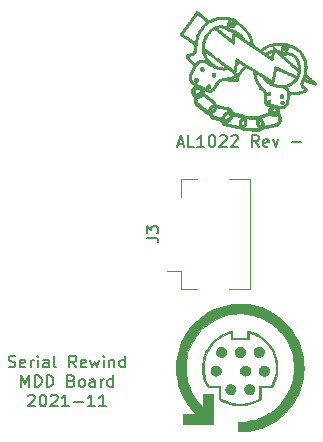
<source format=gto>
%TF.GenerationSoftware,KiCad,Pcbnew,5.1.12-84ad8e8a86~92~ubuntu20.04.1*%
%TF.CreationDate,2021-12-07T00:05:06-06:00*%
%TF.ProjectId,portboard_mdd,706f7274-626f-4617-9264-5f726962626f,rev?*%
%TF.SameCoordinates,Original*%
%TF.FileFunction,Legend,Top*%
%TF.FilePolarity,Positive*%
%FSLAX46Y46*%
G04 Gerber Fmt 4.6, Leading zero omitted, Abs format (unit mm)*
G04 Created by KiCad (PCBNEW 5.1.12-84ad8e8a86~92~ubuntu20.04.1) date 2021-12-07 00:05:06*
%MOMM*%
%LPD*%
G01*
G04 APERTURE LIST*
%ADD10C,0.150000*%
%ADD11C,0.120000*%
%ADD12C,0.010000*%
G04 APERTURE END LIST*
D10*
X55753619Y-53364761D02*
X55896476Y-53412380D01*
X56134571Y-53412380D01*
X56229809Y-53364761D01*
X56277428Y-53317142D01*
X56325047Y-53221904D01*
X56325047Y-53126666D01*
X56277428Y-53031428D01*
X56229809Y-52983809D01*
X56134571Y-52936190D01*
X55944095Y-52888571D01*
X55848857Y-52840952D01*
X55801238Y-52793333D01*
X55753619Y-52698095D01*
X55753619Y-52602857D01*
X55801238Y-52507619D01*
X55848857Y-52460000D01*
X55944095Y-52412380D01*
X56182190Y-52412380D01*
X56325047Y-52460000D01*
X57134571Y-53364761D02*
X57039333Y-53412380D01*
X56848857Y-53412380D01*
X56753619Y-53364761D01*
X56706000Y-53269523D01*
X56706000Y-52888571D01*
X56753619Y-52793333D01*
X56848857Y-52745714D01*
X57039333Y-52745714D01*
X57134571Y-52793333D01*
X57182190Y-52888571D01*
X57182190Y-52983809D01*
X56706000Y-53079047D01*
X57610761Y-53412380D02*
X57610761Y-52745714D01*
X57610761Y-52936190D02*
X57658380Y-52840952D01*
X57706000Y-52793333D01*
X57801238Y-52745714D01*
X57896476Y-52745714D01*
X58229809Y-53412380D02*
X58229809Y-52745714D01*
X58229809Y-52412380D02*
X58182190Y-52460000D01*
X58229809Y-52507619D01*
X58277428Y-52460000D01*
X58229809Y-52412380D01*
X58229809Y-52507619D01*
X59134571Y-53412380D02*
X59134571Y-52888571D01*
X59086952Y-52793333D01*
X58991714Y-52745714D01*
X58801238Y-52745714D01*
X58706000Y-52793333D01*
X59134571Y-53364761D02*
X59039333Y-53412380D01*
X58801238Y-53412380D01*
X58706000Y-53364761D01*
X58658380Y-53269523D01*
X58658380Y-53174285D01*
X58706000Y-53079047D01*
X58801238Y-53031428D01*
X59039333Y-53031428D01*
X59134571Y-52983809D01*
X59753619Y-53412380D02*
X59658380Y-53364761D01*
X59610761Y-53269523D01*
X59610761Y-52412380D01*
X61467904Y-53412380D02*
X61134571Y-52936190D01*
X60896476Y-53412380D02*
X60896476Y-52412380D01*
X61277428Y-52412380D01*
X61372666Y-52460000D01*
X61420285Y-52507619D01*
X61467904Y-52602857D01*
X61467904Y-52745714D01*
X61420285Y-52840952D01*
X61372666Y-52888571D01*
X61277428Y-52936190D01*
X60896476Y-52936190D01*
X62277428Y-53364761D02*
X62182190Y-53412380D01*
X61991714Y-53412380D01*
X61896476Y-53364761D01*
X61848857Y-53269523D01*
X61848857Y-52888571D01*
X61896476Y-52793333D01*
X61991714Y-52745714D01*
X62182190Y-52745714D01*
X62277428Y-52793333D01*
X62325047Y-52888571D01*
X62325047Y-52983809D01*
X61848857Y-53079047D01*
X62658380Y-52745714D02*
X62848857Y-53412380D01*
X63039333Y-52936190D01*
X63229809Y-53412380D01*
X63420285Y-52745714D01*
X63801238Y-53412380D02*
X63801238Y-52745714D01*
X63801238Y-52412380D02*
X63753619Y-52460000D01*
X63801238Y-52507619D01*
X63848857Y-52460000D01*
X63801238Y-52412380D01*
X63801238Y-52507619D01*
X64277428Y-52745714D02*
X64277428Y-53412380D01*
X64277428Y-52840952D02*
X64325047Y-52793333D01*
X64420285Y-52745714D01*
X64563142Y-52745714D01*
X64658380Y-52793333D01*
X64706000Y-52888571D01*
X64706000Y-53412380D01*
X65610761Y-53412380D02*
X65610761Y-52412380D01*
X65610761Y-53364761D02*
X65515523Y-53412380D01*
X65325047Y-53412380D01*
X65229809Y-53364761D01*
X65182190Y-53317142D01*
X65134571Y-53221904D01*
X65134571Y-52936190D01*
X65182190Y-52840952D01*
X65229809Y-52793333D01*
X65325047Y-52745714D01*
X65515523Y-52745714D01*
X65610761Y-52793333D01*
X56825047Y-55062380D02*
X56825047Y-54062380D01*
X57158380Y-54776666D01*
X57491714Y-54062380D01*
X57491714Y-55062380D01*
X57967904Y-55062380D02*
X57967904Y-54062380D01*
X58206000Y-54062380D01*
X58348857Y-54110000D01*
X58444095Y-54205238D01*
X58491714Y-54300476D01*
X58539333Y-54490952D01*
X58539333Y-54633809D01*
X58491714Y-54824285D01*
X58444095Y-54919523D01*
X58348857Y-55014761D01*
X58206000Y-55062380D01*
X57967904Y-55062380D01*
X58967904Y-55062380D02*
X58967904Y-54062380D01*
X59206000Y-54062380D01*
X59348857Y-54110000D01*
X59444095Y-54205238D01*
X59491714Y-54300476D01*
X59539333Y-54490952D01*
X59539333Y-54633809D01*
X59491714Y-54824285D01*
X59444095Y-54919523D01*
X59348857Y-55014761D01*
X59206000Y-55062380D01*
X58967904Y-55062380D01*
X61063142Y-54538571D02*
X61206000Y-54586190D01*
X61253619Y-54633809D01*
X61301238Y-54729047D01*
X61301238Y-54871904D01*
X61253619Y-54967142D01*
X61206000Y-55014761D01*
X61110761Y-55062380D01*
X60729809Y-55062380D01*
X60729809Y-54062380D01*
X61063142Y-54062380D01*
X61158380Y-54110000D01*
X61206000Y-54157619D01*
X61253619Y-54252857D01*
X61253619Y-54348095D01*
X61206000Y-54443333D01*
X61158380Y-54490952D01*
X61063142Y-54538571D01*
X60729809Y-54538571D01*
X61872666Y-55062380D02*
X61777428Y-55014761D01*
X61729809Y-54967142D01*
X61682190Y-54871904D01*
X61682190Y-54586190D01*
X61729809Y-54490952D01*
X61777428Y-54443333D01*
X61872666Y-54395714D01*
X62015523Y-54395714D01*
X62110761Y-54443333D01*
X62158380Y-54490952D01*
X62206000Y-54586190D01*
X62206000Y-54871904D01*
X62158380Y-54967142D01*
X62110761Y-55014761D01*
X62015523Y-55062380D01*
X61872666Y-55062380D01*
X63063142Y-55062380D02*
X63063142Y-54538571D01*
X63015523Y-54443333D01*
X62920285Y-54395714D01*
X62729809Y-54395714D01*
X62634571Y-54443333D01*
X63063142Y-55014761D02*
X62967904Y-55062380D01*
X62729809Y-55062380D01*
X62634571Y-55014761D01*
X62586952Y-54919523D01*
X62586952Y-54824285D01*
X62634571Y-54729047D01*
X62729809Y-54681428D01*
X62967904Y-54681428D01*
X63063142Y-54633809D01*
X63539333Y-55062380D02*
X63539333Y-54395714D01*
X63539333Y-54586190D02*
X63586952Y-54490952D01*
X63634571Y-54443333D01*
X63729809Y-54395714D01*
X63825047Y-54395714D01*
X64586952Y-55062380D02*
X64586952Y-54062380D01*
X64586952Y-55014761D02*
X64491714Y-55062380D01*
X64301238Y-55062380D01*
X64206000Y-55014761D01*
X64158380Y-54967142D01*
X64110761Y-54871904D01*
X64110761Y-54586190D01*
X64158380Y-54490952D01*
X64206000Y-54443333D01*
X64301238Y-54395714D01*
X64491714Y-54395714D01*
X64586952Y-54443333D01*
X57420285Y-55807619D02*
X57467904Y-55760000D01*
X57563142Y-55712380D01*
X57801238Y-55712380D01*
X57896476Y-55760000D01*
X57944095Y-55807619D01*
X57991714Y-55902857D01*
X57991714Y-55998095D01*
X57944095Y-56140952D01*
X57372666Y-56712380D01*
X57991714Y-56712380D01*
X58610761Y-55712380D02*
X58706000Y-55712380D01*
X58801238Y-55760000D01*
X58848857Y-55807619D01*
X58896476Y-55902857D01*
X58944095Y-56093333D01*
X58944095Y-56331428D01*
X58896476Y-56521904D01*
X58848857Y-56617142D01*
X58801238Y-56664761D01*
X58706000Y-56712380D01*
X58610761Y-56712380D01*
X58515523Y-56664761D01*
X58467904Y-56617142D01*
X58420285Y-56521904D01*
X58372666Y-56331428D01*
X58372666Y-56093333D01*
X58420285Y-55902857D01*
X58467904Y-55807619D01*
X58515523Y-55760000D01*
X58610761Y-55712380D01*
X59325047Y-55807619D02*
X59372666Y-55760000D01*
X59467904Y-55712380D01*
X59706000Y-55712380D01*
X59801238Y-55760000D01*
X59848857Y-55807619D01*
X59896476Y-55902857D01*
X59896476Y-55998095D01*
X59848857Y-56140952D01*
X59277428Y-56712380D01*
X59896476Y-56712380D01*
X60848857Y-56712380D02*
X60277428Y-56712380D01*
X60563142Y-56712380D02*
X60563142Y-55712380D01*
X60467904Y-55855238D01*
X60372666Y-55950476D01*
X60277428Y-55998095D01*
X61277428Y-56331428D02*
X62039333Y-56331428D01*
X63039333Y-56712380D02*
X62467904Y-56712380D01*
X62753619Y-56712380D02*
X62753619Y-55712380D01*
X62658380Y-55855238D01*
X62563142Y-55950476D01*
X62467904Y-55998095D01*
X63991714Y-56712380D02*
X63420285Y-56712380D01*
X63706000Y-56712380D02*
X63706000Y-55712380D01*
X63610761Y-55855238D01*
X63515523Y-55950476D01*
X63420285Y-55998095D01*
X70072904Y-34456666D02*
X70549095Y-34456666D01*
X69977666Y-34742380D02*
X70311000Y-33742380D01*
X70644333Y-34742380D01*
X71453857Y-34742380D02*
X70977666Y-34742380D01*
X70977666Y-33742380D01*
X72311000Y-34742380D02*
X71739571Y-34742380D01*
X72025285Y-34742380D02*
X72025285Y-33742380D01*
X71930047Y-33885238D01*
X71834809Y-33980476D01*
X71739571Y-34028095D01*
X72930047Y-33742380D02*
X73025285Y-33742380D01*
X73120523Y-33790000D01*
X73168142Y-33837619D01*
X73215761Y-33932857D01*
X73263380Y-34123333D01*
X73263380Y-34361428D01*
X73215761Y-34551904D01*
X73168142Y-34647142D01*
X73120523Y-34694761D01*
X73025285Y-34742380D01*
X72930047Y-34742380D01*
X72834809Y-34694761D01*
X72787190Y-34647142D01*
X72739571Y-34551904D01*
X72691952Y-34361428D01*
X72691952Y-34123333D01*
X72739571Y-33932857D01*
X72787190Y-33837619D01*
X72834809Y-33790000D01*
X72930047Y-33742380D01*
X73644333Y-33837619D02*
X73691952Y-33790000D01*
X73787190Y-33742380D01*
X74025285Y-33742380D01*
X74120523Y-33790000D01*
X74168142Y-33837619D01*
X74215761Y-33932857D01*
X74215761Y-34028095D01*
X74168142Y-34170952D01*
X73596714Y-34742380D01*
X74215761Y-34742380D01*
X74596714Y-33837619D02*
X74644333Y-33790000D01*
X74739571Y-33742380D01*
X74977666Y-33742380D01*
X75072904Y-33790000D01*
X75120523Y-33837619D01*
X75168142Y-33932857D01*
X75168142Y-34028095D01*
X75120523Y-34170952D01*
X74549095Y-34742380D01*
X75168142Y-34742380D01*
X76930047Y-34742380D02*
X76596714Y-34266190D01*
X76358619Y-34742380D02*
X76358619Y-33742380D01*
X76739571Y-33742380D01*
X76834809Y-33790000D01*
X76882428Y-33837619D01*
X76930047Y-33932857D01*
X76930047Y-34075714D01*
X76882428Y-34170952D01*
X76834809Y-34218571D01*
X76739571Y-34266190D01*
X76358619Y-34266190D01*
X77739571Y-34694761D02*
X77644333Y-34742380D01*
X77453857Y-34742380D01*
X77358619Y-34694761D01*
X77311000Y-34599523D01*
X77311000Y-34218571D01*
X77358619Y-34123333D01*
X77453857Y-34075714D01*
X77644333Y-34075714D01*
X77739571Y-34123333D01*
X77787190Y-34218571D01*
X77787190Y-34313809D01*
X77311000Y-34409047D01*
X78120523Y-34075714D02*
X78358619Y-34742380D01*
X78596714Y-34075714D01*
X79739571Y-34361428D02*
X80501476Y-34361428D01*
D11*
%TO.C,J3*%
X70391500Y-45260500D02*
X70391500Y-46750500D01*
X70391500Y-46750500D02*
X71731500Y-46750500D01*
X70391500Y-38940500D02*
X70391500Y-37450500D01*
X70391500Y-37450500D02*
X71731500Y-37450500D01*
X74451500Y-46750500D02*
X76191500Y-46750500D01*
X76191500Y-46750500D02*
X76191500Y-37450500D01*
X76191500Y-37450500D02*
X74451500Y-37450500D01*
X70391500Y-45260500D02*
X69191500Y-45260500D01*
D12*
%TO.C,REF\u002A\u002A*%
G36*
X78886494Y-30295075D02*
G01*
X78915249Y-30306104D01*
X78941165Y-30322610D01*
X78963443Y-30344002D01*
X78981289Y-30369693D01*
X78993903Y-30399093D01*
X78999185Y-30421509D01*
X79000635Y-30452559D01*
X78995427Y-30483333D01*
X78984110Y-30512701D01*
X78967233Y-30539536D01*
X78945345Y-30562707D01*
X78922549Y-30579070D01*
X78900466Y-30589182D01*
X78875465Y-30596050D01*
X78850160Y-30599196D01*
X78827166Y-30598138D01*
X78822992Y-30597362D01*
X78789218Y-30586824D01*
X78759840Y-30570886D01*
X78735281Y-30549919D01*
X78715963Y-30524294D01*
X78702308Y-30494384D01*
X78700922Y-30490040D01*
X78694793Y-30458230D01*
X78695341Y-30426848D01*
X78702046Y-30396737D01*
X78714384Y-30368739D01*
X78731835Y-30343697D01*
X78753877Y-30322454D01*
X78779987Y-30305852D01*
X78809645Y-30294734D01*
X78823654Y-30291801D01*
X78855697Y-30290111D01*
X78886494Y-30295075D01*
G37*
X78886494Y-30295075D02*
X78915249Y-30306104D01*
X78941165Y-30322610D01*
X78963443Y-30344002D01*
X78981289Y-30369693D01*
X78993903Y-30399093D01*
X78999185Y-30421509D01*
X79000635Y-30452559D01*
X78995427Y-30483333D01*
X78984110Y-30512701D01*
X78967233Y-30539536D01*
X78945345Y-30562707D01*
X78922549Y-30579070D01*
X78900466Y-30589182D01*
X78875465Y-30596050D01*
X78850160Y-30599196D01*
X78827166Y-30598138D01*
X78822992Y-30597362D01*
X78789218Y-30586824D01*
X78759840Y-30570886D01*
X78735281Y-30549919D01*
X78715963Y-30524294D01*
X78702308Y-30494384D01*
X78700922Y-30490040D01*
X78694793Y-30458230D01*
X78695341Y-30426848D01*
X78702046Y-30396737D01*
X78714384Y-30368739D01*
X78731835Y-30343697D01*
X78753877Y-30322454D01*
X78779987Y-30305852D01*
X78809645Y-30294734D01*
X78823654Y-30291801D01*
X78855697Y-30290111D01*
X78886494Y-30295075D01*
G36*
X71688571Y-23216409D02*
G01*
X71691483Y-23218568D01*
X71696455Y-23222505D01*
X71703801Y-23228482D01*
X71713832Y-23236760D01*
X71726862Y-23247602D01*
X71743203Y-23261268D01*
X71763167Y-23278021D01*
X71787067Y-23298121D01*
X71815216Y-23321830D01*
X71847926Y-23349409D01*
X71885510Y-23381121D01*
X71928281Y-23417226D01*
X71934149Y-23422181D01*
X71949107Y-23434804D01*
X71969122Y-23451685D01*
X71993699Y-23472406D01*
X72022345Y-23496552D01*
X72054565Y-23523706D01*
X72089865Y-23553451D01*
X72127749Y-23585371D01*
X72167725Y-23619048D01*
X72209297Y-23654067D01*
X72251970Y-23690012D01*
X72295252Y-23726464D01*
X72336921Y-23761555D01*
X72378330Y-23796430D01*
X72418269Y-23830071D01*
X72456375Y-23862175D01*
X72492290Y-23892438D01*
X72525652Y-23920557D01*
X72556101Y-23946227D01*
X72583277Y-23969144D01*
X72606820Y-23989005D01*
X72626368Y-24005506D01*
X72641563Y-24018343D01*
X72652042Y-24027212D01*
X72657447Y-24031810D01*
X72658049Y-24032332D01*
X72661253Y-24034798D01*
X72664730Y-24035758D01*
X72669655Y-24034793D01*
X72677204Y-24031487D01*
X72688552Y-24025423D01*
X72704873Y-24016184D01*
X72707035Y-24014949D01*
X72738440Y-23997670D01*
X72774870Y-23978746D01*
X72814535Y-23959030D01*
X72855647Y-23939379D01*
X72896418Y-23920646D01*
X72935058Y-23903686D01*
X72969780Y-23889355D01*
X72970106Y-23889226D01*
X73064409Y-23854145D01*
X73158370Y-23823751D01*
X73253162Y-23797775D01*
X73349958Y-23775951D01*
X73449933Y-23758009D01*
X73554260Y-23743683D01*
X73650463Y-23733865D01*
X73671856Y-23732433D01*
X73699290Y-23731264D01*
X73731556Y-23730361D01*
X73767444Y-23729721D01*
X73805743Y-23729346D01*
X73845244Y-23729234D01*
X73884736Y-23729387D01*
X73923009Y-23729805D01*
X73958853Y-23730486D01*
X73991057Y-23731431D01*
X74018411Y-23732641D01*
X74036906Y-23733873D01*
X74155430Y-23745566D01*
X74269415Y-23760761D01*
X74380816Y-23779727D01*
X74403392Y-23784082D01*
X74468706Y-23796929D01*
X74492549Y-23789305D01*
X74526561Y-23782192D01*
X74561680Y-23782235D01*
X74597859Y-23789425D01*
X74635050Y-23803752D01*
X74670066Y-23823195D01*
X74689776Y-23834875D01*
X74707548Y-23843237D01*
X74726857Y-23849799D01*
X74737912Y-23852812D01*
X74807480Y-23873425D01*
X74871353Y-23898111D01*
X74930087Y-23927259D01*
X74984242Y-23961260D01*
X75034375Y-24000503D01*
X75081042Y-24045378D01*
X75124803Y-24096275D01*
X75164461Y-24150961D01*
X75171603Y-24161343D01*
X75178207Y-24170002D01*
X75185296Y-24177871D01*
X75193898Y-24185880D01*
X75205037Y-24194959D01*
X75219739Y-24206041D01*
X75239029Y-24220056D01*
X75246386Y-24225347D01*
X75371191Y-24318131D01*
X75488877Y-24412102D01*
X75599496Y-24507316D01*
X75703095Y-24603827D01*
X75799726Y-24701690D01*
X75889438Y-24800959D01*
X75972281Y-24901688D01*
X76048304Y-25003933D01*
X76117558Y-25107748D01*
X76180092Y-25213187D01*
X76223334Y-25294795D01*
X76271603Y-25397170D01*
X76313411Y-25499791D01*
X76348967Y-25603435D01*
X76378481Y-25708874D01*
X76402161Y-25816883D01*
X76420220Y-25928237D01*
X76432864Y-26043711D01*
X76435584Y-26078566D01*
X76437778Y-26109409D01*
X76461985Y-26125901D01*
X76468937Y-26130606D01*
X76481380Y-26138991D01*
X76498778Y-26150698D01*
X76520594Y-26165364D01*
X76546292Y-26182631D01*
X76575336Y-26202138D01*
X76607190Y-26223524D01*
X76641316Y-26246429D01*
X76677179Y-26270493D01*
X76711163Y-26293291D01*
X76749127Y-26318760D01*
X76786579Y-26343896D01*
X76822891Y-26368276D01*
X76857433Y-26391477D01*
X76889575Y-26413076D01*
X76918688Y-26432650D01*
X76944144Y-26449776D01*
X76965312Y-26464031D01*
X76981563Y-26474992D01*
X76990294Y-26480897D01*
X77044453Y-26517607D01*
X77090080Y-26473043D01*
X77154885Y-26412318D01*
X77219107Y-26357551D01*
X77284174Y-26307730D01*
X77351511Y-26261841D01*
X77422548Y-26218868D01*
X77498709Y-26177800D01*
X77522149Y-26166006D01*
X77608987Y-26125630D01*
X77697946Y-26089630D01*
X77789528Y-26057894D01*
X77884233Y-26030307D01*
X77982563Y-26006758D01*
X78085018Y-25987132D01*
X78192098Y-25971318D01*
X78304306Y-25959201D01*
X78422142Y-25950668D01*
X78490114Y-25947439D01*
X78535793Y-25946172D01*
X78586838Y-25945667D01*
X78641401Y-25945888D01*
X78697637Y-25946796D01*
X78753697Y-25948356D01*
X78807735Y-25950529D01*
X78857904Y-25953280D01*
X78888306Y-25955418D01*
X78914614Y-25957339D01*
X78937019Y-25958608D01*
X78957592Y-25959246D01*
X78978405Y-25959277D01*
X79001529Y-25958721D01*
X79029035Y-25957600D01*
X79041014Y-25957034D01*
X79068953Y-25955980D01*
X79092227Y-25955886D01*
X79113372Y-25956825D01*
X79134926Y-25958870D01*
X79144428Y-25960041D01*
X79165482Y-25962354D01*
X79190811Y-25964502D01*
X79217434Y-25966266D01*
X79242368Y-25967423D01*
X79245721Y-25967530D01*
X79283765Y-25969725D01*
X79315853Y-25974106D01*
X79343047Y-25981010D01*
X79366409Y-25990774D01*
X79387001Y-26003737D01*
X79403207Y-26017607D01*
X79410095Y-26024034D01*
X79416496Y-26029152D01*
X79423643Y-26033524D01*
X79432768Y-26037713D01*
X79445102Y-26042281D01*
X79461877Y-26047791D01*
X79484324Y-26054807D01*
X79485284Y-26055104D01*
X79611629Y-26097500D01*
X79732793Y-26144900D01*
X79848929Y-26197384D01*
X79960190Y-26255035D01*
X80066731Y-26317936D01*
X80168704Y-26386169D01*
X80266263Y-26459817D01*
X80317568Y-26502212D01*
X80337433Y-26519810D01*
X80360920Y-26541699D01*
X80386890Y-26566725D01*
X80414204Y-26593738D01*
X80441723Y-26621585D01*
X80468307Y-26649115D01*
X80492818Y-26675176D01*
X80514116Y-26698616D01*
X80529992Y-26716994D01*
X80586948Y-26788185D01*
X80638277Y-26858510D01*
X80685120Y-26929722D01*
X80728619Y-27003571D01*
X80769914Y-27081810D01*
X80777145Y-27096381D01*
X80824731Y-27200488D01*
X80865584Y-27305806D01*
X80899902Y-27413004D01*
X80927885Y-27522751D01*
X80949730Y-27635716D01*
X80961678Y-27718681D01*
X80966467Y-27759810D01*
X80970215Y-27798502D01*
X80973019Y-27836520D01*
X80974978Y-27875629D01*
X80976192Y-27917593D01*
X80976759Y-27964175D01*
X80976830Y-27989009D01*
X80974014Y-28108758D01*
X80965346Y-28226286D01*
X80950654Y-28343091D01*
X80929761Y-28460669D01*
X80912689Y-28538577D01*
X80903777Y-28576516D01*
X80915670Y-28587959D01*
X80919763Y-28591591D01*
X80929073Y-28599654D01*
X80943288Y-28611882D01*
X80962096Y-28628007D01*
X80985182Y-28647762D01*
X81012234Y-28670881D01*
X81042940Y-28697096D01*
X81076985Y-28726139D01*
X81114058Y-28757745D01*
X81153845Y-28791646D01*
X81196033Y-28827575D01*
X81240310Y-28865265D01*
X81286361Y-28904449D01*
X81333875Y-28944859D01*
X81344849Y-28954190D01*
X81392538Y-28994740D01*
X81438769Y-29034059D01*
X81483235Y-29071883D01*
X81525628Y-29107953D01*
X81565641Y-29142005D01*
X81602967Y-29173778D01*
X81637298Y-29203010D01*
X81668328Y-29229441D01*
X81695748Y-29252807D01*
X81719252Y-29272848D01*
X81738533Y-29289301D01*
X81753282Y-29301905D01*
X81763194Y-29310399D01*
X81767959Y-29314519D01*
X81768311Y-29314836D01*
X81770125Y-29317117D01*
X81770729Y-29320167D01*
X81769751Y-29324825D01*
X81766816Y-29331928D01*
X81761547Y-29342313D01*
X81753572Y-29356818D01*
X81742515Y-29376280D01*
X81734848Y-29389638D01*
X81723200Y-29409953D01*
X81712789Y-29428218D01*
X81704158Y-29443473D01*
X81697849Y-29454758D01*
X81694403Y-29461113D01*
X81693944Y-29462072D01*
X81690495Y-29461181D01*
X81680650Y-29458097D01*
X81664875Y-29452979D01*
X81643640Y-29445986D01*
X81617412Y-29437277D01*
X81586659Y-29427012D01*
X81551850Y-29415348D01*
X81513453Y-29402446D01*
X81471937Y-29388464D01*
X81427768Y-29373562D01*
X81381417Y-29357897D01*
X81333350Y-29341630D01*
X81284036Y-29324918D01*
X81233943Y-29307922D01*
X81183540Y-29290800D01*
X81133295Y-29273711D01*
X81083675Y-29256814D01*
X81035149Y-29240268D01*
X80988186Y-29224232D01*
X80943253Y-29208866D01*
X80900819Y-29194327D01*
X80861352Y-29180776D01*
X80825320Y-29168370D01*
X80793192Y-29157269D01*
X80765434Y-29147633D01*
X80742517Y-29139620D01*
X80724908Y-29133388D01*
X80713075Y-29129098D01*
X80710368Y-29128078D01*
X80708513Y-29127858D01*
X80706531Y-29129164D01*
X80704086Y-29132749D01*
X80700842Y-29139367D01*
X80696460Y-29149771D01*
X80690604Y-29164714D01*
X80682936Y-29184951D01*
X80673120Y-29211234D01*
X80672895Y-29211838D01*
X80655301Y-29263269D01*
X80642701Y-29309795D01*
X80635071Y-29351753D01*
X80632388Y-29389481D01*
X80634629Y-29423317D01*
X80641770Y-29453599D01*
X80653788Y-29480665D01*
X80654193Y-29481378D01*
X80661218Y-29493058D01*
X80668977Y-29504593D01*
X80677973Y-29516511D01*
X80688706Y-29529338D01*
X80701678Y-29543601D01*
X80717390Y-29559825D01*
X80736344Y-29578539D01*
X80759040Y-29600267D01*
X80785980Y-29625538D01*
X80817666Y-29654876D01*
X80831448Y-29667563D01*
X80853492Y-29687939D01*
X80874833Y-29707871D01*
X80894601Y-29726532D01*
X80911926Y-29743093D01*
X80925938Y-29756726D01*
X80935767Y-29766603D01*
X80938123Y-29769090D01*
X80960292Y-29797567D01*
X80975432Y-29827137D01*
X80983602Y-29857337D01*
X80984861Y-29887703D01*
X80979268Y-29917769D01*
X80966881Y-29947072D01*
X80947759Y-29975149D01*
X80921962Y-30001533D01*
X80907107Y-30013550D01*
X80876952Y-30033739D01*
X80840313Y-30053955D01*
X80797950Y-30073794D01*
X80779795Y-30081442D01*
X80764041Y-30087580D01*
X80742724Y-30095427D01*
X80716693Y-30104702D01*
X80686795Y-30115125D01*
X80653879Y-30126417D01*
X80618792Y-30138298D01*
X80582382Y-30150487D01*
X80545496Y-30162705D01*
X80508984Y-30174672D01*
X80473693Y-30186108D01*
X80440470Y-30196733D01*
X80410163Y-30206268D01*
X80383621Y-30214431D01*
X80361692Y-30220944D01*
X80345222Y-30225526D01*
X80337921Y-30227320D01*
X80311830Y-30232788D01*
X80285138Y-30237698D01*
X80257103Y-30242127D01*
X80226984Y-30246151D01*
X80194039Y-30249846D01*
X80157527Y-30253289D01*
X80116708Y-30256557D01*
X80070840Y-30259724D01*
X80019182Y-30262869D01*
X79962363Y-30265994D01*
X79923721Y-30268051D01*
X79891046Y-30269857D01*
X79863061Y-30271516D01*
X79838485Y-30273133D01*
X79816037Y-30274812D01*
X79794440Y-30276659D01*
X79772412Y-30278779D01*
X79748673Y-30281276D01*
X79721945Y-30284256D01*
X79690947Y-30287823D01*
X79678934Y-30289220D01*
X79652930Y-30292140D01*
X79626382Y-30294932D01*
X79601209Y-30297407D01*
X79579331Y-30299376D01*
X79562666Y-30300651D01*
X79562176Y-30300682D01*
X79522017Y-30303223D01*
X79519713Y-30330845D01*
X79515437Y-30368401D01*
X79508629Y-30410561D01*
X79499660Y-30455281D01*
X79488901Y-30500514D01*
X79488753Y-30501092D01*
X79481677Y-30529862D01*
X79475164Y-30559329D01*
X79469016Y-30590617D01*
X79463035Y-30624850D01*
X79457022Y-30663152D01*
X79450778Y-30706648D01*
X79445381Y-30746724D01*
X79436828Y-30808869D01*
X79428328Y-30864474D01*
X79419706Y-30914253D01*
X79410789Y-30958919D01*
X79401402Y-30999186D01*
X79391370Y-31035767D01*
X79380518Y-31069376D01*
X79368672Y-31100726D01*
X79355658Y-31130531D01*
X79347229Y-31147942D01*
X79316261Y-31202164D01*
X79280468Y-31250973D01*
X79239881Y-31294347D01*
X79194530Y-31332268D01*
X79144447Y-31364714D01*
X79089662Y-31391666D01*
X79030206Y-31413102D01*
X78966110Y-31429003D01*
X78906805Y-31438293D01*
X78879054Y-31440514D01*
X78845755Y-31441463D01*
X78808491Y-31441218D01*
X78768842Y-31439856D01*
X78728392Y-31437456D01*
X78688723Y-31434096D01*
X78651417Y-31429854D01*
X78618056Y-31424809D01*
X78612189Y-31423746D01*
X78602651Y-31422248D01*
X78596934Y-31421898D01*
X78596206Y-31422187D01*
X78597722Y-31425853D01*
X78601769Y-31434418D01*
X78607597Y-31446310D01*
X78610263Y-31451654D01*
X78632885Y-31504868D01*
X78648970Y-31561158D01*
X78658471Y-31620359D01*
X78659562Y-31632336D01*
X78660212Y-31665842D01*
X78657492Y-31703208D01*
X78651788Y-31742085D01*
X78643486Y-31780122D01*
X78632972Y-31814971D01*
X78627063Y-31830328D01*
X78621467Y-31843686D01*
X78616454Y-31855683D01*
X78613384Y-31863060D01*
X78612002Y-31867476D01*
X78612356Y-31871794D01*
X78615164Y-31877173D01*
X78621146Y-31884772D01*
X78631022Y-31895751D01*
X78638972Y-31904290D01*
X78674939Y-31946405D01*
X78705015Y-31989912D01*
X78729768Y-32035940D01*
X78749767Y-32085618D01*
X78765581Y-32140075D01*
X78771738Y-32167680D01*
X78777697Y-32197928D01*
X78782258Y-32224098D01*
X78785597Y-32248038D01*
X78787888Y-32271597D01*
X78789306Y-32296622D01*
X78790025Y-32324963D01*
X78790220Y-32358466D01*
X78790216Y-32363252D01*
X78789684Y-32404666D01*
X78788060Y-32440715D01*
X78785112Y-32473240D01*
X78780608Y-32504081D01*
X78774317Y-32535080D01*
X78766007Y-32568077D01*
X78763135Y-32578464D01*
X78743315Y-32637786D01*
X78718390Y-32693493D01*
X78688728Y-32745134D01*
X78654696Y-32792261D01*
X78616663Y-32834425D01*
X78574997Y-32871177D01*
X78530064Y-32902068D01*
X78482234Y-32926648D01*
X78475535Y-32929475D01*
X78471998Y-32930973D01*
X78469004Y-32932303D01*
X78466301Y-32933521D01*
X78463637Y-32934684D01*
X78460760Y-32935848D01*
X78457421Y-32937068D01*
X78453366Y-32938402D01*
X78448344Y-32939905D01*
X78442104Y-32941634D01*
X78434394Y-32943645D01*
X78424963Y-32945994D01*
X78413559Y-32948737D01*
X78399931Y-32951931D01*
X78383826Y-32955631D01*
X78364995Y-32959894D01*
X78343184Y-32964777D01*
X78318143Y-32970334D01*
X78289620Y-32976623D01*
X78257364Y-32983700D01*
X78221122Y-32991621D01*
X78180644Y-33000442D01*
X78135678Y-33010219D01*
X78085972Y-33021009D01*
X78031275Y-33032868D01*
X77971336Y-33045852D01*
X77905902Y-33060017D01*
X77834722Y-33075419D01*
X77757546Y-33092115D01*
X77674120Y-33110161D01*
X77584194Y-33129612D01*
X77487516Y-33150526D01*
X77451693Y-33158277D01*
X77183480Y-33216306D01*
X77161407Y-33233689D01*
X77107324Y-33271795D01*
X77050015Y-33303433D01*
X76989335Y-33328674D01*
X76925138Y-33347585D01*
X76912326Y-33350513D01*
X76902201Y-33352504D01*
X76890946Y-33354252D01*
X76878217Y-33355753D01*
X76863667Y-33357006D01*
X76846951Y-33358007D01*
X76827724Y-33358754D01*
X76805641Y-33359243D01*
X76780355Y-33359472D01*
X76751522Y-33359437D01*
X76718797Y-33359137D01*
X76681833Y-33358569D01*
X76640286Y-33357729D01*
X76593809Y-33356614D01*
X76542059Y-33355222D01*
X76484688Y-33353550D01*
X76421353Y-33351596D01*
X76351707Y-33349356D01*
X76275405Y-33346827D01*
X76215863Y-33344816D01*
X76145315Y-33342405D01*
X76081673Y-33340197D01*
X76024589Y-33338178D01*
X75973715Y-33336332D01*
X75928704Y-33334644D01*
X75889208Y-33333098D01*
X75854879Y-33331680D01*
X75825370Y-33330373D01*
X75800332Y-33329163D01*
X75779418Y-33328033D01*
X75762280Y-33326970D01*
X75748570Y-33325956D01*
X75737941Y-33324978D01*
X75730044Y-33324019D01*
X75724793Y-33323120D01*
X75677974Y-33310512D01*
X75627857Y-33291723D01*
X75574721Y-33266884D01*
X75518843Y-33236128D01*
X75460502Y-33199588D01*
X75448421Y-33191501D01*
X75408506Y-33164502D01*
X75332306Y-33163637D01*
X75303027Y-33163146D01*
X75279499Y-33162342D01*
X75260220Y-33161111D01*
X75243686Y-33159342D01*
X75228396Y-33156922D01*
X75219821Y-33155241D01*
X75212317Y-33153653D01*
X75198119Y-33150616D01*
X75177627Y-33146215D01*
X75151238Y-33140537D01*
X75119354Y-33133669D01*
X75082371Y-33125696D01*
X75040690Y-33116704D01*
X74994709Y-33106780D01*
X74944828Y-33096009D01*
X74908590Y-33088182D01*
X75627763Y-33088182D01*
X75659649Y-33099722D01*
X75701661Y-33113714D01*
X75744268Y-33125663D01*
X75784766Y-33134844D01*
X75803157Y-33138136D01*
X75811319Y-33139197D01*
X75822915Y-33140289D01*
X75838270Y-33141425D01*
X75857709Y-33142621D01*
X75881557Y-33143889D01*
X75910139Y-33145246D01*
X75943779Y-33146704D01*
X75982803Y-33148277D01*
X76027536Y-33149981D01*
X76078302Y-33151829D01*
X76135428Y-33153836D01*
X76199236Y-33156016D01*
X76252149Y-33157788D01*
X76320394Y-33160058D01*
X76381789Y-33162095D01*
X76436738Y-33163908D01*
X76485643Y-33165506D01*
X76528908Y-33166898D01*
X76566937Y-33168090D01*
X76600132Y-33169092D01*
X76628897Y-33169912D01*
X76653635Y-33170558D01*
X76674750Y-33171039D01*
X76692644Y-33171363D01*
X76707721Y-33171538D01*
X76720385Y-33171573D01*
X76731038Y-33171476D01*
X76740084Y-33171256D01*
X76747926Y-33170919D01*
X76754967Y-33170476D01*
X76761611Y-33169935D01*
X76768262Y-33169303D01*
X76775186Y-33168603D01*
X76815129Y-33163587D01*
X76851231Y-33156831D01*
X76886828Y-33147663D01*
X76902267Y-33142982D01*
X76922044Y-33136701D01*
X76935233Y-33131790D01*
X76942111Y-33127268D01*
X76942953Y-33122152D01*
X76938037Y-33115460D01*
X76927639Y-33106212D01*
X76915452Y-33096224D01*
X76900454Y-33082898D01*
X77028257Y-33082898D01*
X77031839Y-33080829D01*
X77039639Y-33075559D01*
X77040045Y-33075281D01*
X77051739Y-33066615D01*
X77065445Y-33055492D01*
X77076694Y-33045665D01*
X77094972Y-33027176D01*
X77112867Y-33005952D01*
X77127981Y-32984909D01*
X77132072Y-32978295D01*
X77132070Y-32976896D01*
X77127837Y-32980234D01*
X77120037Y-32987690D01*
X77109335Y-32998645D01*
X77102853Y-33005509D01*
X77087703Y-33021569D01*
X77072044Y-33037919D01*
X77057625Y-33052748D01*
X77046193Y-33064246D01*
X77045229Y-33065194D01*
X77034711Y-33075549D01*
X77029134Y-33081294D01*
X77028257Y-33082898D01*
X76900454Y-33082898D01*
X76871894Y-33057524D01*
X76835419Y-33018398D01*
X76805857Y-32978620D01*
X76783035Y-32937960D01*
X76768071Y-32900281D01*
X76759291Y-32871775D01*
X76750137Y-32839742D01*
X76740989Y-32805715D01*
X76732227Y-32771225D01*
X76724231Y-32737801D01*
X76717381Y-32706976D01*
X76712057Y-32680282D01*
X76709106Y-32662620D01*
X76706256Y-32641758D01*
X76704256Y-32623484D01*
X76703015Y-32605882D01*
X76702443Y-32587037D01*
X76702449Y-32565032D01*
X76702761Y-32547991D01*
X76891952Y-32547991D01*
X76895350Y-32575131D01*
X76902810Y-32608113D01*
X76914314Y-32646864D01*
X76929842Y-32691311D01*
X76947596Y-32736995D01*
X76966853Y-32781541D01*
X76986208Y-32819696D01*
X77006320Y-32852304D01*
X77027851Y-32880208D01*
X77051463Y-32904252D01*
X77077816Y-32925279D01*
X77107572Y-32944135D01*
X77111718Y-32946467D01*
X77123467Y-32953360D01*
X77132474Y-32959337D01*
X77137034Y-32963252D01*
X77137232Y-32963598D01*
X77139413Y-32963498D01*
X77143058Y-32957804D01*
X77147601Y-32947888D01*
X77152481Y-32935124D01*
X77157134Y-32920887D01*
X77160997Y-32906550D01*
X77161487Y-32904419D01*
X77164210Y-32890687D01*
X77165530Y-32878642D01*
X77165513Y-32865743D01*
X77164225Y-32849448D01*
X77163168Y-32839618D01*
X77152823Y-32779822D01*
X77135552Y-32721603D01*
X77111607Y-32665470D01*
X77081242Y-32611931D01*
X77044707Y-32561496D01*
X77002256Y-32514672D01*
X77001664Y-32514087D01*
X76987111Y-32500394D01*
X76971524Y-32486849D01*
X76955901Y-32474191D01*
X76941242Y-32463158D01*
X76928543Y-32454489D01*
X76918804Y-32448922D01*
X76913022Y-32447196D01*
X76912024Y-32447777D01*
X76909734Y-32453947D01*
X76906466Y-32465300D01*
X76902694Y-32479909D01*
X76898890Y-32495846D01*
X76895527Y-32511183D01*
X76893078Y-32523994D01*
X76892636Y-32526766D01*
X76891952Y-32547991D01*
X76702761Y-32547991D01*
X76702945Y-32537954D01*
X76703044Y-32533835D01*
X76703772Y-32507527D01*
X76704608Y-32487018D01*
X76705705Y-32470850D01*
X76707217Y-32457564D01*
X76709297Y-32445703D01*
X76712098Y-32433808D01*
X76714499Y-32424938D01*
X76719824Y-32405639D01*
X76723165Y-32392215D01*
X76724529Y-32383561D01*
X76723922Y-32378573D01*
X76721351Y-32376147D01*
X76716822Y-32375178D01*
X76714792Y-32374980D01*
X76704993Y-32374185D01*
X76688848Y-32372973D01*
X76666912Y-32371383D01*
X76639739Y-32369452D01*
X76607885Y-32367217D01*
X76571902Y-32364715D01*
X76532347Y-32361984D01*
X76489773Y-32359060D01*
X76444734Y-32355983D01*
X76397786Y-32352787D01*
X76349483Y-32349512D01*
X76300379Y-32346194D01*
X76251028Y-32342870D01*
X76201986Y-32339579D01*
X76153806Y-32336356D01*
X76107044Y-32333240D01*
X76062253Y-32330268D01*
X76019988Y-32327476D01*
X75980803Y-32324904D01*
X75945254Y-32322587D01*
X75913894Y-32320562D01*
X75887277Y-32318869D01*
X75865960Y-32317543D01*
X75850495Y-32316621D01*
X75841437Y-32316143D01*
X75839481Y-32316081D01*
X75826885Y-32316281D01*
X75820159Y-32317163D01*
X75817917Y-32319150D01*
X75818676Y-32322431D01*
X75822829Y-32333574D01*
X75828131Y-32349958D01*
X75834063Y-32369762D01*
X75840106Y-32391162D01*
X75845742Y-32412337D01*
X75850452Y-32431464D01*
X75852971Y-32442907D01*
X75862374Y-32496964D01*
X75868107Y-32549945D01*
X75870397Y-32604611D01*
X75869946Y-32649909D01*
X75867690Y-32698420D01*
X75863738Y-32741056D01*
X75857744Y-32779074D01*
X75849365Y-32813729D01*
X75838255Y-32846278D01*
X75824070Y-32877977D01*
X75806466Y-32910080D01*
X75792265Y-32932938D01*
X75778107Y-32952404D01*
X75759448Y-32974506D01*
X75737765Y-32997763D01*
X75714533Y-33020692D01*
X75691228Y-33041813D01*
X75669326Y-33059644D01*
X75657835Y-33067902D01*
X75627763Y-33088182D01*
X74908590Y-33088182D01*
X74891445Y-33084479D01*
X74834960Y-33072274D01*
X74775771Y-33059481D01*
X74714278Y-33046187D01*
X74650879Y-33032476D01*
X74593892Y-33020149D01*
X74517025Y-33003513D01*
X74446931Y-32988324D01*
X74383286Y-32974509D01*
X74325767Y-32961996D01*
X74274050Y-32950710D01*
X74227814Y-32940577D01*
X74186734Y-32931526D01*
X74150486Y-32923481D01*
X74118748Y-32916369D01*
X74091197Y-32910118D01*
X74067509Y-32904653D01*
X74047361Y-32899902D01*
X74030429Y-32895789D01*
X74016391Y-32892243D01*
X74004923Y-32889190D01*
X73995702Y-32886555D01*
X73988404Y-32884266D01*
X73982706Y-32882250D01*
X73978286Y-32880432D01*
X73977357Y-32880006D01*
X73938958Y-32858358D01*
X73902084Y-32830495D01*
X73867452Y-32797414D01*
X73835782Y-32760113D01*
X73807791Y-32719589D01*
X73784199Y-32676840D01*
X73765724Y-32632862D01*
X73753084Y-32588653D01*
X73752071Y-32582733D01*
X73929863Y-32582733D01*
X73930967Y-32588950D01*
X73933665Y-32598297D01*
X73934059Y-32599475D01*
X73945361Y-32621819D01*
X73963775Y-32643488D01*
X73989180Y-32664408D01*
X74021454Y-32684501D01*
X74060478Y-32703693D01*
X74106130Y-32721908D01*
X74155190Y-32738135D01*
X74173996Y-32743636D01*
X74194565Y-32749244D01*
X74217559Y-32755108D01*
X74243636Y-32761380D01*
X74273459Y-32768210D01*
X74307688Y-32775750D01*
X74346983Y-32784150D01*
X74392006Y-32793562D01*
X74443416Y-32804135D01*
X74450563Y-32805595D01*
X74488115Y-32813265D01*
X74528962Y-32821620D01*
X74572503Y-32830536D01*
X74618135Y-32839890D01*
X74665258Y-32849556D01*
X74713270Y-32859413D01*
X74761568Y-32869335D01*
X74809551Y-32879199D01*
X74856617Y-32888880D01*
X74902165Y-32898257D01*
X74945592Y-32907203D01*
X74986297Y-32915596D01*
X75023678Y-32923312D01*
X75057134Y-32930226D01*
X75086063Y-32936216D01*
X75109862Y-32941156D01*
X75127931Y-32944924D01*
X75139667Y-32947395D01*
X75141806Y-32947853D01*
X75161050Y-32951702D01*
X75182766Y-32955568D01*
X75205013Y-32959152D01*
X75225851Y-32962158D01*
X75243340Y-32964286D01*
X75254969Y-32965221D01*
X75264717Y-32965595D01*
X75248901Y-32932031D01*
X75239815Y-32911263D01*
X75233302Y-32892203D01*
X75228981Y-32872879D01*
X75226470Y-32851320D01*
X75225388Y-32825554D01*
X75225263Y-32809785D01*
X75225873Y-32795690D01*
X75418426Y-32795690D01*
X75420505Y-32832167D01*
X75425916Y-32859163D01*
X75435227Y-32882007D01*
X75449607Y-32903271D01*
X75456360Y-32911159D01*
X75465007Y-32921192D01*
X75469247Y-32927635D01*
X75469811Y-32932019D01*
X75467891Y-32935338D01*
X75465150Y-32939362D01*
X75467701Y-32939731D01*
X75472035Y-32938551D01*
X75478905Y-32935944D01*
X75490574Y-32930946D01*
X75505305Y-32924320D01*
X75518676Y-32918099D01*
X75551925Y-32900929D01*
X75579963Y-32882972D01*
X75604806Y-32862792D01*
X75625710Y-32841966D01*
X75649059Y-32812549D01*
X75667120Y-32780864D01*
X75679147Y-32748346D01*
X75682566Y-32732813D01*
X75685740Y-32701656D01*
X75685846Y-32665909D01*
X75683078Y-32627467D01*
X75677626Y-32588224D01*
X75669684Y-32550074D01*
X75660908Y-32519281D01*
X75656162Y-32506502D01*
X75649438Y-32490587D01*
X75641439Y-32472970D01*
X75632865Y-32455081D01*
X75624417Y-32438353D01*
X75616798Y-32424217D01*
X75610708Y-32414106D01*
X75607241Y-32409729D01*
X75604334Y-32408670D01*
X75600146Y-32410149D01*
X75593842Y-32414817D01*
X75584591Y-32423325D01*
X75571559Y-32436324D01*
X75566212Y-32441787D01*
X75536958Y-32474643D01*
X75509803Y-32510650D01*
X75486289Y-32547609D01*
X75469963Y-32578899D01*
X75452287Y-32621909D01*
X75438020Y-32666505D01*
X75427436Y-32711275D01*
X75420813Y-32754807D01*
X75418426Y-32795690D01*
X75225873Y-32795690D01*
X75228219Y-32741578D01*
X75236875Y-32673049D01*
X75250914Y-32605075D01*
X75270020Y-32538531D01*
X75293874Y-32474293D01*
X75322160Y-32413236D01*
X75354560Y-32356237D01*
X75390759Y-32304170D01*
X75421740Y-32267201D01*
X75423721Y-32265033D01*
X77088320Y-32265033D01*
X77121164Y-32298721D01*
X77167984Y-32351866D01*
X77209819Y-32409917D01*
X77246429Y-32472290D01*
X77277578Y-32538401D01*
X77303025Y-32607668D01*
X77322533Y-32679506D01*
X77335863Y-32753331D01*
X77342777Y-32828561D01*
X77343328Y-32842402D01*
X77343947Y-32874833D01*
X77343456Y-32901790D01*
X77341732Y-32924989D01*
X77338656Y-32946146D01*
X77334672Y-32964688D01*
X77333798Y-32970978D01*
X77334496Y-32972852D01*
X77338183Y-32972047D01*
X77348535Y-32969693D01*
X77365152Y-32965884D01*
X77387629Y-32960712D01*
X77415565Y-32954272D01*
X77448557Y-32946655D01*
X77486201Y-32937955D01*
X77528096Y-32928265D01*
X77573839Y-32917679D01*
X77623027Y-32906288D01*
X77675257Y-32894187D01*
X77730128Y-32881468D01*
X77787235Y-32868225D01*
X77829282Y-32858470D01*
X77888191Y-32844786D01*
X77945427Y-32831460D01*
X78000563Y-32818592D01*
X78053172Y-32806285D01*
X78102828Y-32794637D01*
X78149104Y-32783752D01*
X78191572Y-32773728D01*
X78229806Y-32764668D01*
X78263380Y-32756672D01*
X78291866Y-32749840D01*
X78314837Y-32744274D01*
X78331868Y-32740075D01*
X78342530Y-32737344D01*
X78345835Y-32736405D01*
X78391200Y-32717934D01*
X78432665Y-32693428D01*
X78470103Y-32663052D01*
X78503385Y-32626971D01*
X78532381Y-32585351D01*
X78556964Y-32538357D01*
X78577005Y-32486156D01*
X78592375Y-32428911D01*
X78595076Y-32415866D01*
X78598566Y-32391665D01*
X78600809Y-32362208D01*
X78601820Y-32329387D01*
X78601615Y-32295090D01*
X78600210Y-32261211D01*
X78597620Y-32229638D01*
X78593861Y-32202263D01*
X78593297Y-32199164D01*
X78587350Y-32170544D01*
X78581070Y-32147289D01*
X78573784Y-32127516D01*
X78564815Y-32109343D01*
X78555722Y-32094296D01*
X78548209Y-32083721D01*
X78538296Y-32071208D01*
X78527085Y-32057978D01*
X78515681Y-32045254D01*
X78505186Y-32034258D01*
X78496704Y-32026212D01*
X78491337Y-32022339D01*
X78490615Y-32022166D01*
X78486592Y-32024072D01*
X78478007Y-32029205D01*
X78466281Y-32036692D01*
X78457646Y-32042410D01*
X78406952Y-32072083D01*
X78352909Y-32095419D01*
X78296114Y-32112171D01*
X78281282Y-32115355D01*
X78252366Y-32119462D01*
X78218951Y-32121526D01*
X78183494Y-32121576D01*
X78148450Y-32119641D01*
X78116276Y-32115750D01*
X78102721Y-32113228D01*
X78047858Y-32097959D01*
X77994786Y-32076089D01*
X77944787Y-32048212D01*
X77912091Y-32025277D01*
X77890389Y-32008578D01*
X77828734Y-32026416D01*
X77806549Y-32032841D01*
X77778413Y-32040999D01*
X77745261Y-32050619D01*
X77708025Y-32061430D01*
X77667641Y-32073160D01*
X77625042Y-32085537D01*
X77581161Y-32098290D01*
X77536934Y-32111148D01*
X77493293Y-32123838D01*
X77451172Y-32136091D01*
X77411507Y-32147633D01*
X77375229Y-32158194D01*
X77343274Y-32167501D01*
X77316575Y-32175284D01*
X77298992Y-32180417D01*
X77258785Y-32192438D01*
X77224536Y-32203343D01*
X77195111Y-32213569D01*
X77169379Y-32223557D01*
X77146210Y-32233745D01*
X77124470Y-32244573D01*
X77103029Y-32256481D01*
X77102942Y-32256532D01*
X77088320Y-32265033D01*
X75423721Y-32265033D01*
X75439270Y-32248021D01*
X75413002Y-32235298D01*
X75395907Y-32227477D01*
X75376959Y-32219499D01*
X75361288Y-32213473D01*
X75354311Y-32211441D01*
X75341138Y-32208064D01*
X75322393Y-32203481D01*
X75298703Y-32197834D01*
X75270691Y-32191262D01*
X75238982Y-32183906D01*
X75204202Y-32175905D01*
X75166974Y-32167399D01*
X75127924Y-32158529D01*
X75087676Y-32149434D01*
X75046856Y-32140255D01*
X75006088Y-32131132D01*
X74965997Y-32122204D01*
X74927208Y-32113613D01*
X74890345Y-32105497D01*
X74856033Y-32097998D01*
X74824897Y-32091255D01*
X74797563Y-32085408D01*
X74774653Y-32080597D01*
X74756795Y-32076962D01*
X74744611Y-32074644D01*
X74738728Y-32073783D01*
X74738327Y-32073807D01*
X74735815Y-32077530D01*
X74731552Y-32086879D01*
X74726061Y-32100590D01*
X74719867Y-32117397D01*
X74717477Y-32124219D01*
X74706125Y-32154571D01*
X74692185Y-32187906D01*
X74676647Y-32222098D01*
X74660504Y-32255021D01*
X74644747Y-32284550D01*
X74634782Y-32301566D01*
X74595733Y-32359484D01*
X74552943Y-32412522D01*
X74506853Y-32460306D01*
X74457907Y-32502459D01*
X74406546Y-32538605D01*
X74353212Y-32568366D01*
X74298348Y-32591368D01*
X74291455Y-32593732D01*
X74257817Y-32603934D01*
X74226535Y-32610926D01*
X74195167Y-32615045D01*
X74161269Y-32616634D01*
X74129435Y-32616272D01*
X74109500Y-32615555D01*
X74093107Y-32614604D01*
X74078517Y-32613150D01*
X74063989Y-32610922D01*
X74047784Y-32607650D01*
X74028161Y-32603064D01*
X74003381Y-32596896D01*
X74001528Y-32596428D01*
X73974007Y-32589668D01*
X73953264Y-32585010D01*
X73939139Y-32582424D01*
X73931473Y-32581879D01*
X73929863Y-32582733D01*
X73752071Y-32582733D01*
X73748613Y-32562532D01*
X73746733Y-32548649D01*
X73745006Y-32537824D01*
X73743726Y-32531839D01*
X73743453Y-32531232D01*
X73739713Y-32530012D01*
X73729817Y-32527243D01*
X73714643Y-32523160D01*
X73695070Y-32517995D01*
X73671976Y-32511980D01*
X73646239Y-32505351D01*
X73637287Y-32503060D01*
X73560205Y-32483371D01*
X73489821Y-32465391D01*
X73425804Y-32449027D01*
X73367822Y-32434186D01*
X73315542Y-32420775D01*
X73268634Y-32408700D01*
X73226765Y-32397868D01*
X73189605Y-32388187D01*
X73156821Y-32379564D01*
X73128081Y-32371905D01*
X73103054Y-32365117D01*
X73081409Y-32359107D01*
X73062812Y-32353783D01*
X73046934Y-32349050D01*
X73033442Y-32344817D01*
X73022004Y-32340989D01*
X73012289Y-32337474D01*
X73003964Y-32334179D01*
X72996699Y-32331011D01*
X72990162Y-32327877D01*
X72984020Y-32324683D01*
X72977943Y-32321336D01*
X72971598Y-32317744D01*
X72966478Y-32314841D01*
X72957133Y-32308782D01*
X73968280Y-32308782D01*
X73970035Y-32312256D01*
X73976752Y-32314862D01*
X73981700Y-32316180D01*
X73994267Y-32319508D01*
X74005918Y-32322737D01*
X74007878Y-32323304D01*
X74053735Y-32333503D01*
X74102920Y-32338538D01*
X74153581Y-32338330D01*
X74203868Y-32332796D01*
X74208348Y-32332028D01*
X74261832Y-32318946D01*
X74313152Y-32299228D01*
X74361706Y-32273327D01*
X74406895Y-32241693D01*
X74448117Y-32204778D01*
X74484770Y-32163035D01*
X74516255Y-32116913D01*
X74531428Y-32089295D01*
X74541858Y-32068263D01*
X74549053Y-32052794D01*
X74553303Y-32042104D01*
X74554898Y-32035414D01*
X74554127Y-32031939D01*
X74552952Y-32031167D01*
X74547543Y-32029736D01*
X74536219Y-32027071D01*
X74520164Y-32023432D01*
X74500565Y-32019077D01*
X74478609Y-32014265D01*
X74455480Y-32009254D01*
X74432365Y-32004302D01*
X74410451Y-31999669D01*
X74390923Y-31995613D01*
X74376178Y-31992631D01*
X74356721Y-31989134D01*
X74338257Y-31986718D01*
X74318632Y-31985208D01*
X74295691Y-31984430D01*
X74272763Y-31984214D01*
X74249738Y-31984230D01*
X74232469Y-31984511D01*
X74219457Y-31985216D01*
X74209202Y-31986505D01*
X74200203Y-31988535D01*
X74190962Y-31991467D01*
X74185307Y-31993495D01*
X74151881Y-32009280D01*
X74119129Y-32031697D01*
X74087802Y-32060122D01*
X74058650Y-32093930D01*
X74049172Y-32106815D01*
X74037084Y-32124663D01*
X74027054Y-32141420D01*
X74018362Y-32158676D01*
X74010285Y-32178025D01*
X74002104Y-32201058D01*
X73993098Y-32229369D01*
X73991865Y-32233401D01*
X73985611Y-32253792D01*
X73979842Y-32272354D01*
X73974990Y-32287719D01*
X73971485Y-32298516D01*
X73970017Y-32302751D01*
X73968280Y-32308782D01*
X72957133Y-32308782D01*
X72924313Y-32287503D01*
X72883282Y-32254065D01*
X72844561Y-32215681D01*
X72809326Y-32173506D01*
X72781516Y-32133180D01*
X72766822Y-32107662D01*
X72751389Y-32077492D01*
X72736305Y-32045041D01*
X72722657Y-32012683D01*
X72711534Y-31982787D01*
X72708918Y-31974861D01*
X72695582Y-31932998D01*
X72655938Y-31932140D01*
X72598330Y-31927456D01*
X72542839Y-31916026D01*
X72489899Y-31897982D01*
X72458572Y-31882603D01*
X72914561Y-31882603D01*
X72915698Y-31885894D01*
X72919769Y-31893599D01*
X72925226Y-31902935D01*
X72956584Y-31948320D01*
X72993448Y-31990589D01*
X73034716Y-32028716D01*
X73079283Y-32061675D01*
X73123513Y-32087185D01*
X73132194Y-32091365D01*
X73141431Y-32095430D01*
X73151758Y-32099532D01*
X73163710Y-32103826D01*
X73177820Y-32108466D01*
X73194624Y-32113607D01*
X73214655Y-32119402D01*
X73238449Y-32126005D01*
X73266540Y-32133572D01*
X73299462Y-32142254D01*
X73337749Y-32152208D01*
X73381937Y-32163587D01*
X73432559Y-32176544D01*
X73440006Y-32178446D01*
X73481386Y-32189016D01*
X73522040Y-32199407D01*
X73561194Y-32209421D01*
X73598076Y-32218861D01*
X73631915Y-32227529D01*
X73661937Y-32235227D01*
X73687372Y-32241757D01*
X73707445Y-32246921D01*
X73721386Y-32250522D01*
X73723035Y-32250950D01*
X73742105Y-32255800D01*
X73759146Y-32259939D01*
X73772705Y-32263029D01*
X73781328Y-32264730D01*
X73783155Y-32264951D01*
X73786597Y-32264331D01*
X73789530Y-32261365D01*
X73792459Y-32254902D01*
X73795891Y-32243792D01*
X73800329Y-32226883D01*
X73800941Y-32224459D01*
X73812647Y-32180800D01*
X73824508Y-32142908D01*
X73837165Y-32109312D01*
X73851262Y-32078537D01*
X73867442Y-32049111D01*
X73886347Y-32019561D01*
X73897077Y-32004204D01*
X73940574Y-31947160D01*
X73984441Y-31897169D01*
X74028958Y-31854029D01*
X74074410Y-31817537D01*
X74121078Y-31787490D01*
X74169245Y-31763685D01*
X74219195Y-31745919D01*
X74271209Y-31733989D01*
X74274102Y-31733504D01*
X74302741Y-31730267D01*
X74335989Y-31728928D01*
X74371470Y-31729419D01*
X74406807Y-31731674D01*
X74439623Y-31735628D01*
X74456006Y-31738559D01*
X74470853Y-31741464D01*
X74482784Y-31743519D01*
X74490196Y-31744463D01*
X74491812Y-31744385D01*
X74490538Y-31740939D01*
X74484615Y-31733809D01*
X74475008Y-31723907D01*
X74462685Y-31712143D01*
X74448612Y-31699428D01*
X74433758Y-31686673D01*
X74419088Y-31674789D01*
X74412889Y-31670032D01*
X74362971Y-31636695D01*
X74308237Y-31607899D01*
X74249966Y-31584249D01*
X74197217Y-31568284D01*
X74185600Y-31565370D01*
X74168110Y-31561062D01*
X74145274Y-31555486D01*
X74117617Y-31548768D01*
X74085666Y-31541034D01*
X74049947Y-31532409D01*
X74010987Y-31523021D01*
X73969311Y-31512994D01*
X73925446Y-31502454D01*
X73879918Y-31491528D01*
X73833253Y-31480341D01*
X73785978Y-31469019D01*
X73738619Y-31457688D01*
X73691702Y-31446473D01*
X73645753Y-31435502D01*
X73601299Y-31424898D01*
X73558865Y-31414790D01*
X73518979Y-31405301D01*
X73482166Y-31396559D01*
X73448953Y-31388689D01*
X73419865Y-31381817D01*
X73395430Y-31376068D01*
X73376173Y-31371569D01*
X73362620Y-31368446D01*
X73355298Y-31366824D01*
X73354115Y-31366620D01*
X73353141Y-31370467D01*
X73351529Y-31379703D01*
X73349587Y-31392518D01*
X73349101Y-31395960D01*
X73340837Y-31440977D01*
X73328696Y-31483476D01*
X73312238Y-31524221D01*
X73291023Y-31563976D01*
X73264611Y-31603504D01*
X73232562Y-31643571D01*
X73194436Y-31684938D01*
X73166996Y-31712109D01*
X73111728Y-31761322D01*
X73054860Y-31804107D01*
X72995234Y-31841279D01*
X72950149Y-31864927D01*
X72935887Y-31871904D01*
X72924277Y-31877640D01*
X72916725Y-31881439D01*
X72914561Y-31882603D01*
X72458572Y-31882603D01*
X72439943Y-31873458D01*
X72416079Y-31858714D01*
X72409673Y-31854071D01*
X72398158Y-31845298D01*
X72382074Y-31832824D01*
X72361962Y-31817073D01*
X72338363Y-31798472D01*
X72311816Y-31777448D01*
X72282863Y-31754426D01*
X72252043Y-31729833D01*
X72219898Y-31704096D01*
X72211065Y-31697009D01*
X72173519Y-31666871D01*
X72133150Y-31634468D01*
X72091088Y-31600708D01*
X72048462Y-31566497D01*
X72006401Y-31532742D01*
X71966037Y-31500349D01*
X71928498Y-31470224D01*
X71894914Y-31443276D01*
X71879721Y-31431085D01*
X71831722Y-31392559D01*
X71789055Y-31358279D01*
X71751379Y-31327964D01*
X71718353Y-31301333D01*
X71689636Y-31278108D01*
X71664886Y-31258007D01*
X71643763Y-31240751D01*
X71625926Y-31226060D01*
X71611033Y-31213653D01*
X71598743Y-31203250D01*
X71588715Y-31194571D01*
X71580607Y-31187336D01*
X71574080Y-31181265D01*
X71568792Y-31176078D01*
X71567112Y-31174359D01*
X71531623Y-31132486D01*
X71500905Y-31085477D01*
X71475272Y-31033928D01*
X71455041Y-30978430D01*
X71446556Y-30947376D01*
X71439984Y-30918129D01*
X71435248Y-30891241D01*
X71432105Y-30864478D01*
X71430312Y-30835605D01*
X71429625Y-30802388D01*
X71429598Y-30791829D01*
X71431336Y-30735029D01*
X71435952Y-30689117D01*
X71656300Y-30689117D01*
X71661194Y-30745960D01*
X71672661Y-30801891D01*
X71690426Y-30856099D01*
X71714213Y-30907776D01*
X71743745Y-30956113D01*
X71778747Y-31000301D01*
X71786641Y-31008844D01*
X71794817Y-31016737D01*
X71807985Y-31028541D01*
X71825445Y-31043667D01*
X71846497Y-31061525D01*
X71870440Y-31081526D01*
X71896574Y-31103079D01*
X71924199Y-31125594D01*
X71948663Y-31145316D01*
X71976038Y-31167276D01*
X72008118Y-31193022D01*
X72043954Y-31221792D01*
X72082596Y-31252824D01*
X72123096Y-31285354D01*
X72164504Y-31318621D01*
X72205871Y-31351862D01*
X72246248Y-31384314D01*
X72284685Y-31415215D01*
X72287935Y-31417828D01*
X72322000Y-31445177D01*
X72354933Y-31471534D01*
X72386216Y-31496490D01*
X72415333Y-31519638D01*
X72441765Y-31540567D01*
X72464998Y-31558871D01*
X72484512Y-31574139D01*
X72499792Y-31585963D01*
X72510320Y-31593935D01*
X72514707Y-31597087D01*
X72546637Y-31616496D01*
X72582161Y-31634577D01*
X72617630Y-31649510D01*
X72625392Y-31652306D01*
X72642671Y-31658211D01*
X72654298Y-31661482D01*
X72661491Y-31661832D01*
X72665465Y-31658974D01*
X72667437Y-31652619D01*
X72668435Y-31644079D01*
X72852427Y-31644079D01*
X72852786Y-31656711D01*
X72854483Y-31662546D01*
X72855343Y-31662938D01*
X72860075Y-31661877D01*
X72869809Y-31659062D01*
X72882666Y-31655043D01*
X72886237Y-31653886D01*
X72929727Y-31636649D01*
X72972196Y-31614010D01*
X73012580Y-31586837D01*
X73049815Y-31556000D01*
X73082837Y-31522366D01*
X73110582Y-31486803D01*
X73129310Y-31455534D01*
X73135572Y-31442859D01*
X73139452Y-31432832D01*
X73141516Y-31422884D01*
X73142331Y-31410451D01*
X73142463Y-31395865D01*
X73142145Y-31381141D01*
X73141288Y-31369613D01*
X73140045Y-31362866D01*
X73139232Y-31361766D01*
X73134519Y-31362631D01*
X73124498Y-31364953D01*
X73110876Y-31368329D01*
X73102039Y-31370600D01*
X73052940Y-31386207D01*
X73008091Y-31406235D01*
X72967973Y-31430340D01*
X72933062Y-31458178D01*
X72903840Y-31489405D01*
X72880783Y-31523676D01*
X72875761Y-31533237D01*
X72867425Y-31550918D01*
X72861959Y-31565287D01*
X72858485Y-31579245D01*
X72856126Y-31595693D01*
X72855720Y-31599438D01*
X72853406Y-31624904D01*
X72852427Y-31644079D01*
X72668435Y-31644079D01*
X72668623Y-31642480D01*
X72668663Y-31642074D01*
X72671321Y-31617393D01*
X72674409Y-31592255D01*
X72677740Y-31567887D01*
X72681124Y-31545514D01*
X72684375Y-31526362D01*
X72687304Y-31511658D01*
X72689724Y-31502627D01*
X72690246Y-31501358D01*
X72694114Y-31492866D01*
X72699638Y-31480112D01*
X72705754Y-31465562D01*
X72707016Y-31462502D01*
X72729648Y-31416442D01*
X72758717Y-31371952D01*
X72793443Y-31329823D01*
X72833048Y-31290846D01*
X72876754Y-31255813D01*
X72923781Y-31225514D01*
X72957627Y-31207846D01*
X72979191Y-31198288D01*
X73002827Y-31188903D01*
X73026617Y-31180362D01*
X73048641Y-31173338D01*
X73066982Y-31168501D01*
X73073904Y-31167156D01*
X73082814Y-31165625D01*
X73087710Y-31164577D01*
X73088035Y-31164425D01*
X73086448Y-31161220D01*
X73082041Y-31152602D01*
X73075341Y-31139598D01*
X73066876Y-31123233D01*
X73057885Y-31105898D01*
X73039231Y-31070798D01*
X73022724Y-31041614D01*
X73007830Y-31017520D01*
X72994013Y-30997689D01*
X72980736Y-30981296D01*
X72969383Y-30969355D01*
X72962423Y-30963142D01*
X72950353Y-30953002D01*
X72933808Y-30939446D01*
X72913423Y-30922982D01*
X72889832Y-30904119D01*
X72863670Y-30883367D01*
X72835571Y-30861235D01*
X72806170Y-30838231D01*
X72797749Y-30831670D01*
X72763371Y-30804909D01*
X72724646Y-30774755D01*
X72682949Y-30742279D01*
X72639653Y-30708553D01*
X72596135Y-30674647D01*
X72553768Y-30641632D01*
X72513929Y-30610580D01*
X72483878Y-30587152D01*
X72452749Y-30562891D01*
X72422477Y-30539319D01*
X72393703Y-30516934D01*
X72367066Y-30496232D01*
X72343208Y-30477711D01*
X72322768Y-30461868D01*
X72306387Y-30449199D01*
X72294704Y-30440203D01*
X72290243Y-30436794D01*
X72269784Y-30422045D01*
X72246845Y-30406791D01*
X72223423Y-30392268D01*
X72201520Y-30379712D01*
X72183135Y-30370362D01*
X72181964Y-30369829D01*
X72166912Y-30363048D01*
X72154892Y-30377086D01*
X72111368Y-30423940D01*
X72066684Y-30464027D01*
X72020211Y-30497819D01*
X71971323Y-30525788D01*
X71934518Y-30542484D01*
X71882514Y-30560878D01*
X71830654Y-30573248D01*
X71777194Y-30579903D01*
X71720390Y-30581153D01*
X71717134Y-30581071D01*
X71694837Y-30580660D01*
X71679101Y-30580866D01*
X71669254Y-30581728D01*
X71664624Y-30583280D01*
X71664134Y-30583930D01*
X71663166Y-30589039D01*
X71661738Y-30599803D01*
X71660042Y-30614651D01*
X71658270Y-30632009D01*
X71658255Y-30632170D01*
X71656300Y-30689117D01*
X71435952Y-30689117D01*
X71436742Y-30681262D01*
X71446193Y-30628059D01*
X71460070Y-30572956D01*
X71466610Y-30550912D01*
X71471102Y-30535161D01*
X71473906Y-30522869D01*
X71474762Y-30515320D01*
X71474152Y-30513563D01*
X71468027Y-30510310D01*
X71457631Y-30503581D01*
X71444386Y-30494402D01*
X71429711Y-30483797D01*
X71415028Y-30472794D01*
X71401758Y-30462418D01*
X71391678Y-30454009D01*
X71347181Y-30410206D01*
X71308600Y-30362200D01*
X71275932Y-30309990D01*
X71249176Y-30253572D01*
X71228331Y-30192943D01*
X71218691Y-30154687D01*
X71215758Y-30140120D01*
X71213624Y-30126012D01*
X71212170Y-30110756D01*
X71211274Y-30092746D01*
X71210816Y-30070375D01*
X71210720Y-30054464D01*
X71500201Y-30054464D01*
X71505567Y-30091244D01*
X71515888Y-30128400D01*
X71530672Y-30164031D01*
X71543536Y-30187243D01*
X71551730Y-30198977D01*
X71562432Y-30212328D01*
X71574521Y-30226118D01*
X71586873Y-30239173D01*
X71598365Y-30250317D01*
X71607876Y-30258372D01*
X71614282Y-30262164D01*
X71615190Y-30262309D01*
X71619416Y-30260055D01*
X71627662Y-30253990D01*
X71638557Y-30245161D01*
X71645917Y-30238866D01*
X71687295Y-30205944D01*
X71729354Y-30178925D01*
X72250201Y-30178925D01*
X72258182Y-30183702D01*
X72272561Y-30192483D01*
X72287117Y-30201773D01*
X72302445Y-30212007D01*
X72319142Y-30223623D01*
X72337804Y-30237055D01*
X72359025Y-30252742D01*
X72383403Y-30271118D01*
X72411533Y-30292621D01*
X72444011Y-30317687D01*
X72481434Y-30346751D01*
X72490276Y-30353637D01*
X72522558Y-30378787D01*
X72559530Y-30407590D01*
X72600155Y-30439238D01*
X72643396Y-30472924D01*
X72688218Y-30507841D01*
X72733585Y-30543183D01*
X72778460Y-30578141D01*
X72821807Y-30611909D01*
X72862590Y-30643680D01*
X72868506Y-30648289D01*
X72914701Y-30684275D01*
X72955537Y-30716093D01*
X72991377Y-30744034D01*
X73022587Y-30768389D01*
X73049530Y-30789450D01*
X73072572Y-30807509D01*
X73092078Y-30822857D01*
X73108411Y-30835787D01*
X73121937Y-30846589D01*
X73133020Y-30855556D01*
X73142025Y-30862979D01*
X73149316Y-30869150D01*
X73155258Y-30874360D01*
X73160215Y-30878901D01*
X73164553Y-30883066D01*
X73168635Y-30887145D01*
X73172827Y-30891430D01*
X73174165Y-30892805D01*
X73205661Y-30928657D01*
X73236219Y-30970167D01*
X73264873Y-31015734D01*
X73290659Y-31063758D01*
X73312609Y-31112640D01*
X73322249Y-31138043D01*
X73327332Y-31151272D01*
X73332028Y-31161550D01*
X73335534Y-31167177D01*
X73336276Y-31167718D01*
X73340403Y-31168751D01*
X73350988Y-31171325D01*
X73367430Y-31175294D01*
X73389129Y-31180516D01*
X73415484Y-31186846D01*
X73445894Y-31194139D01*
X73479759Y-31202251D01*
X73516478Y-31211039D01*
X73555449Y-31220357D01*
X73568821Y-31223552D01*
X73657203Y-31244670D01*
X73738819Y-31264174D01*
X73813961Y-31282139D01*
X73882922Y-31298639D01*
X73945992Y-31313750D01*
X74003465Y-31327547D01*
X74055632Y-31340103D01*
X74102785Y-31351493D01*
X74145217Y-31361793D01*
X74183219Y-31371076D01*
X74217083Y-31379419D01*
X74247102Y-31386894D01*
X74273567Y-31393578D01*
X74296771Y-31399544D01*
X74317005Y-31404868D01*
X74334562Y-31409624D01*
X74349733Y-31413886D01*
X74362811Y-31417731D01*
X74374088Y-31421231D01*
X74383856Y-31424462D01*
X74392406Y-31427499D01*
X74400032Y-31430416D01*
X74407024Y-31433289D01*
X74413675Y-31436191D01*
X74420277Y-31439197D01*
X74427122Y-31442383D01*
X74430485Y-31443953D01*
X74480517Y-31470783D01*
X74528306Y-31503243D01*
X74573142Y-31540546D01*
X74614313Y-31581902D01*
X74651106Y-31626525D01*
X74682810Y-31673625D01*
X74708713Y-31722415D01*
X74728105Y-31772106D01*
X74728829Y-31774403D01*
X74733313Y-31787943D01*
X74737014Y-31796074D01*
X74741013Y-31800402D01*
X74746389Y-31802533D01*
X74747997Y-31802894D01*
X74759311Y-31805304D01*
X74776687Y-31809068D01*
X74799508Y-31814050D01*
X74827159Y-31820114D01*
X74859023Y-31827121D01*
X74894486Y-31834937D01*
X74932930Y-31843423D01*
X74973740Y-31852445D01*
X75016301Y-31861863D01*
X75059995Y-31871543D01*
X75104208Y-31881348D01*
X75148323Y-31891140D01*
X75191725Y-31900783D01*
X75233797Y-31910141D01*
X75273924Y-31919076D01*
X75311489Y-31927453D01*
X75345877Y-31935134D01*
X75376473Y-31941982D01*
X75402659Y-31947862D01*
X75423820Y-31952636D01*
X75439340Y-31956168D01*
X75448603Y-31958321D01*
X75450245Y-31958721D01*
X75502687Y-31975282D01*
X75552385Y-31997964D01*
X75599897Y-32027083D01*
X75645776Y-32062954D01*
X75665988Y-32081336D01*
X75677753Y-32092383D01*
X75685821Y-32099231D01*
X75691747Y-32102688D01*
X75697085Y-32103564D01*
X75703387Y-32102670D01*
X75705902Y-32102133D01*
X75716026Y-32100220D01*
X75727297Y-32098716D01*
X75740341Y-32097624D01*
X75755782Y-32096949D01*
X75774244Y-32096692D01*
X75796351Y-32096857D01*
X75822729Y-32097449D01*
X75854002Y-32098469D01*
X75890793Y-32099922D01*
X75933729Y-32101810D01*
X75970935Y-32103543D01*
X76012789Y-32105526D01*
X76056365Y-32107592D01*
X76100374Y-32109679D01*
X76143530Y-32111726D01*
X76184545Y-32113672D01*
X76222134Y-32115456D01*
X76255010Y-32117017D01*
X76281178Y-32118261D01*
X76311202Y-32119680D01*
X76346850Y-32121352D01*
X76386492Y-32123202D01*
X76428503Y-32125153D01*
X76471255Y-32127130D01*
X76513121Y-32129058D01*
X76552473Y-32130861D01*
X76555135Y-32130982D01*
X76608892Y-32133467D01*
X76655888Y-32135714D01*
X76696614Y-32137753D01*
X76731560Y-32139617D01*
X76761219Y-32141339D01*
X76786080Y-32142949D01*
X76806635Y-32144480D01*
X76823374Y-32145965D01*
X76836790Y-32147434D01*
X76847372Y-32148920D01*
X76855611Y-32150455D01*
X76856306Y-32150608D01*
X76873094Y-32154093D01*
X76884386Y-32155590D01*
X76891664Y-32155103D01*
X76896408Y-32152639D01*
X76898203Y-32150777D01*
X76904011Y-32145590D01*
X76914731Y-32137610D01*
X76929016Y-32127716D01*
X76945517Y-32116788D01*
X76962888Y-32105703D01*
X76979781Y-32095343D01*
X76994849Y-32086585D01*
X77004582Y-32081374D01*
X77013599Y-32076933D01*
X77022861Y-32072624D01*
X77032816Y-32068306D01*
X77043910Y-32063837D01*
X77056592Y-32059074D01*
X77071309Y-32053876D01*
X77088508Y-32048100D01*
X77108636Y-32041605D01*
X77132142Y-32034249D01*
X77159473Y-32025890D01*
X77191075Y-32016385D01*
X77227398Y-32005593D01*
X77268887Y-31993373D01*
X77315991Y-31979581D01*
X77369157Y-31964076D01*
X77428832Y-31946717D01*
X77431435Y-31945960D01*
X77479436Y-31932002D01*
X77525434Y-31918613D01*
X77568953Y-31905933D01*
X77609518Y-31894099D01*
X77646655Y-31883251D01*
X77679890Y-31873529D01*
X77708747Y-31865070D01*
X77732752Y-31858014D01*
X77751430Y-31852499D01*
X77764306Y-31848666D01*
X77770907Y-31846651D01*
X77771705Y-31846374D01*
X77770964Y-31842799D01*
X77767991Y-31834662D01*
X77765126Y-31827718D01*
X77752732Y-31792653D01*
X77743211Y-31752949D01*
X77736869Y-31710756D01*
X77734011Y-31668221D01*
X77734149Y-31662159D01*
X78008597Y-31662159D01*
X78009828Y-31687123D01*
X78013596Y-31708710D01*
X78014052Y-31710358D01*
X78017828Y-31721697D01*
X78022909Y-31734682D01*
X78028502Y-31747563D01*
X78033816Y-31758587D01*
X78038058Y-31766004D01*
X78040194Y-31768166D01*
X78044072Y-31767269D01*
X78053702Y-31764797D01*
X78067830Y-31761078D01*
X78085204Y-31756440D01*
X78094936Y-31753820D01*
X78155151Y-31739014D01*
X78211431Y-31728122D01*
X78263262Y-31721216D01*
X78310128Y-31718368D01*
X78346171Y-31719224D01*
X78380978Y-31721696D01*
X78385178Y-31700783D01*
X78388925Y-31664842D01*
X78386007Y-31629720D01*
X78376929Y-31596195D01*
X78362196Y-31565041D01*
X78342315Y-31537033D01*
X78317790Y-31512947D01*
X78289128Y-31493559D01*
X78256834Y-31479644D01*
X78237706Y-31474604D01*
X78201803Y-31470690D01*
X78166696Y-31473547D01*
X78133164Y-31482685D01*
X78101986Y-31497619D01*
X78073942Y-31517860D01*
X78049810Y-31542922D01*
X78030370Y-31572316D01*
X78016400Y-31605556D01*
X78013781Y-31614689D01*
X78009912Y-31636966D01*
X78008597Y-31662159D01*
X77734149Y-31662159D01*
X77734942Y-31627493D01*
X77735604Y-31619807D01*
X77744600Y-31561003D01*
X77759786Y-31505915D01*
X77781297Y-31454271D01*
X77809270Y-31405796D01*
X77843838Y-31360217D01*
X77885137Y-31317261D01*
X77885216Y-31317188D01*
X77917524Y-31287040D01*
X77836858Y-31273603D01*
X77792968Y-31266059D01*
X77755056Y-31258997D01*
X77721884Y-31252139D01*
X77692213Y-31245208D01*
X77664804Y-31237926D01*
X77638420Y-31230016D01*
X77629192Y-31227045D01*
X77576788Y-31207444D01*
X77530837Y-31184886D01*
X77491013Y-31159018D01*
X77456996Y-31129484D01*
X77428461Y-31095932D01*
X77405087Y-31058006D01*
X77386549Y-31015352D01*
X77372526Y-30967616D01*
X77366606Y-30938992D01*
X77361001Y-30900699D01*
X77356742Y-30856293D01*
X77353840Y-30806793D01*
X77352301Y-30753218D01*
X77352135Y-30696589D01*
X77353350Y-30637925D01*
X77355955Y-30578245D01*
X77359958Y-30518569D01*
X77362820Y-30485466D01*
X77366330Y-30442988D01*
X77368950Y-30400501D01*
X77370674Y-30359018D01*
X77371492Y-30319548D01*
X77371397Y-30283104D01*
X77370380Y-30250696D01*
X77368433Y-30223336D01*
X77365548Y-30202034D01*
X77365124Y-30199862D01*
X77350487Y-30145128D01*
X77329035Y-30090405D01*
X77301162Y-30036524D01*
X77267263Y-29984317D01*
X77254864Y-29967653D01*
X77243334Y-29954248D01*
X77231678Y-29944924D01*
X77216738Y-29937167D01*
X77216357Y-29936999D01*
X77200084Y-29929552D01*
X77179383Y-29919662D01*
X77155550Y-29907987D01*
X77129882Y-29895185D01*
X77103675Y-29881915D01*
X77078225Y-29868835D01*
X77054828Y-29856604D01*
X77034781Y-29845881D01*
X77019379Y-29837324D01*
X77014149Y-29834259D01*
X76980850Y-29811249D01*
X76954448Y-29786326D01*
X76934748Y-29759115D01*
X76921555Y-29729240D01*
X76914673Y-29696324D01*
X76913907Y-29659991D01*
X76915320Y-29643978D01*
X76919094Y-29611662D01*
X76890992Y-29576850D01*
X76828878Y-29494331D01*
X76771199Y-29406254D01*
X76718044Y-29312875D01*
X76669504Y-29214447D01*
X76625670Y-29111227D01*
X76586630Y-29003469D01*
X76552476Y-28891427D01*
X76523297Y-28775358D01*
X76499184Y-28655515D01*
X76480226Y-28532155D01*
X76471201Y-28448805D01*
X76642259Y-28448805D01*
X76643054Y-28458592D01*
X76644561Y-28472985D01*
X76646650Y-28490690D01*
X76647776Y-28499639D01*
X76661778Y-28596292D01*
X76678440Y-28687852D01*
X76698168Y-28776128D01*
X76721365Y-28862926D01*
X76748436Y-28950051D01*
X76749214Y-28952395D01*
X76778083Y-29033979D01*
X76808688Y-29110003D01*
X76841766Y-29182094D01*
X76878055Y-29251881D01*
X76909578Y-29306619D01*
X76939198Y-29354322D01*
X76968903Y-29398579D01*
X76999629Y-29440540D01*
X77032312Y-29481350D01*
X77067888Y-29522157D01*
X77107294Y-29564110D01*
X77151465Y-29608354D01*
X77171992Y-29628211D01*
X77222773Y-29677698D01*
X77268060Y-29723610D01*
X77308315Y-29766518D01*
X77344000Y-29806992D01*
X77375577Y-29845606D01*
X77403508Y-29882929D01*
X77428255Y-29919533D01*
X77450279Y-29955988D01*
X77470044Y-29992868D01*
X77475002Y-30002866D01*
X77492316Y-30040466D01*
X77506909Y-30077102D01*
X77518878Y-30113588D01*
X77528319Y-30150736D01*
X77535329Y-30189359D01*
X77540004Y-30230269D01*
X77542443Y-30274280D01*
X77542741Y-30322202D01*
X77540995Y-30374849D01*
X77537303Y-30433034D01*
X77532721Y-30487281D01*
X77529989Y-30521254D01*
X77527645Y-30559035D01*
X77525715Y-30599366D01*
X77524224Y-30640991D01*
X77523197Y-30682654D01*
X77522661Y-30723099D01*
X77522639Y-30761069D01*
X77523159Y-30795307D01*
X77524245Y-30824558D01*
X77525512Y-30843226D01*
X77530270Y-30886283D01*
X77536717Y-30922926D01*
X77545387Y-30953906D01*
X77556810Y-30979971D01*
X77571520Y-31001872D01*
X77590047Y-31020360D01*
X77612925Y-31036185D01*
X77640686Y-31050096D01*
X77673861Y-31062845D01*
X77683611Y-31066118D01*
X77708357Y-31073631D01*
X77736243Y-31080935D01*
X77767823Y-31088132D01*
X77803649Y-31095325D01*
X77844274Y-31102615D01*
X77890250Y-31110106D01*
X77942130Y-31117900D01*
X78000468Y-31126098D01*
X78026396Y-31129602D01*
X78060721Y-31134274D01*
X78091661Y-31138696D01*
X78120264Y-31143073D01*
X78147579Y-31147613D01*
X78174654Y-31152518D01*
X78202537Y-31157996D01*
X78232278Y-31164252D01*
X78264924Y-31171491D01*
X78301523Y-31179919D01*
X78343124Y-31189740D01*
X78387563Y-31200388D01*
X78443844Y-31213811D01*
X78493843Y-31225446D01*
X78538275Y-31235429D01*
X78577855Y-31243893D01*
X78613299Y-31250975D01*
X78645323Y-31256810D01*
X78674641Y-31261532D01*
X78701970Y-31265276D01*
X78728024Y-31268178D01*
X78753519Y-31270373D01*
X78761130Y-31270911D01*
X78778133Y-31272060D01*
X78792996Y-31273070D01*
X78803889Y-31273817D01*
X78808478Y-31274138D01*
X78814691Y-31274066D01*
X78826537Y-31273496D01*
X78842417Y-31272520D01*
X78860731Y-31271228D01*
X78864199Y-31270966D01*
X78923207Y-31263735D01*
X78977091Y-31251398D01*
X79025943Y-31233893D01*
X79069857Y-31211158D01*
X79108927Y-31183130D01*
X79143245Y-31149747D01*
X79172907Y-31110946D01*
X79198005Y-31066665D01*
X79209713Y-31040403D01*
X79219054Y-31015938D01*
X79227643Y-30989889D01*
X79235639Y-30961505D01*
X79243201Y-30930040D01*
X79250490Y-30894744D01*
X79257665Y-30854870D01*
X79264886Y-30809668D01*
X79272312Y-30758390D01*
X79276617Y-30726766D01*
X79283313Y-30677789D01*
X79289538Y-30634932D01*
X79295487Y-30597088D01*
X79301358Y-30563150D01*
X79307345Y-30532012D01*
X79313645Y-30502567D01*
X79320454Y-30473708D01*
X79323877Y-30460066D01*
X79333442Y-30420640D01*
X79340622Y-30386022D01*
X79345685Y-30354264D01*
X79348899Y-30323420D01*
X79350531Y-30291541D01*
X79350878Y-30263658D01*
X79348704Y-30201731D01*
X79342237Y-30144299D01*
X79332963Y-30096714D01*
X79315832Y-30035593D01*
X79294309Y-29978578D01*
X79268677Y-29925982D01*
X79239220Y-29878114D01*
X79206221Y-29835286D01*
X79169963Y-29797809D01*
X79130729Y-29765993D01*
X79088801Y-29740151D01*
X79044464Y-29720592D01*
X78998000Y-29707628D01*
X78975392Y-29703887D01*
X78962162Y-29702339D01*
X78943524Y-29700390D01*
X78921306Y-29698219D01*
X78897333Y-29696005D01*
X78877421Y-29694265D01*
X78736704Y-29680033D01*
X78601945Y-29661728D01*
X78491042Y-29642452D01*
X79259003Y-29642452D01*
X79262108Y-29647717D01*
X79269410Y-29656518D01*
X79281272Y-29669286D01*
X79298055Y-29686451D01*
X79301604Y-29690018D01*
X79320244Y-29709344D01*
X79338555Y-29729462D01*
X79355085Y-29748710D01*
X79368384Y-29765426D01*
X79372864Y-29771589D01*
X79413255Y-29835802D01*
X79447276Y-29903459D01*
X79474872Y-29974430D01*
X79495988Y-30048583D01*
X79503661Y-30084509D01*
X79506903Y-30101321D01*
X79509705Y-30115660D01*
X79511755Y-30125938D01*
X79512712Y-30130460D01*
X79516889Y-30133108D01*
X79526624Y-30133324D01*
X79527608Y-30133228D01*
X79536642Y-30132353D01*
X79550926Y-30131055D01*
X79568477Y-30129509D01*
X79586806Y-30127937D01*
X79607892Y-30125995D01*
X79633214Y-30123421D01*
X79659812Y-30120528D01*
X79684728Y-30117631D01*
X79688406Y-30117182D01*
X79718583Y-30113572D01*
X79746396Y-30110496D01*
X79773242Y-30107842D01*
X79800514Y-30105496D01*
X79829606Y-30103349D01*
X79861914Y-30101286D01*
X79898830Y-30099197D01*
X79936963Y-30097211D01*
X79992282Y-30094309D01*
X80041088Y-30091507D01*
X80084124Y-30088738D01*
X80122135Y-30085931D01*
X80155863Y-30083017D01*
X80186050Y-30079925D01*
X80213440Y-30076588D01*
X80238776Y-30072934D01*
X80262801Y-30068895D01*
X80285349Y-30064584D01*
X80297597Y-30061636D01*
X80315836Y-30056596D01*
X80339202Y-30049745D01*
X80366829Y-30041364D01*
X80397850Y-30031734D01*
X80431399Y-30021137D01*
X80466612Y-30009852D01*
X80502621Y-29998162D01*
X80538561Y-29986348D01*
X80573567Y-29974689D01*
X80606771Y-29963468D01*
X80637309Y-29952966D01*
X80664313Y-29943463D01*
X80686920Y-29935240D01*
X80703657Y-29928821D01*
X80729511Y-29918062D01*
X80753185Y-29907386D01*
X80773469Y-29897386D01*
X80789154Y-29888655D01*
X80798105Y-29882561D01*
X80806533Y-29875736D01*
X80702984Y-29780198D01*
X80666584Y-29746404D01*
X80635197Y-29716741D01*
X80608313Y-29690629D01*
X80585425Y-29667491D01*
X80566024Y-29646746D01*
X80549601Y-29627815D01*
X80535647Y-29610120D01*
X80523655Y-29593081D01*
X80513115Y-29576120D01*
X80503519Y-29558657D01*
X80497015Y-29545666D01*
X80484921Y-29519264D01*
X80476041Y-29495894D01*
X80469922Y-29473491D01*
X80466113Y-29449986D01*
X80464158Y-29423314D01*
X80463608Y-29393266D01*
X80463761Y-29368580D01*
X80464452Y-29348803D01*
X80465898Y-29331596D01*
X80468320Y-29314618D01*
X80471937Y-29295530D01*
X80473424Y-29288395D01*
X80480957Y-29256076D01*
X80490218Y-29222553D01*
X80501504Y-29186985D01*
X80515114Y-29148536D01*
X80531347Y-29106366D01*
X80550500Y-29059637D01*
X80572873Y-29007510D01*
X80575557Y-29001381D01*
X80589326Y-28969871D01*
X80774187Y-28969871D01*
X80794632Y-28977229D01*
X80807256Y-28981715D01*
X80825169Y-28987997D01*
X80847724Y-28995853D01*
X80874273Y-29005062D01*
X80904168Y-29015400D01*
X80936762Y-29026646D01*
X80971407Y-29038579D01*
X81007454Y-29050975D01*
X81044257Y-29063613D01*
X81081167Y-29076271D01*
X81117537Y-29088727D01*
X81152718Y-29100759D01*
X81186063Y-29112144D01*
X81216925Y-29122661D01*
X81244655Y-29132088D01*
X81268605Y-29140202D01*
X81288128Y-29146782D01*
X81302576Y-29151605D01*
X81311302Y-29154450D01*
X81313704Y-29155152D01*
X81317445Y-29154765D01*
X81317332Y-29154145D01*
X81312765Y-29150066D01*
X81303321Y-29141874D01*
X81289493Y-29129988D01*
X81271778Y-29114828D01*
X81250669Y-29096814D01*
X81226663Y-29076364D01*
X81200254Y-29053898D01*
X81171936Y-29029834D01*
X81142205Y-29004594D01*
X81111556Y-28978595D01*
X81080483Y-28952257D01*
X81049482Y-28926000D01*
X81019047Y-28900243D01*
X80989673Y-28875405D01*
X80961856Y-28851905D01*
X80936089Y-28830163D01*
X80912869Y-28810598D01*
X80892689Y-28793630D01*
X80876045Y-28779677D01*
X80863432Y-28769160D01*
X80855345Y-28762496D01*
X80852278Y-28760107D01*
X80852271Y-28760106D01*
X80849631Y-28762871D01*
X80849549Y-28763763D01*
X80848348Y-28768406D01*
X80845012Y-28778732D01*
X80839941Y-28793623D01*
X80833537Y-28811963D01*
X80826199Y-28832634D01*
X80818328Y-28854519D01*
X80810325Y-28876502D01*
X80802590Y-28897464D01*
X80795525Y-28916290D01*
X80789529Y-28931862D01*
X80786906Y-28938454D01*
X80774187Y-28969871D01*
X80589326Y-28969871D01*
X80590305Y-28967632D01*
X80602647Y-28939057D01*
X80613168Y-28914214D01*
X80622451Y-28891664D01*
X80631082Y-28869967D01*
X80639645Y-28847684D01*
X80648724Y-28823374D01*
X80657300Y-28799995D01*
X80698788Y-28677201D01*
X80733628Y-28554614D01*
X80761813Y-28432456D01*
X80783332Y-28310953D01*
X80798178Y-28190328D01*
X80806341Y-28070806D01*
X80807812Y-27952609D01*
X80802582Y-27835964D01*
X80790643Y-27721093D01*
X80771985Y-27608221D01*
X80746600Y-27497571D01*
X80714478Y-27389368D01*
X80713578Y-27386666D01*
X80674941Y-27282180D01*
X80630017Y-27181233D01*
X80578925Y-27083954D01*
X80521784Y-26990467D01*
X80458711Y-26900900D01*
X80389825Y-26815378D01*
X80315242Y-26734028D01*
X80235082Y-26656976D01*
X80149463Y-26584349D01*
X80058502Y-26516271D01*
X79962317Y-26452871D01*
X79861027Y-26394274D01*
X79754749Y-26340605D01*
X79721200Y-26325165D01*
X79696687Y-26314409D01*
X79669702Y-26303051D01*
X79641055Y-26291388D01*
X79611557Y-26279718D01*
X79582018Y-26268341D01*
X79553249Y-26257553D01*
X79526061Y-26247653D01*
X79501264Y-26238940D01*
X79479669Y-26231712D01*
X79462087Y-26226266D01*
X79449327Y-26222902D01*
X79442202Y-26221918D01*
X79441238Y-26222158D01*
X79438236Y-26227160D01*
X79438035Y-26228960D01*
X79436662Y-26238744D01*
X79432728Y-26254416D01*
X79426509Y-26275187D01*
X79418284Y-26300268D01*
X79408327Y-26328867D01*
X79396918Y-26360196D01*
X79384332Y-26393463D01*
X79370846Y-26427880D01*
X79356737Y-26462655D01*
X79352748Y-26472266D01*
X79337784Y-26508512D01*
X79325478Y-26539380D01*
X79315458Y-26566087D01*
X79307352Y-26589851D01*
X79300789Y-26611888D01*
X79295399Y-26633415D01*
X79290808Y-26655650D01*
X79286647Y-26679810D01*
X79283850Y-26698121D01*
X79281583Y-26713601D01*
X79279775Y-26726114D01*
X79278647Y-26734116D01*
X79278380Y-26736221D01*
X79281833Y-26736510D01*
X79291490Y-26736793D01*
X79306296Y-26737053D01*
X79325197Y-26737272D01*
X79347141Y-26737433D01*
X79355487Y-26737473D01*
X79421537Y-26739399D01*
X79482985Y-26744785D01*
X79541749Y-26753902D01*
X79599748Y-26767024D01*
X79636432Y-26777371D01*
X79713128Y-26804304D01*
X79786777Y-26837760D01*
X79857240Y-26877617D01*
X79924378Y-26923749D01*
X79988052Y-26976032D01*
X80048123Y-27034341D01*
X80104451Y-27098551D01*
X80156898Y-27168538D01*
X80205324Y-27244176D01*
X80249591Y-27325343D01*
X80250789Y-27327733D01*
X80291911Y-27416996D01*
X80327196Y-27508757D01*
X80356763Y-27603475D01*
X80380726Y-27701608D01*
X80399205Y-27803614D01*
X80412316Y-27909952D01*
X80418024Y-27981752D01*
X80419377Y-28010737D01*
X80420168Y-28044556D01*
X80420418Y-28081468D01*
X80420151Y-28119735D01*
X80419390Y-28157617D01*
X80418157Y-28193374D01*
X80416475Y-28225268D01*
X80414496Y-28250266D01*
X80413495Y-28264322D01*
X80413384Y-28275687D01*
X80414164Y-28282357D01*
X80414500Y-28283058D01*
X80414867Y-28287648D01*
X80414229Y-28298266D01*
X80412703Y-28313768D01*
X80410403Y-28333011D01*
X80407445Y-28354852D01*
X80406810Y-28359258D01*
X80400337Y-28402755D01*
X80394143Y-28441756D01*
X80387956Y-28477145D01*
X80381503Y-28509806D01*
X80374514Y-28540626D01*
X80366717Y-28570489D01*
X80357839Y-28600281D01*
X80347610Y-28630885D01*
X80335757Y-28663188D01*
X80322009Y-28698075D01*
X80306094Y-28736430D01*
X80287740Y-28779138D01*
X80266676Y-28827085D01*
X80255350Y-28852609D01*
X80241842Y-28882812D01*
X80230853Y-28906950D01*
X80222069Y-28925642D01*
X80215173Y-28939502D01*
X80209851Y-28949148D01*
X80205788Y-28955197D01*
X80202667Y-28958265D01*
X80200969Y-28958957D01*
X80193932Y-28962049D01*
X80191437Y-28965170D01*
X80188249Y-28971085D01*
X80181659Y-28981698D01*
X80172480Y-28995802D01*
X80161530Y-29012192D01*
X80149622Y-29029660D01*
X80137573Y-29046999D01*
X80126197Y-29063004D01*
X80116311Y-29076467D01*
X80115471Y-29077581D01*
X80076167Y-29126706D01*
X80033476Y-29174969D01*
X79989150Y-29220500D01*
X79944945Y-29261428D01*
X79935196Y-29269811D01*
X79909428Y-29290935D01*
X79878831Y-29314854D01*
X79844521Y-29340778D01*
X79807614Y-29367917D01*
X79769227Y-29395482D01*
X79730476Y-29422683D01*
X79692479Y-29448732D01*
X79656351Y-29472838D01*
X79623209Y-29494212D01*
X79594169Y-29512064D01*
X79584992Y-29517443D01*
X79534099Y-29544571D01*
X79478579Y-29570180D01*
X79420671Y-29593394D01*
X79362611Y-29613333D01*
X79306636Y-29629120D01*
X79291078Y-29632804D01*
X79277593Y-29635902D01*
X79266387Y-29638578D01*
X79259830Y-29640266D01*
X79259732Y-29640294D01*
X79259003Y-29642452D01*
X78491042Y-29642452D01*
X78473079Y-29639330D01*
X78350040Y-29612815D01*
X78232764Y-29582162D01*
X78121186Y-29547348D01*
X78015241Y-29508353D01*
X77914865Y-29465153D01*
X77819993Y-29417726D01*
X77730560Y-29366051D01*
X77646502Y-29310105D01*
X77567753Y-29249867D01*
X77564481Y-29247177D01*
X77545358Y-29230711D01*
X77522792Y-29210156D01*
X77498153Y-29186856D01*
X77472810Y-29162153D01*
X77448132Y-29137392D01*
X77425489Y-29113915D01*
X77406251Y-29093066D01*
X77399015Y-29084838D01*
X77363619Y-29041757D01*
X77336849Y-29006459D01*
X77556621Y-29006459D01*
X77601978Y-29051141D01*
X77668112Y-29111365D01*
X77740352Y-29167791D01*
X77818588Y-29220365D01*
X77902713Y-29269037D01*
X77992617Y-29313755D01*
X78088190Y-29354468D01*
X78189325Y-29391123D01*
X78295913Y-29423669D01*
X78407843Y-29452055D01*
X78480064Y-29467579D01*
X78586739Y-29487110D01*
X78697644Y-29503795D01*
X78810183Y-29517255D01*
X78837506Y-29519997D01*
X78858128Y-29522005D01*
X78876961Y-29523869D01*
X78892479Y-29525437D01*
X78903155Y-29526554D01*
X78906449Y-29526926D01*
X78931969Y-29528663D01*
X78951643Y-29526893D01*
X78961143Y-29524018D01*
X78968210Y-29521959D01*
X78981297Y-29519003D01*
X78999254Y-29515376D01*
X79020930Y-29511303D01*
X79045177Y-29507010D01*
X79063534Y-29503918D01*
X79131007Y-29492201D01*
X79192158Y-29480196D01*
X79247917Y-29467539D01*
X79299219Y-29453863D01*
X79346997Y-29438804D01*
X79392183Y-29421996D01*
X79435712Y-29403075D01*
X79478515Y-29381673D01*
X79521526Y-29357427D01*
X79565678Y-29329971D01*
X79611904Y-29298939D01*
X79643049Y-29277004D01*
X79683207Y-29248143D01*
X79718048Y-29222765D01*
X79748281Y-29200308D01*
X79774613Y-29180207D01*
X79797750Y-29161898D01*
X79818400Y-29144818D01*
X79837270Y-29128401D01*
X79855067Y-29112085D01*
X79872499Y-29095305D01*
X79879202Y-29088661D01*
X79897788Y-29069742D01*
X79916633Y-29049908D01*
X79934372Y-29030643D01*
X79949640Y-29013429D01*
X79961073Y-28999748D01*
X79961217Y-28999566D01*
X79971597Y-28986097D01*
X79983224Y-28970426D01*
X79995385Y-28953584D01*
X80007366Y-28936604D01*
X80018455Y-28920518D01*
X80027937Y-28906358D01*
X80035100Y-28895156D01*
X80039230Y-28887944D01*
X80039879Y-28885747D01*
X80036378Y-28884075D01*
X80027052Y-28879765D01*
X80012683Y-28873175D01*
X79994055Y-28864662D01*
X79971950Y-28854586D01*
X79947153Y-28843304D01*
X79929706Y-28835377D01*
X79915733Y-28829027D01*
X79895523Y-28819833D01*
X79869442Y-28807963D01*
X79837857Y-28793585D01*
X79801135Y-28776864D01*
X79759642Y-28757968D01*
X79713744Y-28737063D01*
X79663809Y-28714317D01*
X79610202Y-28689897D01*
X79553290Y-28663970D01*
X79493440Y-28636702D01*
X79431018Y-28608261D01*
X79366390Y-28578813D01*
X79299924Y-28548526D01*
X79231985Y-28517566D01*
X79162941Y-28486101D01*
X79111678Y-28462738D01*
X79043723Y-28431784D01*
X78977515Y-28401662D01*
X78913357Y-28372507D01*
X78851553Y-28344455D01*
X78792405Y-28317644D01*
X78736216Y-28292210D01*
X78683289Y-28268288D01*
X78633926Y-28246015D01*
X78588431Y-28225528D01*
X78547106Y-28206963D01*
X78510255Y-28190456D01*
X78478179Y-28176144D01*
X78451182Y-28164163D01*
X78429567Y-28154650D01*
X78413636Y-28147740D01*
X78403693Y-28143570D01*
X78400039Y-28142277D01*
X78400031Y-28142283D01*
X78399033Y-28146072D01*
X78396628Y-28156601D01*
X78392894Y-28173502D01*
X78387908Y-28196412D01*
X78381748Y-28224965D01*
X78374492Y-28258795D01*
X78366218Y-28297538D01*
X78357002Y-28340829D01*
X78346924Y-28388302D01*
X78336061Y-28439592D01*
X78324489Y-28494335D01*
X78312288Y-28552164D01*
X78299535Y-28612715D01*
X78286307Y-28675622D01*
X78272682Y-28740521D01*
X78269721Y-28754638D01*
X78256038Y-28819876D01*
X78242755Y-28883179D01*
X78229950Y-28944185D01*
X78217698Y-29002530D01*
X78206075Y-29057850D01*
X78195160Y-29109781D01*
X78185027Y-29157962D01*
X78175753Y-29202027D01*
X78167416Y-29241613D01*
X78160091Y-29276358D01*
X78153855Y-29305897D01*
X78148784Y-29329867D01*
X78144955Y-29347905D01*
X78142445Y-29359647D01*
X78141329Y-29364730D01*
X78141278Y-29364918D01*
X78138171Y-29363166D01*
X78129338Y-29357881D01*
X78115234Y-29349341D01*
X78096311Y-29337822D01*
X78073021Y-29323602D01*
X78045817Y-29306958D01*
X78015152Y-29288165D01*
X77981478Y-29267502D01*
X77945248Y-29245245D01*
X77906915Y-29221670D01*
X77881302Y-29205905D01*
X77840922Y-29181046D01*
X77801685Y-29156896D01*
X77764121Y-29133780D01*
X77728760Y-29112025D01*
X77696133Y-29091958D01*
X77666771Y-29073904D01*
X77641203Y-29058190D01*
X77619960Y-29045141D01*
X77603573Y-29035084D01*
X77592571Y-29028345D01*
X77589278Y-29026335D01*
X77556621Y-29006459D01*
X77336849Y-29006459D01*
X77327306Y-28993876D01*
X77291518Y-28943260D01*
X77257696Y-28891972D01*
X77227282Y-28842075D01*
X77217349Y-28824680D01*
X77193763Y-28782538D01*
X76918720Y-28613041D01*
X76878064Y-28588012D01*
X76839192Y-28564127D01*
X76802544Y-28541656D01*
X76768560Y-28520866D01*
X76737682Y-28502025D01*
X76710349Y-28485402D01*
X76687003Y-28471264D01*
X76668085Y-28459880D01*
X76654034Y-28451517D01*
X76645292Y-28446444D01*
X76642303Y-28444917D01*
X76642259Y-28448805D01*
X76471201Y-28448805D01*
X76466514Y-28405531D01*
X76463421Y-28366739D01*
X76460792Y-28330812D01*
X76157806Y-28144030D01*
X76115031Y-28117680D01*
X76073974Y-28092428D01*
X76035059Y-28068534D01*
X75998712Y-28046255D01*
X75965357Y-28025851D01*
X75935418Y-28007580D01*
X75909320Y-27991702D01*
X75887488Y-27978475D01*
X75870346Y-27968159D01*
X75858318Y-27961011D01*
X75851829Y-27957292D01*
X75850797Y-27956800D01*
X75847394Y-27959391D01*
X75840373Y-27966865D01*
X75830507Y-27978325D01*
X75818569Y-27992876D01*
X75805840Y-28008966D01*
X75761199Y-28065563D01*
X75718924Y-28117421D01*
X75677688Y-28166050D01*
X75636160Y-28212957D01*
X75593013Y-28259651D01*
X75546917Y-28307640D01*
X75508399Y-28346603D01*
X75470285Y-28384425D01*
X75435786Y-28417915D01*
X75403699Y-28448166D01*
X75372821Y-28476273D01*
X75341949Y-28503331D01*
X75309879Y-28530433D01*
X75275410Y-28558676D01*
X75274577Y-28559349D01*
X75258948Y-28572152D01*
X75245590Y-28583414D01*
X75235408Y-28592345D01*
X75229311Y-28598154D01*
X75227968Y-28599995D01*
X75231739Y-28602383D01*
X75239593Y-28605019D01*
X75239761Y-28605063D01*
X75247350Y-28607591D01*
X75250658Y-28609805D01*
X75250663Y-28609866D01*
X75250012Y-28614499D01*
X75248173Y-28625337D01*
X75245317Y-28641457D01*
X75241617Y-28661937D01*
X75237245Y-28685853D01*
X75232373Y-28712282D01*
X75227172Y-28740301D01*
X75221816Y-28768987D01*
X75216474Y-28797417D01*
X75211320Y-28824669D01*
X75206526Y-28849817D01*
X75202263Y-28871941D01*
X75198704Y-28890116D01*
X75196020Y-28903420D01*
X75195643Y-28905224D01*
X75184000Y-28956000D01*
X75171694Y-29000026D01*
X75158402Y-29037801D01*
X75143798Y-29069822D01*
X75127560Y-29096589D01*
X75109363Y-29118601D01*
X75088884Y-29136355D01*
X75065798Y-29150352D01*
X75039782Y-29161089D01*
X75026886Y-29165030D01*
X75013195Y-29167643D01*
X74993326Y-29169783D01*
X74968342Y-29171427D01*
X74939308Y-29172550D01*
X74907289Y-29173128D01*
X74873348Y-29173137D01*
X74838551Y-29172554D01*
X74803962Y-29171354D01*
X74786206Y-29170467D01*
X74698396Y-29164611D01*
X74612173Y-29156846D01*
X74526236Y-29146986D01*
X74439284Y-29134844D01*
X74350017Y-29120234D01*
X74257134Y-29102972D01*
X74159336Y-29082869D01*
X74131502Y-29076840D01*
X74037412Y-29056248D01*
X73999059Y-29062626D01*
X73917340Y-29078454D01*
X73841983Y-29097705D01*
X73772942Y-29120399D01*
X73710171Y-29146556D01*
X73653622Y-29176196D01*
X73603249Y-29209337D01*
X73559005Y-29246001D01*
X73555618Y-29249192D01*
X73538330Y-29266154D01*
X73521960Y-29283404D01*
X73506015Y-29301626D01*
X73490000Y-29321501D01*
X73473422Y-29343713D01*
X73455787Y-29368943D01*
X73436602Y-29397874D01*
X73415372Y-29431190D01*
X73391605Y-29469571D01*
X73367413Y-29509381D01*
X73330228Y-29570272D01*
X73295787Y-29625167D01*
X73263725Y-29674626D01*
X73233675Y-29719209D01*
X73205268Y-29759474D01*
X73188914Y-29781724D01*
X73148087Y-29834862D01*
X73109643Y-29881663D01*
X73073163Y-29922487D01*
X73038227Y-29957693D01*
X73004418Y-29987638D01*
X72971316Y-30012681D01*
X72938501Y-30033181D01*
X72905556Y-30049496D01*
X72872059Y-30061984D01*
X72855806Y-30066687D01*
X72827876Y-30072013D01*
X72795375Y-30074845D01*
X72760547Y-30075178D01*
X72725637Y-30073005D01*
X72692891Y-30068323D01*
X72686780Y-30067081D01*
X72641320Y-30055395D01*
X72591175Y-30038852D01*
X72536256Y-30017415D01*
X72476473Y-29991045D01*
X72411737Y-29959703D01*
X72341959Y-29923351D01*
X72293869Y-29897024D01*
X72278457Y-29888468D01*
X72265545Y-29881359D01*
X72256337Y-29876354D01*
X72252037Y-29874111D01*
X72251876Y-29874052D01*
X72252338Y-29877276D01*
X72254247Y-29885805D01*
X72257215Y-29897920D01*
X72257834Y-29900359D01*
X72268326Y-29951061D01*
X72274073Y-30001555D01*
X72275078Y-30050658D01*
X72271343Y-30097186D01*
X72262871Y-30139956D01*
X72257203Y-30158571D01*
X72250201Y-30178925D01*
X71729354Y-30178925D01*
X71729940Y-30178549D01*
X71774836Y-30156274D01*
X71822969Y-30138712D01*
X71875321Y-30125455D01*
X71932879Y-30116097D01*
X71946693Y-30114483D01*
X71971937Y-30111724D01*
X71978671Y-30086324D01*
X71982174Y-30070328D01*
X71983959Y-30053993D01*
X71984251Y-30034591D01*
X71983904Y-30022824D01*
X71979151Y-29980979D01*
X71968185Y-29942718D01*
X71950769Y-29907505D01*
X71926663Y-29874801D01*
X71910502Y-29857724D01*
X71878689Y-29831495D01*
X71843875Y-29811620D01*
X71806747Y-29798201D01*
X71767993Y-29791341D01*
X71728298Y-29791143D01*
X71688352Y-29797710D01*
X71648840Y-29811145D01*
X71636840Y-29816694D01*
X71620265Y-29825543D01*
X71605986Y-29835008D01*
X71591757Y-29846764D01*
X71575335Y-29862489D01*
X71574818Y-29863007D01*
X71546415Y-29895945D01*
X71524832Y-29931163D01*
X71509874Y-29969064D01*
X71501351Y-30010054D01*
X71500281Y-30019958D01*
X71500201Y-30054464D01*
X71210720Y-30054464D01*
X71210682Y-30048224D01*
X71211067Y-30013252D01*
X71212580Y-29983461D01*
X71215519Y-29956818D01*
X71220177Y-29931296D01*
X71226851Y-29904863D01*
X71235790Y-29875632D01*
X71257604Y-29819753D01*
X71285718Y-29766324D01*
X71319533Y-29716029D01*
X71358453Y-29669558D01*
X71401880Y-29627598D01*
X71449219Y-29590835D01*
X71499870Y-29559957D01*
X71517942Y-29550825D01*
X71549863Y-29535526D01*
X71505462Y-29512303D01*
X71425843Y-29467759D01*
X71353007Y-29420963D01*
X71286973Y-29371940D01*
X71227761Y-29320711D01*
X71175391Y-29267297D01*
X71129883Y-29211722D01*
X71091256Y-29154007D01*
X71059530Y-29094174D01*
X71034724Y-29032245D01*
X71016860Y-28968244D01*
X71015906Y-28963856D01*
X71011770Y-28939047D01*
X71008633Y-28909226D01*
X71006581Y-28876580D01*
X71006018Y-28855356D01*
X71175960Y-28855356D01*
X71176642Y-28884864D01*
X71179003Y-28909725D01*
X71179298Y-28911637D01*
X71191334Y-28963942D01*
X71210457Y-29015237D01*
X71236550Y-29065371D01*
X71269494Y-29114192D01*
X71309170Y-29161551D01*
X71355460Y-29207297D01*
X71408245Y-29251279D01*
X71467407Y-29293346D01*
X71491463Y-29308753D01*
X71519043Y-29325503D01*
X71547824Y-29342101D01*
X71578438Y-29358858D01*
X71611516Y-29376080D01*
X71647691Y-29394078D01*
X71687594Y-29413161D01*
X71731856Y-29433637D01*
X71781111Y-29455815D01*
X71835990Y-29480005D01*
X71886622Y-29501987D01*
X71934842Y-29522880D01*
X71977340Y-29541497D01*
X72015106Y-29558321D01*
X72049131Y-29573835D01*
X72080405Y-29588522D01*
X72109918Y-29602866D01*
X72138661Y-29617349D01*
X72167623Y-29632454D01*
X72197796Y-29648664D01*
X72230170Y-29666463D01*
X72265734Y-29686334D01*
X72273421Y-29690657D01*
X72332915Y-29723951D01*
X72386734Y-29753620D01*
X72435356Y-29779886D01*
X72479258Y-29802973D01*
X72518919Y-29823105D01*
X72554814Y-29840505D01*
X72587423Y-29855397D01*
X72617223Y-29868003D01*
X72644690Y-29878547D01*
X72670304Y-29887252D01*
X72694541Y-29894342D01*
X72717878Y-29900041D01*
X72723797Y-29901309D01*
X72747836Y-29904621D01*
X72773860Y-29905371D01*
X72799409Y-29903679D01*
X72822025Y-29899662D01*
X72833651Y-29895996D01*
X72853432Y-29886860D01*
X72872968Y-29874915D01*
X72893450Y-29859284D01*
X72916066Y-29839091D01*
X72932186Y-29823393D01*
X72968324Y-29785172D01*
X73005467Y-29741660D01*
X73043826Y-29692566D01*
X73083617Y-29637600D01*
X73125052Y-29576470D01*
X73168345Y-29508886D01*
X73194864Y-29465838D01*
X73223120Y-29419491D01*
X73248120Y-29378834D01*
X73270266Y-29343286D01*
X73289962Y-29312270D01*
X73307610Y-29285206D01*
X73323613Y-29261518D01*
X73338373Y-29240625D01*
X73352293Y-29221949D01*
X73365777Y-29204912D01*
X73379226Y-29188935D01*
X73393044Y-29173439D01*
X73407633Y-29157847D01*
X73413529Y-29151707D01*
X73447196Y-29118412D01*
X73479367Y-29090007D01*
X73511881Y-29064942D01*
X73536163Y-29048335D01*
X73581797Y-29020761D01*
X73630628Y-28995601D01*
X73679862Y-28974142D01*
X74523696Y-28974142D01*
X74526124Y-28975337D01*
X74526851Y-28975503D01*
X74539704Y-28977696D01*
X74558770Y-28980250D01*
X74583024Y-28983068D01*
X74611437Y-28986052D01*
X74642980Y-28989103D01*
X74676627Y-28992123D01*
X74711350Y-28995015D01*
X74746119Y-28997681D01*
X74779909Y-29000021D01*
X74791649Y-29000766D01*
X74804264Y-29001328D01*
X74821415Y-29001782D01*
X74841915Y-29002129D01*
X74864574Y-29002366D01*
X74888206Y-29002494D01*
X74911623Y-29002510D01*
X74933637Y-29002414D01*
X74953062Y-29002206D01*
X74968708Y-29001882D01*
X74979388Y-29001444D01*
X74983821Y-29000933D01*
X74989877Y-28996137D01*
X74996133Y-28986136D01*
X75002686Y-28970622D01*
X75009631Y-28949285D01*
X75017063Y-28921818D01*
X75025079Y-28887911D01*
X75033773Y-28847255D01*
X75038352Y-28824566D01*
X75043012Y-28800930D01*
X75047157Y-28779618D01*
X75050585Y-28761678D01*
X75053099Y-28748162D01*
X75054498Y-28740117D01*
X75054721Y-28738387D01*
X75051559Y-28735818D01*
X75043908Y-28734684D01*
X75043463Y-28734681D01*
X75034706Y-28736742D01*
X75020675Y-28742985D01*
X75001191Y-28753496D01*
X74984499Y-28763268D01*
X74899332Y-28812050D01*
X74815719Y-28855234D01*
X74731860Y-28893657D01*
X74645955Y-28928158D01*
X74577651Y-28952450D01*
X74555763Y-28959921D01*
X74540109Y-28965514D01*
X74530003Y-28969541D01*
X74524760Y-28972313D01*
X74523696Y-28974142D01*
X73679862Y-28974142D01*
X73683111Y-28972726D01*
X73739702Y-28952003D01*
X73800855Y-28933303D01*
X73867025Y-28916494D01*
X73938668Y-28901445D01*
X74016239Y-28888026D01*
X74100193Y-28876106D01*
X74160278Y-28868888D01*
X74220844Y-28861456D01*
X74275906Y-28853290D01*
X74327203Y-28844067D01*
X74376477Y-28833465D01*
X74425467Y-28821158D01*
X74443306Y-28816266D01*
X74547588Y-28783373D01*
X74651113Y-28743323D01*
X74753789Y-28696181D01*
X74855526Y-28642016D01*
X74956232Y-28580895D01*
X75055815Y-28512887D01*
X75154183Y-28438060D01*
X75251244Y-28356480D01*
X75346908Y-28268217D01*
X75441083Y-28173337D01*
X75533676Y-28071909D01*
X75624597Y-27964000D01*
X75667393Y-27910209D01*
X75679044Y-27895108D01*
X75688900Y-27881976D01*
X75696174Y-27871889D01*
X75700084Y-27865919D01*
X75700537Y-27864852D01*
X75697535Y-27862644D01*
X75688955Y-27857017D01*
X75675402Y-27848348D01*
X75657483Y-27837012D01*
X75635805Y-27823385D01*
X75610975Y-27807843D01*
X75583600Y-27790761D01*
X75554287Y-27772516D01*
X75523642Y-27753482D01*
X75492272Y-27734036D01*
X75460785Y-27714554D01*
X75429787Y-27695411D01*
X75399885Y-27676983D01*
X75371685Y-27659647D01*
X75345796Y-27643776D01*
X75322823Y-27629749D01*
X75303373Y-27617939D01*
X75288053Y-27608724D01*
X75277470Y-27602478D01*
X75272232Y-27599578D01*
X75271926Y-27599448D01*
X75268405Y-27601518D01*
X75260525Y-27608032D01*
X75249049Y-27618297D01*
X75234742Y-27631619D01*
X75218369Y-27647305D01*
X75207744Y-27657687D01*
X75187036Y-27677762D01*
X75164675Y-27698918D01*
X75142281Y-27719654D01*
X75121480Y-27738470D01*
X75103892Y-27753865D01*
X75101464Y-27755929D01*
X75082481Y-27772312D01*
X75068775Y-27784979D01*
X75059778Y-27794512D01*
X75054919Y-27801494D01*
X75053747Y-27804732D01*
X75052839Y-27809631D01*
X75050714Y-27821183D01*
X75047461Y-27838903D01*
X75043168Y-27862306D01*
X75037924Y-27890907D01*
X75031819Y-27924220D01*
X75024942Y-27961760D01*
X75017380Y-28003042D01*
X75009224Y-28047581D01*
X75000561Y-28094892D01*
X74991482Y-28144489D01*
X74983744Y-28186766D01*
X74974399Y-28237716D01*
X74965384Y-28286662D01*
X74956787Y-28333129D01*
X74948698Y-28376646D01*
X74941206Y-28416738D01*
X74934400Y-28452932D01*
X74928370Y-28484755D01*
X74923205Y-28511732D01*
X74918995Y-28533392D01*
X74915827Y-28549260D01*
X74913793Y-28558863D01*
X74913022Y-28561745D01*
X74909806Y-28560053D01*
X74901189Y-28554291D01*
X74887571Y-28544751D01*
X74869351Y-28531724D01*
X74846928Y-28515502D01*
X74820703Y-28496377D01*
X74791074Y-28474640D01*
X74758441Y-28450583D01*
X74723204Y-28424498D01*
X74685761Y-28396677D01*
X74646512Y-28367410D01*
X74629396Y-28354616D01*
X74589447Y-28324738D01*
X74551123Y-28296083D01*
X74514827Y-28268954D01*
X74480960Y-28243649D01*
X74449925Y-28220469D01*
X74422123Y-28199713D01*
X74397956Y-28181682D01*
X74377826Y-28166676D01*
X74362135Y-28154995D01*
X74351286Y-28146938D01*
X74345679Y-28142807D01*
X74344989Y-28142317D01*
X74340079Y-28142134D01*
X74330056Y-28143520D01*
X74316824Y-28146189D01*
X74312603Y-28147175D01*
X74247062Y-28160836D01*
X74176378Y-28171649D01*
X74102122Y-28179516D01*
X74025868Y-28184336D01*
X73949189Y-28186011D01*
X73873658Y-28184440D01*
X73801049Y-28179543D01*
X73698845Y-28167425D01*
X73595791Y-28149994D01*
X73491647Y-28127158D01*
X73386176Y-28098823D01*
X73279138Y-28064897D01*
X73170294Y-28025285D01*
X73059407Y-27979895D01*
X72946236Y-27928634D01*
X72830544Y-27871409D01*
X72712090Y-27808126D01*
X72590638Y-27738691D01*
X72465947Y-27663013D01*
X72447423Y-27651415D01*
X72418265Y-27633187D01*
X72394168Y-27618401D01*
X72374123Y-27606525D01*
X72357120Y-27597024D01*
X72342149Y-27589366D01*
X72328202Y-27583016D01*
X72314268Y-27577440D01*
X72299338Y-27572106D01*
X72293974Y-27570292D01*
X72240634Y-27556217D01*
X72185685Y-27548987D01*
X72129523Y-27548472D01*
X72072544Y-27554541D01*
X72015145Y-27567065D01*
X71957722Y-27585914D01*
X71900671Y-27610957D01*
X71844389Y-27642065D01*
X71789272Y-27679108D01*
X71735715Y-27721955D01*
X71684320Y-27770271D01*
X71640098Y-27818034D01*
X71601231Y-27866365D01*
X71566871Y-27916608D01*
X71536168Y-27970106D01*
X71508273Y-28028201D01*
X71484696Y-28085975D01*
X71471746Y-28118172D01*
X71455563Y-28155272D01*
X71436749Y-28196017D01*
X71415907Y-28239149D01*
X71393641Y-28283412D01*
X71370552Y-28327548D01*
X71355433Y-28355495D01*
X71323858Y-28413823D01*
X71296127Y-28466778D01*
X71271972Y-28514967D01*
X71251124Y-28558997D01*
X71233316Y-28599475D01*
X71218279Y-28637009D01*
X71205745Y-28672204D01*
X71195446Y-28705668D01*
X71187896Y-28734681D01*
X71182926Y-28760865D01*
X71179209Y-28791166D01*
X71176851Y-28823393D01*
X71175960Y-28855356D01*
X71006018Y-28855356D01*
X71005698Y-28843296D01*
X71006069Y-28811561D01*
X71007779Y-28783563D01*
X71008606Y-28775888D01*
X71017980Y-28719167D01*
X71032502Y-28659204D01*
X71051767Y-28597428D01*
X71075373Y-28535272D01*
X71078406Y-28528027D01*
X71087293Y-28507951D01*
X71099107Y-28482699D01*
X71113260Y-28453446D01*
X71129166Y-28421365D01*
X71146237Y-28387631D01*
X71163887Y-28353418D01*
X71181529Y-28319899D01*
X71195001Y-28294815D01*
X71218054Y-28252146D01*
X71237912Y-28214940D01*
X71254981Y-28182357D01*
X71269667Y-28153559D01*
X71282375Y-28127707D01*
X71293512Y-28103963D01*
X71303482Y-28081488D01*
X71312692Y-28059443D01*
X71321548Y-28036990D01*
X71328025Y-28019852D01*
X71341132Y-27986903D01*
X71356802Y-27951161D01*
X71373914Y-27914985D01*
X71391348Y-27880733D01*
X71407983Y-27850762D01*
X71410087Y-27847204D01*
X71418225Y-27833288D01*
X71424590Y-27821864D01*
X71428483Y-27814226D01*
X71429318Y-27811670D01*
X71425993Y-27809345D01*
X71417817Y-27803693D01*
X71405922Y-27795494D01*
X71391438Y-27785529D01*
X71387071Y-27782526D01*
X71315932Y-27730823D01*
X71251932Y-27678395D01*
X71194980Y-27625166D01*
X71158440Y-27586469D01*
X71145830Y-27572548D01*
X71129218Y-27554510D01*
X71109636Y-27533461D01*
X71088121Y-27510508D01*
X71065705Y-27486757D01*
X71043424Y-27463316D01*
X71037892Y-27457524D01*
X70996385Y-27413868D01*
X70959725Y-27374729D01*
X70927511Y-27339613D01*
X70899339Y-27308027D01*
X70874809Y-27279475D01*
X70853516Y-27253466D01*
X70835059Y-27229504D01*
X70819036Y-27207096D01*
X70805044Y-27185748D01*
X70792682Y-27164967D01*
X70781546Y-27144258D01*
X70779685Y-27140587D01*
X70763890Y-27103055D01*
X70754609Y-27066706D01*
X70752524Y-27041650D01*
X70922684Y-27041650D01*
X70923034Y-27046055D01*
X70926874Y-27055332D01*
X70933610Y-27068354D01*
X70942649Y-27083993D01*
X70953398Y-27101122D01*
X70956249Y-27105452D01*
X70966637Y-27120669D01*
X70977749Y-27136031D01*
X70990028Y-27152049D01*
X71003920Y-27169231D01*
X71019871Y-27188086D01*
X71038326Y-27209123D01*
X71059729Y-27232850D01*
X71084527Y-27259776D01*
X71113165Y-27290411D01*
X71146087Y-27325264D01*
X71177592Y-27358394D01*
X71199336Y-27381235D01*
X71222287Y-27405393D01*
X71245143Y-27429494D01*
X71266604Y-27452167D01*
X71285370Y-27472040D01*
X71297335Y-27484749D01*
X71325614Y-27513963D01*
X71353370Y-27540640D01*
X71381922Y-27565884D01*
X71412588Y-27590796D01*
X71446685Y-27616479D01*
X71485532Y-27644035D01*
X71498259Y-27652798D01*
X71535897Y-27678561D01*
X71551801Y-27660871D01*
X71560447Y-27651920D01*
X71573079Y-27639692D01*
X71588170Y-27625629D01*
X71604192Y-27611173D01*
X71608506Y-27607366D01*
X71629793Y-27588777D01*
X71647151Y-27573926D01*
X71662031Y-27561680D01*
X71675887Y-27550908D01*
X71690169Y-27540478D01*
X71706328Y-27529258D01*
X71723744Y-27517504D01*
X71746159Y-27503386D01*
X71772933Y-27487964D01*
X71802419Y-27472068D01*
X71832968Y-27456527D01*
X71862934Y-27442172D01*
X71890670Y-27429832D01*
X71914528Y-27420337D01*
X71921449Y-27417909D01*
X71981622Y-27399972D01*
X72039162Y-27387580D01*
X72095786Y-27380470D01*
X72153211Y-27378377D01*
X72175449Y-27378837D01*
X72223792Y-27381978D01*
X72268985Y-27388111D01*
X72312230Y-27397639D01*
X72354734Y-27410967D01*
X72397700Y-27428497D01*
X72442333Y-27450634D01*
X72489838Y-27477780D01*
X72512575Y-27491802D01*
X72530782Y-27503083D01*
X72546345Y-27512389D01*
X72558449Y-27519265D01*
X72566282Y-27523251D01*
X72569031Y-27523891D01*
X72568818Y-27523461D01*
X72564671Y-27518211D01*
X72556866Y-27508655D01*
X72546428Y-27496035D01*
X72534377Y-27481592D01*
X72531049Y-27477623D01*
X72499579Y-27438342D01*
X72468376Y-27395690D01*
X72437133Y-27349154D01*
X72405545Y-27298222D01*
X72373305Y-27242379D01*
X72340107Y-27181112D01*
X72305646Y-27113908D01*
X72269615Y-27040253D01*
X72266744Y-27034252D01*
X72242667Y-26982849D01*
X72221951Y-26936298D01*
X72204113Y-26893298D01*
X72188665Y-26852548D01*
X72175122Y-26812746D01*
X72163000Y-26772592D01*
X72151811Y-26730784D01*
X72148435Y-26717195D01*
X72128910Y-26623984D01*
X72127914Y-26617127D01*
X72301320Y-26617127D01*
X72301694Y-26623324D01*
X72303864Y-26635278D01*
X72307523Y-26651800D01*
X72312364Y-26671700D01*
X72318080Y-26693791D01*
X72324364Y-26716882D01*
X72330910Y-26739784D01*
X72337410Y-26761310D01*
X72343029Y-26778704D01*
X72350629Y-26800776D01*
X72358258Y-26821717D01*
X72366331Y-26842470D01*
X72375263Y-26863980D01*
X72385470Y-26887190D01*
X72397366Y-26913044D01*
X72411367Y-26942486D01*
X72427889Y-26976461D01*
X72447346Y-27015911D01*
X72447664Y-27016552D01*
X72477979Y-27076774D01*
X72506308Y-27130923D01*
X72533147Y-27179748D01*
X72558996Y-27223994D01*
X72584352Y-27264408D01*
X72609715Y-27301737D01*
X72635582Y-27336726D01*
X72662452Y-27370123D01*
X72690824Y-27402673D01*
X72721195Y-27435125D01*
X72739692Y-27453963D01*
X72776338Y-27489329D01*
X72818055Y-27527185D01*
X72863564Y-27566502D01*
X72911587Y-27606257D01*
X72960845Y-27645422D01*
X73010060Y-27682970D01*
X73057955Y-27717877D01*
X73103249Y-27749115D01*
X73125414Y-27763609D01*
X73160056Y-27785528D01*
X73195282Y-27807356D01*
X73230367Y-27828676D01*
X73264587Y-27849071D01*
X73297218Y-27868122D01*
X73327535Y-27885414D01*
X73354813Y-27900528D01*
X73378329Y-27913048D01*
X73397357Y-27922557D01*
X73411174Y-27928637D01*
X73413447Y-27929475D01*
X73429435Y-27934568D01*
X73451144Y-27940770D01*
X73477182Y-27947740D01*
X73506159Y-27955138D01*
X73536683Y-27962622D01*
X73567365Y-27969853D01*
X73596812Y-27976489D01*
X73623635Y-27982189D01*
X73646442Y-27986614D01*
X73647235Y-27986756D01*
X73727596Y-27999623D01*
X73807253Y-28009389D01*
X73839149Y-28012407D01*
X73857560Y-28013503D01*
X73881786Y-28014226D01*
X73910393Y-28014595D01*
X73941950Y-28014629D01*
X73975024Y-28014348D01*
X74008182Y-28013770D01*
X74039994Y-28012914D01*
X74069025Y-28011799D01*
X74093844Y-28010445D01*
X74113019Y-28008870D01*
X74114133Y-28008750D01*
X74130230Y-28006700D01*
X74143153Y-28004526D01*
X74151517Y-28002498D01*
X74153990Y-28000989D01*
X74151035Y-27998584D01*
X74142488Y-27991994D01*
X74128567Y-27981385D01*
X74109491Y-27966919D01*
X74085478Y-27948762D01*
X74056746Y-27927076D01*
X74023513Y-27902027D01*
X73985998Y-27873778D01*
X73944419Y-27842494D01*
X73898994Y-27808337D01*
X73849941Y-27771473D01*
X73797480Y-27732066D01*
X73741828Y-27690279D01*
X73683203Y-27646277D01*
X73621823Y-27600223D01*
X73557908Y-27552282D01*
X73491675Y-27502618D01*
X73423343Y-27451395D01*
X73353129Y-27398776D01*
X73281253Y-27344927D01*
X73227678Y-27304798D01*
X73133385Y-27234198D01*
X73043805Y-27167165D01*
X72959002Y-27103747D01*
X72879035Y-27043988D01*
X72803968Y-26987936D01*
X72733862Y-26935635D01*
X72668779Y-26887132D01*
X72608780Y-26842473D01*
X72553928Y-26801703D01*
X72504283Y-26764868D01*
X72459909Y-26732014D01*
X72420866Y-26703187D01*
X72387217Y-26678434D01*
X72359024Y-26657798D01*
X72336347Y-26641328D01*
X72319249Y-26629068D01*
X72307792Y-26621064D01*
X72302038Y-26617363D01*
X72301320Y-26617127D01*
X72127914Y-26617127D01*
X72114835Y-26527177D01*
X72106239Y-26428000D01*
X72103149Y-26327682D01*
X72103667Y-26306403D01*
X72272641Y-26306403D01*
X72273562Y-26331576D01*
X72276101Y-26379572D01*
X72604961Y-26626025D01*
X72740316Y-26727462D01*
X72869986Y-26824636D01*
X72994093Y-26917638D01*
X73112760Y-27006560D01*
X73226107Y-27091490D01*
X73334257Y-27172521D01*
X73437332Y-27249742D01*
X73535453Y-27323245D01*
X73628743Y-27393120D01*
X73717323Y-27459457D01*
X73801315Y-27522348D01*
X73880842Y-27581882D01*
X73956024Y-27638151D01*
X74026984Y-27691244D01*
X74093844Y-27741254D01*
X74156726Y-27788270D01*
X74215751Y-27832383D01*
X74271041Y-27873683D01*
X74322719Y-27912262D01*
X74370905Y-27948210D01*
X74415723Y-27981617D01*
X74457294Y-28012574D01*
X74495739Y-28041172D01*
X74531182Y-28067501D01*
X74563742Y-28091653D01*
X74593543Y-28113717D01*
X74620707Y-28133784D01*
X74645355Y-28151945D01*
X74667608Y-28168291D01*
X74687590Y-28182911D01*
X74705422Y-28195898D01*
X74721225Y-28207341D01*
X74735122Y-28217331D01*
X74747234Y-28225958D01*
X74757684Y-28233314D01*
X74766593Y-28239489D01*
X74774083Y-28244573D01*
X74780277Y-28248658D01*
X74785295Y-28251833D01*
X74789260Y-28254190D01*
X74792293Y-28255818D01*
X74794518Y-28256810D01*
X74796054Y-28257255D01*
X74797025Y-28257243D01*
X74797552Y-28256866D01*
X74797710Y-28256486D01*
X74798641Y-28251813D01*
X74800802Y-28240411D01*
X74804118Y-28222690D01*
X74808513Y-28199062D01*
X74813913Y-28169936D01*
X74820240Y-28135723D01*
X74827420Y-28096832D01*
X74835376Y-28053674D01*
X74844033Y-28006658D01*
X74853316Y-27956197D01*
X74863148Y-27902698D01*
X74873454Y-27846574D01*
X74884159Y-27788233D01*
X74893585Y-27736824D01*
X74904540Y-27677079D01*
X74915144Y-27619305D01*
X74925324Y-27563902D01*
X74934045Y-27516485D01*
X75107383Y-27516485D01*
X75109397Y-27516538D01*
X75113171Y-27513311D01*
X75117563Y-27507625D01*
X75117921Y-27504110D01*
X75113723Y-27501014D01*
X75109976Y-27504518D01*
X75108236Y-27510167D01*
X75107383Y-27516485D01*
X74934045Y-27516485D01*
X74935004Y-27511271D01*
X74944110Y-27461814D01*
X74952569Y-27415932D01*
X74960306Y-27374026D01*
X74967247Y-27336497D01*
X74973319Y-27303747D01*
X74978446Y-27276177D01*
X74982555Y-27254188D01*
X74985571Y-27238181D01*
X74987421Y-27228557D01*
X74988026Y-27225688D01*
X74991263Y-27227106D01*
X74999741Y-27231822D01*
X75012540Y-27239298D01*
X75028742Y-27248993D01*
X75047428Y-27260368D01*
X75053623Y-27264177D01*
X75073065Y-27276162D01*
X75097312Y-27291111D01*
X75124991Y-27308179D01*
X75154731Y-27326519D01*
X75185161Y-27345287D01*
X75214907Y-27363636D01*
X75227078Y-27371143D01*
X75239458Y-27378778D01*
X75257790Y-27390078D01*
X75281848Y-27404905D01*
X75311406Y-27423119D01*
X75346236Y-27444580D01*
X75386112Y-27469148D01*
X75430807Y-27496685D01*
X75480095Y-27527050D01*
X75533748Y-27560104D01*
X75591541Y-27595707D01*
X75653246Y-27633720D01*
X75718637Y-27674002D01*
X75787488Y-27716415D01*
X75859570Y-27760819D01*
X75934659Y-27807073D01*
X76012527Y-27855039D01*
X76092948Y-27904577D01*
X76175694Y-27955547D01*
X76260540Y-28007810D01*
X76347259Y-28061225D01*
X76435623Y-28115654D01*
X76525406Y-28170957D01*
X76616382Y-28226994D01*
X76708324Y-28283625D01*
X76801006Y-28340711D01*
X76894200Y-28398112D01*
X76987679Y-28455689D01*
X77081218Y-28513302D01*
X77174590Y-28570811D01*
X77267568Y-28628077D01*
X77359925Y-28684960D01*
X77451434Y-28741320D01*
X77458649Y-28745764D01*
X77509560Y-28777124D01*
X77559886Y-28808132D01*
X77609158Y-28838498D01*
X77656904Y-28867932D01*
X77702656Y-28896145D01*
X77745942Y-28922845D01*
X77786293Y-28947743D01*
X77823239Y-28970548D01*
X77856309Y-28990971D01*
X77885034Y-29008722D01*
X77908942Y-29023510D01*
X77927565Y-29035046D01*
X77939435Y-29042418D01*
X77961253Y-29055968D01*
X77981019Y-29068183D01*
X77997908Y-29078556D01*
X78011093Y-29086583D01*
X78019750Y-29091758D01*
X78023039Y-29093576D01*
X78023984Y-29090122D01*
X78026336Y-29079932D01*
X78030018Y-29063372D01*
X78034951Y-29040810D01*
X78041057Y-29012612D01*
X78048257Y-28979146D01*
X78056474Y-28940779D01*
X78065628Y-28897877D01*
X78075642Y-28850808D01*
X78086437Y-28799938D01*
X78097935Y-28745635D01*
X78110057Y-28688265D01*
X78122726Y-28628196D01*
X78135863Y-28565794D01*
X78149390Y-28501427D01*
X78149994Y-28498550D01*
X78163546Y-28434040D01*
X78176712Y-28371439D01*
X78189416Y-28311117D01*
X78201577Y-28253446D01*
X78213117Y-28198794D01*
X78223958Y-28147532D01*
X78234022Y-28100030D01*
X78243229Y-28056658D01*
X78251500Y-28017786D01*
X78258759Y-27983784D01*
X78264925Y-27955022D01*
X78269921Y-27931871D01*
X78273667Y-27914700D01*
X78276086Y-27903879D01*
X78277098Y-27899779D01*
X78277107Y-27899762D01*
X78280682Y-27900638D01*
X78290297Y-27904310D01*
X78305397Y-27910536D01*
X78325431Y-27919078D01*
X78349845Y-27929692D01*
X78378087Y-27942138D01*
X78409605Y-27956176D01*
X78443845Y-27971564D01*
X78480256Y-27988062D01*
X78494866Y-27994717D01*
X78536339Y-28013637D01*
X78579225Y-28033197D01*
X78622496Y-28052929D01*
X78665125Y-28072365D01*
X78706084Y-28091036D01*
X78744348Y-28108475D01*
X78778887Y-28124213D01*
X78808676Y-28137781D01*
X78828435Y-28146777D01*
X78855409Y-28159057D01*
X78887796Y-28173809D01*
X78924408Y-28190490D01*
X78964056Y-28208558D01*
X79005550Y-28227472D01*
X79047704Y-28246689D01*
X79089326Y-28265668D01*
X79129230Y-28283867D01*
X79135049Y-28286522D01*
X79177847Y-28306042D01*
X79225208Y-28327639D01*
X79275488Y-28350563D01*
X79327041Y-28374066D01*
X79378224Y-28397396D01*
X79427392Y-28419804D01*
X79472901Y-28440541D01*
X79505163Y-28455240D01*
X79543924Y-28472901D01*
X79587883Y-28492940D01*
X79635640Y-28514717D01*
X79685792Y-28537592D01*
X79736940Y-28560926D01*
X79787680Y-28584081D01*
X79836613Y-28606415D01*
X79882335Y-28627291D01*
X79898863Y-28634840D01*
X79935819Y-28651705D01*
X79970912Y-28667692D01*
X80003570Y-28682543D01*
X80033222Y-28695999D01*
X80059297Y-28707801D01*
X80081224Y-28717693D01*
X80098432Y-28725414D01*
X80110349Y-28730707D01*
X80116406Y-28733312D01*
X80116985Y-28733529D01*
X80122813Y-28732161D01*
X80124847Y-28728623D01*
X80126908Y-28723224D01*
X80131365Y-28712407D01*
X80137698Y-28697404D01*
X80145391Y-28679443D01*
X80152212Y-28663688D01*
X80173316Y-28612087D01*
X80191195Y-28561970D01*
X80205363Y-28514789D01*
X80214021Y-28478589D01*
X80217833Y-28459525D01*
X80221753Y-28438915D01*
X80225568Y-28417995D01*
X80229068Y-28398001D01*
X80232041Y-28380169D01*
X80234275Y-28365735D01*
X80235560Y-28355934D01*
X80235684Y-28352003D01*
X80235675Y-28351994D01*
X80232908Y-28349537D01*
X80224909Y-28342427D01*
X80211866Y-28330832D01*
X80193971Y-28314923D01*
X80171414Y-28294868D01*
X80144385Y-28270836D01*
X80113074Y-28242998D01*
X80077672Y-28211520D01*
X80038368Y-28176574D01*
X79995353Y-28138328D01*
X79948818Y-28096951D01*
X79898952Y-28052613D01*
X79845946Y-28005482D01*
X79789990Y-27955728D01*
X79731274Y-27903520D01*
X79669989Y-27849027D01*
X79606324Y-27792418D01*
X79540470Y-27733862D01*
X79472618Y-27673529D01*
X79402957Y-27611588D01*
X79331677Y-27548207D01*
X79258970Y-27483556D01*
X79244018Y-27470261D01*
X79155008Y-27391121D01*
X79071266Y-27316679D01*
X78992640Y-27246802D01*
X78918982Y-27181359D01*
X78850140Y-27120217D01*
X78785966Y-27063245D01*
X78726309Y-27010311D01*
X78671019Y-26961282D01*
X78619947Y-26916027D01*
X78572941Y-26874413D01*
X78529853Y-26836310D01*
X78523447Y-26830652D01*
X78781428Y-26830652D01*
X78784892Y-26834380D01*
X78788437Y-26837609D01*
X78797156Y-26845435D01*
X78810799Y-26857634D01*
X78829114Y-26873982D01*
X78851850Y-26894257D01*
X78878757Y-26918234D01*
X78909583Y-26945691D01*
X78944077Y-26976403D01*
X78981989Y-27010148D01*
X79023067Y-27046702D01*
X79067061Y-27085842D01*
X79113718Y-27127344D01*
X79162789Y-27170984D01*
X79214023Y-27216540D01*
X79267167Y-27263788D01*
X79321972Y-27312504D01*
X79378186Y-27362465D01*
X79385421Y-27368895D01*
X79443773Y-27420753D01*
X79501839Y-27472358D01*
X79559291Y-27523420D01*
X79615804Y-27573648D01*
X79671049Y-27622751D01*
X79724699Y-27670438D01*
X79776428Y-27716419D01*
X79825909Y-27760404D01*
X79872815Y-27802101D01*
X79916818Y-27841219D01*
X79957592Y-27877469D01*
X79994810Y-27910560D01*
X80028145Y-27940200D01*
X80057269Y-27966100D01*
X80081856Y-27987967D01*
X80101580Y-28005513D01*
X80112511Y-28015241D01*
X80139111Y-28038884D01*
X80164057Y-28060995D01*
X80186830Y-28081117D01*
X80206907Y-28098791D01*
X80223767Y-28113560D01*
X80236889Y-28124966D01*
X80245751Y-28132551D01*
X80249831Y-28135858D01*
X80250032Y-28135966D01*
X80250466Y-28132502D01*
X80250692Y-28122759D01*
X80250713Y-28107714D01*
X80250534Y-28088343D01*
X80250157Y-28065621D01*
X80249726Y-28046159D01*
X80246375Y-27967999D01*
X80240100Y-27894450D01*
X80230622Y-27823366D01*
X80217662Y-27752601D01*
X80203344Y-27689652D01*
X80178600Y-27601072D01*
X80149101Y-27516524D01*
X80115031Y-27436295D01*
X80076574Y-27360675D01*
X80033914Y-27289950D01*
X79987236Y-27224408D01*
X79936722Y-27164338D01*
X79882558Y-27110027D01*
X79824928Y-27061764D01*
X79782749Y-27031815D01*
X79720760Y-26994925D01*
X79656252Y-26964534D01*
X79589033Y-26940596D01*
X79518913Y-26923070D01*
X79445702Y-26911910D01*
X79369207Y-26907073D01*
X79289240Y-26908516D01*
X79255352Y-26910917D01*
X79197958Y-26914886D01*
X79145656Y-26916405D01*
X79096688Y-26915427D01*
X79049299Y-26911904D01*
X79001732Y-26905787D01*
X78988092Y-26903594D01*
X78950089Y-26895749D01*
X78910585Y-26884923D01*
X78871666Y-26871831D01*
X78835417Y-26857187D01*
X78803924Y-26841707D01*
X78798389Y-26838579D01*
X78787355Y-26832338D01*
X78781896Y-26829756D01*
X78781428Y-26830652D01*
X78523447Y-26830652D01*
X78490533Y-26801584D01*
X78454830Y-26770104D01*
X78422594Y-26741737D01*
X78393676Y-26716353D01*
X78367925Y-26693818D01*
X78345192Y-26674002D01*
X78325327Y-26656771D01*
X78308180Y-26641994D01*
X78293600Y-26629540D01*
X78281438Y-26619275D01*
X78271544Y-26611068D01*
X78263768Y-26604788D01*
X78257959Y-26600301D01*
X78253969Y-26597477D01*
X78251647Y-26596183D01*
X78250861Y-26596211D01*
X78249791Y-26600579D01*
X78247353Y-26611599D01*
X78243642Y-26628819D01*
X78238754Y-26651782D01*
X78232784Y-26680034D01*
X78225828Y-26713121D01*
X78217981Y-26750587D01*
X78209339Y-26791977D01*
X78199996Y-26836838D01*
X78190048Y-26884713D01*
X78179590Y-26935149D01*
X78168718Y-26987691D01*
X78164254Y-27009295D01*
X78153279Y-27062412D01*
X78142712Y-27113513D01*
X78132647Y-27162152D01*
X78123175Y-27207884D01*
X78114390Y-27250262D01*
X78106383Y-27288842D01*
X78099249Y-27323178D01*
X78093078Y-27352823D01*
X78087964Y-27377332D01*
X78083999Y-27396259D01*
X78081276Y-27409159D01*
X78079887Y-27415586D01*
X78079724Y-27416248D01*
X78076702Y-27414304D01*
X78067919Y-27408488D01*
X78053637Y-27398976D01*
X78034119Y-27385944D01*
X78009627Y-27369567D01*
X77980423Y-27350021D01*
X77946770Y-27327483D01*
X77908930Y-27302128D01*
X77867166Y-27274131D01*
X77821739Y-27243670D01*
X77772912Y-27210919D01*
X77720948Y-27176055D01*
X77666109Y-27139254D01*
X77608656Y-27100691D01*
X77548853Y-27060542D01*
X77486962Y-27018983D01*
X77423244Y-26976190D01*
X77366121Y-26937819D01*
X77328521Y-26912561D01*
X77634108Y-26912561D01*
X77662493Y-26931889D01*
X77671517Y-26938006D01*
X77685787Y-26947645D01*
X77704524Y-26960281D01*
X77726950Y-26975389D01*
X77752285Y-26992445D01*
X77779751Y-27010925D01*
X77808570Y-27030303D01*
X77826949Y-27042656D01*
X77859842Y-27064710D01*
X77887233Y-27082948D01*
X77909601Y-27097666D01*
X77927425Y-27109156D01*
X77941183Y-27117715D01*
X77951354Y-27123636D01*
X77958417Y-27127215D01*
X77962852Y-27128745D01*
X77965137Y-27128522D01*
X77965586Y-27127938D01*
X77966772Y-27123339D01*
X77969274Y-27112281D01*
X77972957Y-27095414D01*
X77977681Y-27073388D01*
X77983308Y-27046855D01*
X77989701Y-27016464D01*
X77996721Y-26982866D01*
X78004230Y-26946712D01*
X78010611Y-26915829D01*
X78018313Y-26878224D01*
X78025480Y-26842750D01*
X78031991Y-26810040D01*
X78037724Y-26780731D01*
X78042558Y-26755455D01*
X78046370Y-26734849D01*
X78049040Y-26719546D01*
X78050445Y-26710181D01*
X78050561Y-26707369D01*
X78045859Y-26707109D01*
X78035456Y-26709087D01*
X78020439Y-26712972D01*
X78001894Y-26718430D01*
X77980908Y-26725128D01*
X77958566Y-26732733D01*
X77935955Y-26740912D01*
X77915849Y-26748659D01*
X77839265Y-26782444D01*
X77766600Y-26821101D01*
X77698764Y-26864116D01*
X77655236Y-26896076D01*
X77634108Y-26912561D01*
X77328521Y-26912561D01*
X77297578Y-26891775D01*
X77228784Y-26845562D01*
X77160125Y-26799441D01*
X77091988Y-26753670D01*
X77024760Y-26708511D01*
X76958827Y-26664222D01*
X76894576Y-26621063D01*
X76884142Y-26614054D01*
X77188439Y-26614054D01*
X77486995Y-26814208D01*
X77522038Y-26785335D01*
X77539095Y-26771701D01*
X77559584Y-26755962D01*
X77580920Y-26740074D01*
X77600393Y-26726079D01*
X77659807Y-26687339D01*
X77724272Y-26650655D01*
X77791645Y-26617119D01*
X77859786Y-26587820D01*
X77905199Y-26570966D01*
X77928537Y-26563298D01*
X77954768Y-26555353D01*
X77982273Y-26547560D01*
X78009436Y-26540348D01*
X78034637Y-26534146D01*
X78056261Y-26529382D01*
X78072688Y-26526487D01*
X78073212Y-26526416D01*
X78084001Y-26524709D01*
X78089801Y-26522008D01*
X78092818Y-26516367D01*
X78094969Y-26507205D01*
X78096580Y-26499474D01*
X78099435Y-26485668D01*
X78103322Y-26466821D01*
X78108026Y-26443967D01*
X78113335Y-26418141D01*
X78119037Y-26390377D01*
X78121220Y-26379738D01*
X78126846Y-26352424D01*
X78132026Y-26327476D01*
X78136579Y-26305760D01*
X78140320Y-26288145D01*
X78143066Y-26275495D01*
X78144633Y-26268680D01*
X78144912Y-26267737D01*
X78147667Y-26269858D01*
X78155227Y-26276250D01*
X78166968Y-26286365D01*
X78182269Y-26299653D01*
X78200507Y-26315569D01*
X78221059Y-26333562D01*
X78243303Y-26353087D01*
X78266617Y-26373594D01*
X78290377Y-26394536D01*
X78313962Y-26415364D01*
X78336749Y-26435532D01*
X78358116Y-26454490D01*
X78377440Y-26471691D01*
X78394098Y-26486587D01*
X78407469Y-26498630D01*
X78414886Y-26505389D01*
X78420086Y-26509108D01*
X78427648Y-26512366D01*
X78438782Y-26515504D01*
X78454698Y-26518864D01*
X78476572Y-26522780D01*
X78496254Y-26526267D01*
X78515133Y-26529928D01*
X78533942Y-26533974D01*
X78553417Y-26538612D01*
X78574294Y-26544052D01*
X78597307Y-26550502D01*
X78623193Y-26558172D01*
X78652687Y-26567270D01*
X78686523Y-26578005D01*
X78725437Y-26590587D01*
X78770166Y-26605223D01*
X78791353Y-26612195D01*
X78845665Y-26630029D01*
X78893579Y-26645624D01*
X78935552Y-26659122D01*
X78972041Y-26670665D01*
X79003504Y-26680394D01*
X79030397Y-26688450D01*
X79053179Y-26694975D01*
X79072307Y-26700110D01*
X79088238Y-26703996D01*
X79088466Y-26704048D01*
X79110826Y-26709146D01*
X79115105Y-26677792D01*
X79123707Y-26624539D01*
X79134596Y-26575720D01*
X79148464Y-26528686D01*
X79166005Y-26480791D01*
X79167970Y-26475895D01*
X79175998Y-26456060D01*
X79185800Y-26431868D01*
X79196416Y-26405685D01*
X79206889Y-26379874D01*
X79212838Y-26365224D01*
X79226933Y-26329486D01*
X79239763Y-26294916D01*
X79251140Y-26262173D01*
X79260879Y-26231912D01*
X79268791Y-26204791D01*
X79274689Y-26181467D01*
X79278385Y-26162597D01*
X79279692Y-26148840D01*
X79278424Y-26140851D01*
X79277204Y-26139450D01*
X79272696Y-26138818D01*
X79261783Y-26138234D01*
X79245316Y-26137716D01*
X79224147Y-26137282D01*
X79199129Y-26136948D01*
X79171112Y-26136734D01*
X79144121Y-26136658D01*
X79096606Y-26136404D01*
X79052944Y-26135713D01*
X79013984Y-26134611D01*
X78980575Y-26133121D01*
X78953621Y-26131272D01*
X78813591Y-26121370D01*
X78678741Y-26116231D01*
X78548776Y-26115859D01*
X78423399Y-26120254D01*
X78302315Y-26129419D01*
X78249678Y-26135038D01*
X78129072Y-26152065D01*
X78013205Y-26174464D01*
X77902106Y-26202222D01*
X77795805Y-26235329D01*
X77694333Y-26273773D01*
X77597720Y-26317543D01*
X77505995Y-26366627D01*
X77419189Y-26421014D01*
X77340235Y-26478419D01*
X77324897Y-26490759D01*
X77306514Y-26506117D01*
X77286293Y-26523430D01*
X77265439Y-26541634D01*
X77245157Y-26559665D01*
X77226654Y-26576460D01*
X77211135Y-26590954D01*
X77199805Y-26602085D01*
X77198358Y-26603592D01*
X77188439Y-26614054D01*
X76884142Y-26614054D01*
X76832394Y-26579295D01*
X76772668Y-26539177D01*
X76715783Y-26500968D01*
X76662128Y-26464929D01*
X76612088Y-26431318D01*
X76566050Y-26400397D01*
X76524402Y-26372424D01*
X76487529Y-26347660D01*
X76455818Y-26326364D01*
X76429657Y-26308796D01*
X76424506Y-26305337D01*
X76382167Y-26276905D01*
X76334970Y-26245209D01*
X76284082Y-26211031D01*
X76230668Y-26175154D01*
X76175893Y-26138362D01*
X76120925Y-26101438D01*
X76066928Y-26065164D01*
X76015068Y-26030325D01*
X75966512Y-25997702D01*
X75941906Y-25981169D01*
X75899437Y-25952636D01*
X75855872Y-25923372D01*
X75811997Y-25893904D01*
X75768596Y-25864760D01*
X75726456Y-25836467D01*
X75686363Y-25809553D01*
X75649103Y-25784545D01*
X75615461Y-25761971D01*
X75586222Y-25742358D01*
X75562174Y-25726234D01*
X75560906Y-25725384D01*
X75538247Y-25710191D01*
X75510282Y-25691429D01*
X75477725Y-25669578D01*
X75441292Y-25645119D01*
X75401699Y-25618533D01*
X75359660Y-25590299D01*
X75315893Y-25560899D01*
X75271111Y-25530812D01*
X75226031Y-25500520D01*
X75181368Y-25470503D01*
X75155027Y-25452797D01*
X75114601Y-25425640D01*
X75075913Y-25399687D01*
X75039385Y-25375218D01*
X75005436Y-25352514D01*
X74974487Y-25331853D01*
X74946959Y-25313516D01*
X74923272Y-25297783D01*
X74903846Y-25284934D01*
X74889102Y-25275249D01*
X74879460Y-25269008D01*
X74875340Y-25266491D01*
X74875217Y-25266455D01*
X74874687Y-25270138D01*
X74873392Y-25280555D01*
X74871390Y-25297228D01*
X74868734Y-25319681D01*
X74865481Y-25347436D01*
X74861686Y-25380015D01*
X74857405Y-25416943D01*
X74852693Y-25457741D01*
X74847605Y-25501932D01*
X74842197Y-25549040D01*
X74836525Y-25598587D01*
X74831851Y-25639509D01*
X74826005Y-25690706D01*
X74820382Y-25739878D01*
X74815037Y-25786543D01*
X74810025Y-25830221D01*
X74805402Y-25870433D01*
X74801224Y-25906696D01*
X74797545Y-25938531D01*
X74794422Y-25965458D01*
X74791909Y-25986995D01*
X74790062Y-26002662D01*
X74788936Y-26011979D01*
X74788593Y-26014533D01*
X74785706Y-26012716D01*
X74777487Y-26006650D01*
X74764280Y-25996604D01*
X74746430Y-25982848D01*
X74724284Y-25965654D01*
X74698186Y-25945291D01*
X74668481Y-25922029D01*
X74635514Y-25896139D01*
X74599631Y-25867891D01*
X74561176Y-25837554D01*
X74520495Y-25805400D01*
X74477934Y-25771699D01*
X74441367Y-25742698D01*
X74355527Y-25674569D01*
X74275095Y-25610731D01*
X74199793Y-25550966D01*
X74129346Y-25495054D01*
X74063476Y-25442774D01*
X74001908Y-25393908D01*
X73944363Y-25348235D01*
X73890566Y-25305536D01*
X73840239Y-25265591D01*
X73793106Y-25228181D01*
X73748891Y-25193086D01*
X73707316Y-25160086D01*
X73668105Y-25128962D01*
X73630980Y-25099494D01*
X73595667Y-25071462D01*
X73561886Y-25044647D01*
X73529363Y-25018829D01*
X73497819Y-24993789D01*
X73466979Y-24969306D01*
X73436566Y-24945162D01*
X73406303Y-24921136D01*
X73395913Y-24912888D01*
X73361475Y-24885612D01*
X73328591Y-24859694D01*
X73297717Y-24835483D01*
X73269306Y-24813331D01*
X73243813Y-24793587D01*
X73221693Y-24776603D01*
X73203400Y-24762728D01*
X73189387Y-24752313D01*
X73180110Y-24745708D01*
X73176024Y-24743264D01*
X73175959Y-24743258D01*
X73169973Y-24745068D01*
X73158983Y-24750066D01*
X73144146Y-24757609D01*
X73126624Y-24767057D01*
X73107576Y-24777768D01*
X73088162Y-24789100D01*
X73069541Y-24800413D01*
X73052873Y-24811064D01*
X73050379Y-24812721D01*
X72980525Y-24863354D01*
X72912039Y-24920745D01*
X72845232Y-24984475D01*
X72780413Y-25054121D01*
X72717892Y-25129263D01*
X72657979Y-25209481D01*
X72600984Y-25294353D01*
X72547216Y-25383459D01*
X72496985Y-25476378D01*
X72450601Y-25572688D01*
X72408374Y-25671970D01*
X72397668Y-25699381D01*
X72368411Y-25780538D01*
X72342755Y-25861678D01*
X72320846Y-25942056D01*
X72302832Y-26020925D01*
X72288858Y-26097541D01*
X72279070Y-26171156D01*
X72273616Y-26241025D01*
X72272641Y-26306403D01*
X72103667Y-26306403D01*
X72105592Y-26227448D01*
X72113598Y-26128525D01*
X72127192Y-26032140D01*
X72132310Y-26004181D01*
X72159560Y-25881777D01*
X72193611Y-25761068D01*
X72234263Y-25642446D01*
X72281317Y-25526307D01*
X72334573Y-25413042D01*
X72393831Y-25303047D01*
X72458892Y-25196715D01*
X72529557Y-25094440D01*
X72605626Y-24996615D01*
X72686899Y-24903634D01*
X72694159Y-24895840D01*
X72754423Y-24834406D01*
X72814920Y-24778863D01*
X72876926Y-24728261D01*
X72941718Y-24681651D01*
X72968804Y-24664512D01*
X73358070Y-24664512D01*
X73358639Y-24666613D01*
X73358680Y-24666650D01*
X73361920Y-24669263D01*
X73370470Y-24676086D01*
X73383955Y-24686819D01*
X73401997Y-24701162D01*
X73424220Y-24718818D01*
X73450248Y-24739486D01*
X73479703Y-24762868D01*
X73512210Y-24788665D01*
X73547391Y-24816578D01*
X73584870Y-24846308D01*
X73624270Y-24877556D01*
X73661286Y-24906908D01*
X73706799Y-24942996D01*
X73757112Y-24982895D01*
X73811342Y-25025903D01*
X73868603Y-25071319D01*
X73928012Y-25118441D01*
X73988685Y-25166569D01*
X74049738Y-25215001D01*
X74110287Y-25263036D01*
X74169447Y-25309972D01*
X74226335Y-25355108D01*
X74280067Y-25397744D01*
X74307124Y-25419215D01*
X74350999Y-25454004D01*
X74393279Y-25487474D01*
X74433620Y-25519354D01*
X74471676Y-25549374D01*
X74507103Y-25577263D01*
X74539554Y-25602752D01*
X74568686Y-25625569D01*
X74594153Y-25645445D01*
X74615609Y-25662109D01*
X74632710Y-25675290D01*
X74645110Y-25684718D01*
X74652465Y-25690122D01*
X74654491Y-25691358D01*
X74655012Y-25687415D01*
X74656293Y-25676768D01*
X74658278Y-25659921D01*
X74660907Y-25637382D01*
X74664121Y-25609656D01*
X74667863Y-25577249D01*
X74672073Y-25540667D01*
X74676694Y-25500417D01*
X74681668Y-25457003D01*
X74686935Y-25410932D01*
X74692437Y-25362711D01*
X74693561Y-25352852D01*
X74699135Y-25303986D01*
X74704509Y-25256978D01*
X74709621Y-25212352D01*
X74714411Y-25170637D01*
X74718818Y-25132360D01*
X74722781Y-25098047D01*
X74726239Y-25068225D01*
X74729131Y-25043421D01*
X74731396Y-25024163D01*
X74731785Y-25020907D01*
X74822492Y-25020907D01*
X74824039Y-25022467D01*
X74831197Y-25027776D01*
X74843547Y-25036548D01*
X74860670Y-25048495D01*
X74882147Y-25063328D01*
X74907558Y-25080761D01*
X74936485Y-25100505D01*
X74968508Y-25122273D01*
X75003209Y-25145777D01*
X75040168Y-25170729D01*
X75067421Y-25189079D01*
X75105980Y-25215005D01*
X75142788Y-25239738D01*
X75177404Y-25262980D01*
X75209386Y-25284437D01*
X75238293Y-25303812D01*
X75263682Y-25320810D01*
X75285113Y-25335135D01*
X75302143Y-25346492D01*
X75314332Y-25354585D01*
X75321237Y-25359117D01*
X75322687Y-25360016D01*
X75321096Y-25357548D01*
X75315751Y-25350902D01*
X75307689Y-25341352D01*
X75304788Y-25337986D01*
X75276431Y-25307638D01*
X75242590Y-25275426D01*
X75204475Y-25242296D01*
X75163293Y-25209192D01*
X75120254Y-25177057D01*
X75076567Y-25146836D01*
X75033440Y-25119473D01*
X75001073Y-25100779D01*
X74976273Y-25087668D01*
X74948764Y-25074014D01*
X74920047Y-25060489D01*
X74891623Y-25047763D01*
X74864991Y-25036507D01*
X74841652Y-25027392D01*
X74823105Y-25021089D01*
X74822492Y-25020907D01*
X74731785Y-25020907D01*
X74732974Y-25010976D01*
X74733804Y-25004388D01*
X74733863Y-25003979D01*
X74734750Y-24996076D01*
X74733202Y-24991478D01*
X74727650Y-24988271D01*
X74718426Y-24985152D01*
X74707346Y-24982416D01*
X74691476Y-24979519D01*
X74673262Y-24976874D01*
X74661021Y-24975455D01*
X74602698Y-24967240D01*
X74545313Y-24954510D01*
X74487652Y-24936892D01*
X74428503Y-24914010D01*
X74366655Y-24885489D01*
X74361191Y-24882771D01*
X74336266Y-24870091D01*
X74314026Y-24858233D01*
X74292750Y-24846191D01*
X74270719Y-24832963D01*
X74246211Y-24817545D01*
X74217506Y-24798932D01*
X74217480Y-24798915D01*
X74154609Y-24759506D01*
X74094771Y-24725732D01*
X74037010Y-24697165D01*
X73980368Y-24673379D01*
X73923889Y-24653945D01*
X73894483Y-24645983D01*
X74302368Y-24645983D01*
X74303143Y-24648965D01*
X74305187Y-24651001D01*
X74313759Y-24656272D01*
X74326945Y-24662868D01*
X74344968Y-24670872D01*
X74368048Y-24680368D01*
X74396408Y-24691439D01*
X74430269Y-24704166D01*
X74469853Y-24718634D01*
X74515383Y-24734924D01*
X74567079Y-24753120D01*
X74625164Y-24773304D01*
X74689859Y-24795560D01*
X74717263Y-24804933D01*
X74752888Y-24817156D01*
X74787913Y-24829280D01*
X74821440Y-24840987D01*
X74852569Y-24851959D01*
X74880402Y-24861876D01*
X74904040Y-24870420D01*
X74922585Y-24877274D01*
X74934978Y-24882054D01*
X75025490Y-24922363D01*
X75112437Y-24968916D01*
X75195618Y-25021528D01*
X75274836Y-25080015D01*
X75349892Y-25144191D01*
X75420587Y-25213871D01*
X75486722Y-25288872D01*
X75548099Y-25369008D01*
X75604519Y-25454094D01*
X75655783Y-25543946D01*
X75664201Y-25560130D01*
X75687667Y-25605885D01*
X75970815Y-25796043D01*
X76017144Y-25827100D01*
X76060227Y-25855866D01*
X76099779Y-25882156D01*
X76135516Y-25905783D01*
X76167150Y-25926562D01*
X76194397Y-25944305D01*
X76216971Y-25958827D01*
X76234587Y-25969942D01*
X76246959Y-25977463D01*
X76253802Y-25981203D01*
X76255147Y-25981527D01*
X76255126Y-25976222D01*
X76254166Y-25965395D01*
X76252438Y-25950695D01*
X76250449Y-25936088D01*
X76230893Y-25825005D01*
X76204502Y-25715526D01*
X76171254Y-25607619D01*
X76131127Y-25501251D01*
X76084097Y-25396391D01*
X76030143Y-25293006D01*
X75969240Y-25191064D01*
X75901368Y-25090533D01*
X75826503Y-24991381D01*
X75744622Y-24893576D01*
X75655702Y-24797085D01*
X75559722Y-24701876D01*
X75456658Y-24607917D01*
X75346488Y-24515177D01*
X75229188Y-24423622D01*
X75136363Y-24355601D01*
X75109105Y-24336423D01*
X75076997Y-24314299D01*
X75041357Y-24290108D01*
X75003504Y-24264728D01*
X74964755Y-24239040D01*
X74926428Y-24213922D01*
X74889841Y-24190252D01*
X74858488Y-24170282D01*
X74836764Y-24156317D01*
X74815314Y-24141948D01*
X74793125Y-24126445D01*
X74769186Y-24109076D01*
X74742487Y-24089110D01*
X74712015Y-24065815D01*
X74684606Y-24044576D01*
X74651705Y-24019268D01*
X74622893Y-23997732D01*
X74598427Y-23980145D01*
X74578560Y-23966683D01*
X74563548Y-23957520D01*
X74553646Y-23952834D01*
X74550650Y-23952224D01*
X74545412Y-23955373D01*
X74538195Y-23964011D01*
X74529800Y-23976922D01*
X74521027Y-23992890D01*
X74513703Y-24008341D01*
X74502692Y-24035778D01*
X74490857Y-24069773D01*
X74478379Y-24109697D01*
X74465443Y-24154921D01*
X74452230Y-24204815D01*
X74438924Y-24258751D01*
X74430704Y-24293963D01*
X74420377Y-24338128D01*
X74410835Y-24376415D01*
X74401637Y-24410096D01*
X74392342Y-24440446D01*
X74382508Y-24468737D01*
X74371694Y-24496243D01*
X74359458Y-24524238D01*
X74345360Y-24553996D01*
X74329874Y-24584992D01*
X74319045Y-24606394D01*
X74311223Y-24622276D01*
X74306065Y-24633556D01*
X74303228Y-24641153D01*
X74302368Y-24645983D01*
X73894483Y-24645983D01*
X73866617Y-24638438D01*
X73849554Y-24634577D01*
X73817280Y-24627885D01*
X73789027Y-24622815D01*
X73762803Y-24619167D01*
X73736618Y-24616740D01*
X73708480Y-24615335D01*
X73676398Y-24614749D01*
X73652278Y-24614714D01*
X73604488Y-24615627D01*
X73561585Y-24618236D01*
X73521339Y-24622817D01*
X73481517Y-24629649D01*
X73439891Y-24639007D01*
X73423678Y-24643142D01*
X73399150Y-24649690D01*
X73381009Y-24654853D01*
X73368571Y-24658880D01*
X73361153Y-24662017D01*
X73358070Y-24664512D01*
X72968804Y-24664512D01*
X73010572Y-24638084D01*
X73084763Y-24596611D01*
X73122506Y-24577238D01*
X73210394Y-24536878D01*
X73298253Y-24503696D01*
X73386021Y-24477699D01*
X73473634Y-24458894D01*
X73561030Y-24447285D01*
X73648144Y-24442880D01*
X73734915Y-24445684D01*
X73821278Y-24455704D01*
X73907170Y-24472945D01*
X73980663Y-24493570D01*
X74003742Y-24501339D01*
X74029781Y-24510813D01*
X74056840Y-24521223D01*
X74082976Y-24531801D01*
X74106248Y-24541779D01*
X74124712Y-24550390D01*
X74126008Y-24551040D01*
X74137560Y-24556278D01*
X74146606Y-24559288D01*
X74151262Y-24559449D01*
X74151338Y-24559380D01*
X74154851Y-24554039D01*
X74160754Y-24543266D01*
X74168475Y-24528253D01*
X74177442Y-24510195D01*
X74187083Y-24490284D01*
X74196825Y-24469713D01*
X74206098Y-24449675D01*
X74214328Y-24431364D01*
X74220944Y-24415972D01*
X74224975Y-24405795D01*
X74230859Y-24388364D01*
X74237422Y-24366646D01*
X74243850Y-24343454D01*
X74249154Y-24322338D01*
X74263095Y-24263588D01*
X74275785Y-24211342D01*
X74287392Y-24164986D01*
X74298081Y-24123906D01*
X74308022Y-24087489D01*
X74317380Y-24055120D01*
X74326324Y-24026187D01*
X74335019Y-24000075D01*
X74342820Y-23978345D01*
X74348396Y-23962259D01*
X74350882Y-23952081D01*
X74350410Y-23947216D01*
X74349685Y-23946694D01*
X74344028Y-23945393D01*
X74332469Y-23943229D01*
X74316282Y-23940411D01*
X74296743Y-23937146D01*
X74275126Y-23933641D01*
X74252707Y-23930102D01*
X74230761Y-23926736D01*
X74210563Y-23923752D01*
X74194749Y-23921538D01*
X74080410Y-23908721D01*
X73965266Y-23900861D01*
X73850525Y-23897961D01*
X73737394Y-23900024D01*
X73627080Y-23907054D01*
X73520791Y-23919054D01*
X73516206Y-23919699D01*
X73394569Y-23940431D01*
X73275748Y-23967680D01*
X73159913Y-24001378D01*
X73047229Y-24041454D01*
X72937865Y-24087841D01*
X72831989Y-24140470D01*
X72729766Y-24199271D01*
X72631366Y-24264177D01*
X72572778Y-24307129D01*
X72489724Y-24374226D01*
X72408437Y-24447308D01*
X72330165Y-24525121D01*
X72256155Y-24606410D01*
X72187655Y-24689922D01*
X72173212Y-24708781D01*
X72101436Y-24809580D01*
X72034449Y-24915621D01*
X71972381Y-25026582D01*
X71915357Y-25142143D01*
X71863507Y-25261984D01*
X71816957Y-25385785D01*
X71775836Y-25513224D01*
X71740270Y-25643982D01*
X71710388Y-25777738D01*
X71686317Y-25914172D01*
X71682367Y-25940681D01*
X71677708Y-25973662D01*
X71673551Y-26004962D01*
X71669797Y-26035602D01*
X71666348Y-26066599D01*
X71663106Y-26098973D01*
X71659973Y-26133743D01*
X71656851Y-26171927D01*
X71653643Y-26214546D01*
X71650249Y-26262617D01*
X71647479Y-26303538D01*
X71641173Y-26381836D01*
X71633076Y-26453428D01*
X71623049Y-26518675D01*
X71610951Y-26577939D01*
X71596641Y-26631581D01*
X71579979Y-26679962D01*
X71560824Y-26723444D01*
X71539036Y-26762388D01*
X71514474Y-26797154D01*
X71486998Y-26828105D01*
X71456466Y-26855602D01*
X71423397Y-26879577D01*
X71404148Y-26891564D01*
X71384385Y-26902609D01*
X71363371Y-26912978D01*
X71340364Y-26922938D01*
X71314625Y-26932758D01*
X71285416Y-26942703D01*
X71251996Y-26953041D01*
X71213626Y-26964039D01*
X71169565Y-26975965D01*
X71123163Y-26988039D01*
X71079806Y-26999197D01*
X71040953Y-27009275D01*
X71006967Y-27018176D01*
X70978210Y-27025803D01*
X70955042Y-27032060D01*
X70937825Y-27036850D01*
X70926922Y-27040076D01*
X70922694Y-27041641D01*
X70922684Y-27041650D01*
X70752524Y-27041650D01*
X70751720Y-27031994D01*
X70755102Y-26999374D01*
X70764633Y-26969301D01*
X70780192Y-26942230D01*
X70801659Y-26918615D01*
X70828911Y-26898912D01*
X70846548Y-26889804D01*
X70853970Y-26886538D01*
X70861744Y-26883392D01*
X70870504Y-26880186D01*
X70880884Y-26876740D01*
X70893519Y-26872873D01*
X70909044Y-26868407D01*
X70928092Y-26863160D01*
X70951297Y-26856952D01*
X70979295Y-26849605D01*
X71012719Y-26840936D01*
X71052203Y-26830767D01*
X71076169Y-26824614D01*
X71124560Y-26812011D01*
X71166504Y-26800637D01*
X71202661Y-26790249D01*
X71233691Y-26780604D01*
X71260254Y-26771459D01*
X71283008Y-26762572D01*
X71302615Y-26753700D01*
X71319733Y-26744599D01*
X71335022Y-26735027D01*
X71349141Y-26724740D01*
X71350659Y-26723549D01*
X71370732Y-26705016D01*
X71388864Y-26682513D01*
X71405152Y-26655704D01*
X71419691Y-26624254D01*
X71432578Y-26587825D01*
X71443909Y-26546083D01*
X71453782Y-26498692D01*
X71462293Y-26445315D01*
X71469537Y-26385617D01*
X71475612Y-26319261D01*
X71478601Y-26278138D01*
X71480640Y-26248471D01*
X71482968Y-26216125D01*
X71485402Y-26183512D01*
X71487764Y-26153045D01*
X71489873Y-26127137D01*
X71490085Y-26124622D01*
X71491834Y-26103212D01*
X71493233Y-26084430D01*
X71494209Y-26069415D01*
X71494689Y-26059306D01*
X71494597Y-26055241D01*
X71494581Y-26055220D01*
X71491478Y-26053129D01*
X71482613Y-26047205D01*
X71468266Y-26037636D01*
X71448718Y-26024610D01*
X71424249Y-26008311D01*
X71395140Y-25988929D01*
X71361672Y-25966648D01*
X71324126Y-25941656D01*
X71282781Y-25914139D01*
X71237919Y-25884285D01*
X71189819Y-25852280D01*
X71138764Y-25818311D01*
X71085033Y-25782565D01*
X71028906Y-25745228D01*
X70970666Y-25706487D01*
X70910591Y-25666529D01*
X70861906Y-25634148D01*
X70800581Y-25593360D01*
X70740868Y-25553642D01*
X70683050Y-25515180D01*
X70627405Y-25478162D01*
X70574214Y-25442774D01*
X70523759Y-25409202D01*
X70476319Y-25377633D01*
X70432175Y-25348255D01*
X70391608Y-25321254D01*
X70354898Y-25296816D01*
X70322326Y-25275128D01*
X70294172Y-25256377D01*
X70270716Y-25240750D01*
X70252240Y-25228433D01*
X70239024Y-25219614D01*
X70231348Y-25214478D01*
X70229385Y-25213148D01*
X70231401Y-25210173D01*
X70237511Y-25201599D01*
X70247526Y-25187686D01*
X70261257Y-25168693D01*
X70261756Y-25168003D01*
X70473649Y-25168003D01*
X70476621Y-25170385D01*
X70485330Y-25176575D01*
X70499470Y-25186365D01*
X70518732Y-25199548D01*
X70542809Y-25215916D01*
X70571392Y-25235263D01*
X70604174Y-25257382D01*
X70640848Y-25282065D01*
X70681104Y-25309105D01*
X70724636Y-25338295D01*
X70771135Y-25369429D01*
X70820294Y-25402298D01*
X70871805Y-25436696D01*
X70925361Y-25472415D01*
X70980652Y-25509249D01*
X70996163Y-25519575D01*
X71063881Y-25564633D01*
X71125806Y-25605805D01*
X71182173Y-25643244D01*
X71233219Y-25677105D01*
X71279180Y-25707541D01*
X71320292Y-25734705D01*
X71356791Y-25758751D01*
X71388912Y-25779833D01*
X71416892Y-25798104D01*
X71440967Y-25813717D01*
X71461372Y-25826828D01*
X71478343Y-25837588D01*
X71492117Y-25846152D01*
X71502930Y-25852672D01*
X71511017Y-25857304D01*
X71516614Y-25860200D01*
X71519957Y-25861513D01*
X71521283Y-25861399D01*
X71521292Y-25861380D01*
X71522803Y-25855835D01*
X71525222Y-25844546D01*
X71528266Y-25828928D01*
X71531654Y-25810397D01*
X71533303Y-25800981D01*
X71556538Y-25682589D01*
X71585574Y-25562251D01*
X71619934Y-25441654D01*
X71659137Y-25322486D01*
X71700085Y-25213011D01*
X71754207Y-25085791D01*
X71813498Y-24963591D01*
X71877936Y-24846441D01*
X71947498Y-24734370D01*
X72022164Y-24627409D01*
X72101912Y-24525587D01*
X72186721Y-24428933D01*
X72276569Y-24337477D01*
X72371434Y-24251249D01*
X72436706Y-24197278D01*
X72453155Y-24184327D01*
X72469452Y-24171742D01*
X72483845Y-24160865D01*
X72494578Y-24153033D01*
X72495628Y-24152299D01*
X72505457Y-24145102D01*
X72512340Y-24139361D01*
X72514678Y-24136525D01*
X72511969Y-24133866D01*
X72504082Y-24126872D01*
X72491396Y-24115863D01*
X72474289Y-24101157D01*
X72453139Y-24083074D01*
X72428326Y-24061931D01*
X72400226Y-24038048D01*
X72369219Y-24011743D01*
X72335684Y-23983335D01*
X72299998Y-23953143D01*
X72262540Y-23921486D01*
X72223689Y-23888681D01*
X72183823Y-23855048D01*
X72143320Y-23820907D01*
X72102560Y-23786574D01*
X72061919Y-23752369D01*
X72021778Y-23718612D01*
X71982513Y-23685620D01*
X71944505Y-23653712D01*
X71908130Y-23623207D01*
X71873769Y-23594424D01*
X71841798Y-23567681D01*
X71812597Y-23543298D01*
X71786543Y-23521592D01*
X71764017Y-23502883D01*
X71745395Y-23487490D01*
X71731056Y-23475730D01*
X71721379Y-23467924D01*
X71716743Y-23464388D01*
X71716387Y-23464210D01*
X71713946Y-23467306D01*
X71707444Y-23475980D01*
X71697086Y-23489954D01*
X71683079Y-23508944D01*
X71665626Y-23532669D01*
X71644934Y-23560849D01*
X71621207Y-23593201D01*
X71594651Y-23629444D01*
X71565471Y-23669298D01*
X71533872Y-23712479D01*
X71500060Y-23758708D01*
X71464240Y-23807702D01*
X71426616Y-23859180D01*
X71387396Y-23912862D01*
X71346782Y-23968464D01*
X71304982Y-24025707D01*
X71262200Y-24084308D01*
X71218641Y-24143986D01*
X71174510Y-24204459D01*
X71130014Y-24265448D01*
X71085357Y-24326669D01*
X71040744Y-24387841D01*
X70996381Y-24448684D01*
X70952473Y-24508915D01*
X70909225Y-24568253D01*
X70866842Y-24626417D01*
X70825531Y-24683126D01*
X70785495Y-24738098D01*
X70746940Y-24791051D01*
X70710072Y-24841704D01*
X70675096Y-24889777D01*
X70642217Y-24934986D01*
X70611640Y-24977052D01*
X70583570Y-25015692D01*
X70558213Y-25050625D01*
X70535775Y-25081570D01*
X70516460Y-25108245D01*
X70500473Y-25130370D01*
X70488020Y-25147661D01*
X70479306Y-25159839D01*
X70474537Y-25166621D01*
X70473649Y-25168003D01*
X70261756Y-25168003D01*
X70278514Y-25144878D01*
X70299107Y-25116502D01*
X70322848Y-25083823D01*
X70349548Y-25047101D01*
X70379017Y-25006596D01*
X70411065Y-24962566D01*
X70445504Y-24915270D01*
X70482145Y-24864969D01*
X70520797Y-24811921D01*
X70561272Y-24756386D01*
X70603380Y-24698623D01*
X70646932Y-24638892D01*
X70691739Y-24577451D01*
X70737612Y-24514560D01*
X70784361Y-24450478D01*
X70831796Y-24385465D01*
X70879730Y-24319779D01*
X70927972Y-24253681D01*
X70976332Y-24187429D01*
X71024623Y-24121283D01*
X71072654Y-24055502D01*
X71120237Y-23990346D01*
X71167181Y-23926073D01*
X71213298Y-23862943D01*
X71258399Y-23801216D01*
X71302293Y-23741150D01*
X71344793Y-23683005D01*
X71385708Y-23627040D01*
X71424849Y-23573515D01*
X71462027Y-23522689D01*
X71497053Y-23474821D01*
X71529737Y-23430170D01*
X71559890Y-23388996D01*
X71587323Y-23351558D01*
X71611847Y-23318115D01*
X71633272Y-23288927D01*
X71651409Y-23264253D01*
X71666068Y-23244353D01*
X71677061Y-23229485D01*
X71684198Y-23219908D01*
X71687290Y-23215883D01*
X71687406Y-23215767D01*
X71688571Y-23216409D01*
G37*
X71688571Y-23216409D02*
X71691483Y-23218568D01*
X71696455Y-23222505D01*
X71703801Y-23228482D01*
X71713832Y-23236760D01*
X71726862Y-23247602D01*
X71743203Y-23261268D01*
X71763167Y-23278021D01*
X71787067Y-23298121D01*
X71815216Y-23321830D01*
X71847926Y-23349409D01*
X71885510Y-23381121D01*
X71928281Y-23417226D01*
X71934149Y-23422181D01*
X71949107Y-23434804D01*
X71969122Y-23451685D01*
X71993699Y-23472406D01*
X72022345Y-23496552D01*
X72054565Y-23523706D01*
X72089865Y-23553451D01*
X72127749Y-23585371D01*
X72167725Y-23619048D01*
X72209297Y-23654067D01*
X72251970Y-23690012D01*
X72295252Y-23726464D01*
X72336921Y-23761555D01*
X72378330Y-23796430D01*
X72418269Y-23830071D01*
X72456375Y-23862175D01*
X72492290Y-23892438D01*
X72525652Y-23920557D01*
X72556101Y-23946227D01*
X72583277Y-23969144D01*
X72606820Y-23989005D01*
X72626368Y-24005506D01*
X72641563Y-24018343D01*
X72652042Y-24027212D01*
X72657447Y-24031810D01*
X72658049Y-24032332D01*
X72661253Y-24034798D01*
X72664730Y-24035758D01*
X72669655Y-24034793D01*
X72677204Y-24031487D01*
X72688552Y-24025423D01*
X72704873Y-24016184D01*
X72707035Y-24014949D01*
X72738440Y-23997670D01*
X72774870Y-23978746D01*
X72814535Y-23959030D01*
X72855647Y-23939379D01*
X72896418Y-23920646D01*
X72935058Y-23903686D01*
X72969780Y-23889355D01*
X72970106Y-23889226D01*
X73064409Y-23854145D01*
X73158370Y-23823751D01*
X73253162Y-23797775D01*
X73349958Y-23775951D01*
X73449933Y-23758009D01*
X73554260Y-23743683D01*
X73650463Y-23733865D01*
X73671856Y-23732433D01*
X73699290Y-23731264D01*
X73731556Y-23730361D01*
X73767444Y-23729721D01*
X73805743Y-23729346D01*
X73845244Y-23729234D01*
X73884736Y-23729387D01*
X73923009Y-23729805D01*
X73958853Y-23730486D01*
X73991057Y-23731431D01*
X74018411Y-23732641D01*
X74036906Y-23733873D01*
X74155430Y-23745566D01*
X74269415Y-23760761D01*
X74380816Y-23779727D01*
X74403392Y-23784082D01*
X74468706Y-23796929D01*
X74492549Y-23789305D01*
X74526561Y-23782192D01*
X74561680Y-23782235D01*
X74597859Y-23789425D01*
X74635050Y-23803752D01*
X74670066Y-23823195D01*
X74689776Y-23834875D01*
X74707548Y-23843237D01*
X74726857Y-23849799D01*
X74737912Y-23852812D01*
X74807480Y-23873425D01*
X74871353Y-23898111D01*
X74930087Y-23927259D01*
X74984242Y-23961260D01*
X75034375Y-24000503D01*
X75081042Y-24045378D01*
X75124803Y-24096275D01*
X75164461Y-24150961D01*
X75171603Y-24161343D01*
X75178207Y-24170002D01*
X75185296Y-24177871D01*
X75193898Y-24185880D01*
X75205037Y-24194959D01*
X75219739Y-24206041D01*
X75239029Y-24220056D01*
X75246386Y-24225347D01*
X75371191Y-24318131D01*
X75488877Y-24412102D01*
X75599496Y-24507316D01*
X75703095Y-24603827D01*
X75799726Y-24701690D01*
X75889438Y-24800959D01*
X75972281Y-24901688D01*
X76048304Y-25003933D01*
X76117558Y-25107748D01*
X76180092Y-25213187D01*
X76223334Y-25294795D01*
X76271603Y-25397170D01*
X76313411Y-25499791D01*
X76348967Y-25603435D01*
X76378481Y-25708874D01*
X76402161Y-25816883D01*
X76420220Y-25928237D01*
X76432864Y-26043711D01*
X76435584Y-26078566D01*
X76437778Y-26109409D01*
X76461985Y-26125901D01*
X76468937Y-26130606D01*
X76481380Y-26138991D01*
X76498778Y-26150698D01*
X76520594Y-26165364D01*
X76546292Y-26182631D01*
X76575336Y-26202138D01*
X76607190Y-26223524D01*
X76641316Y-26246429D01*
X76677179Y-26270493D01*
X76711163Y-26293291D01*
X76749127Y-26318760D01*
X76786579Y-26343896D01*
X76822891Y-26368276D01*
X76857433Y-26391477D01*
X76889575Y-26413076D01*
X76918688Y-26432650D01*
X76944144Y-26449776D01*
X76965312Y-26464031D01*
X76981563Y-26474992D01*
X76990294Y-26480897D01*
X77044453Y-26517607D01*
X77090080Y-26473043D01*
X77154885Y-26412318D01*
X77219107Y-26357551D01*
X77284174Y-26307730D01*
X77351511Y-26261841D01*
X77422548Y-26218868D01*
X77498709Y-26177800D01*
X77522149Y-26166006D01*
X77608987Y-26125630D01*
X77697946Y-26089630D01*
X77789528Y-26057894D01*
X77884233Y-26030307D01*
X77982563Y-26006758D01*
X78085018Y-25987132D01*
X78192098Y-25971318D01*
X78304306Y-25959201D01*
X78422142Y-25950668D01*
X78490114Y-25947439D01*
X78535793Y-25946172D01*
X78586838Y-25945667D01*
X78641401Y-25945888D01*
X78697637Y-25946796D01*
X78753697Y-25948356D01*
X78807735Y-25950529D01*
X78857904Y-25953280D01*
X78888306Y-25955418D01*
X78914614Y-25957339D01*
X78937019Y-25958608D01*
X78957592Y-25959246D01*
X78978405Y-25959277D01*
X79001529Y-25958721D01*
X79029035Y-25957600D01*
X79041014Y-25957034D01*
X79068953Y-25955980D01*
X79092227Y-25955886D01*
X79113372Y-25956825D01*
X79134926Y-25958870D01*
X79144428Y-25960041D01*
X79165482Y-25962354D01*
X79190811Y-25964502D01*
X79217434Y-25966266D01*
X79242368Y-25967423D01*
X79245721Y-25967530D01*
X79283765Y-25969725D01*
X79315853Y-25974106D01*
X79343047Y-25981010D01*
X79366409Y-25990774D01*
X79387001Y-26003737D01*
X79403207Y-26017607D01*
X79410095Y-26024034D01*
X79416496Y-26029152D01*
X79423643Y-26033524D01*
X79432768Y-26037713D01*
X79445102Y-26042281D01*
X79461877Y-26047791D01*
X79484324Y-26054807D01*
X79485284Y-26055104D01*
X79611629Y-26097500D01*
X79732793Y-26144900D01*
X79848929Y-26197384D01*
X79960190Y-26255035D01*
X80066731Y-26317936D01*
X80168704Y-26386169D01*
X80266263Y-26459817D01*
X80317568Y-26502212D01*
X80337433Y-26519810D01*
X80360920Y-26541699D01*
X80386890Y-26566725D01*
X80414204Y-26593738D01*
X80441723Y-26621585D01*
X80468307Y-26649115D01*
X80492818Y-26675176D01*
X80514116Y-26698616D01*
X80529992Y-26716994D01*
X80586948Y-26788185D01*
X80638277Y-26858510D01*
X80685120Y-26929722D01*
X80728619Y-27003571D01*
X80769914Y-27081810D01*
X80777145Y-27096381D01*
X80824731Y-27200488D01*
X80865584Y-27305806D01*
X80899902Y-27413004D01*
X80927885Y-27522751D01*
X80949730Y-27635716D01*
X80961678Y-27718681D01*
X80966467Y-27759810D01*
X80970215Y-27798502D01*
X80973019Y-27836520D01*
X80974978Y-27875629D01*
X80976192Y-27917593D01*
X80976759Y-27964175D01*
X80976830Y-27989009D01*
X80974014Y-28108758D01*
X80965346Y-28226286D01*
X80950654Y-28343091D01*
X80929761Y-28460669D01*
X80912689Y-28538577D01*
X80903777Y-28576516D01*
X80915670Y-28587959D01*
X80919763Y-28591591D01*
X80929073Y-28599654D01*
X80943288Y-28611882D01*
X80962096Y-28628007D01*
X80985182Y-28647762D01*
X81012234Y-28670881D01*
X81042940Y-28697096D01*
X81076985Y-28726139D01*
X81114058Y-28757745D01*
X81153845Y-28791646D01*
X81196033Y-28827575D01*
X81240310Y-28865265D01*
X81286361Y-28904449D01*
X81333875Y-28944859D01*
X81344849Y-28954190D01*
X81392538Y-28994740D01*
X81438769Y-29034059D01*
X81483235Y-29071883D01*
X81525628Y-29107953D01*
X81565641Y-29142005D01*
X81602967Y-29173778D01*
X81637298Y-29203010D01*
X81668328Y-29229441D01*
X81695748Y-29252807D01*
X81719252Y-29272848D01*
X81738533Y-29289301D01*
X81753282Y-29301905D01*
X81763194Y-29310399D01*
X81767959Y-29314519D01*
X81768311Y-29314836D01*
X81770125Y-29317117D01*
X81770729Y-29320167D01*
X81769751Y-29324825D01*
X81766816Y-29331928D01*
X81761547Y-29342313D01*
X81753572Y-29356818D01*
X81742515Y-29376280D01*
X81734848Y-29389638D01*
X81723200Y-29409953D01*
X81712789Y-29428218D01*
X81704158Y-29443473D01*
X81697849Y-29454758D01*
X81694403Y-29461113D01*
X81693944Y-29462072D01*
X81690495Y-29461181D01*
X81680650Y-29458097D01*
X81664875Y-29452979D01*
X81643640Y-29445986D01*
X81617412Y-29437277D01*
X81586659Y-29427012D01*
X81551850Y-29415348D01*
X81513453Y-29402446D01*
X81471937Y-29388464D01*
X81427768Y-29373562D01*
X81381417Y-29357897D01*
X81333350Y-29341630D01*
X81284036Y-29324918D01*
X81233943Y-29307922D01*
X81183540Y-29290800D01*
X81133295Y-29273711D01*
X81083675Y-29256814D01*
X81035149Y-29240268D01*
X80988186Y-29224232D01*
X80943253Y-29208866D01*
X80900819Y-29194327D01*
X80861352Y-29180776D01*
X80825320Y-29168370D01*
X80793192Y-29157269D01*
X80765434Y-29147633D01*
X80742517Y-29139620D01*
X80724908Y-29133388D01*
X80713075Y-29129098D01*
X80710368Y-29128078D01*
X80708513Y-29127858D01*
X80706531Y-29129164D01*
X80704086Y-29132749D01*
X80700842Y-29139367D01*
X80696460Y-29149771D01*
X80690604Y-29164714D01*
X80682936Y-29184951D01*
X80673120Y-29211234D01*
X80672895Y-29211838D01*
X80655301Y-29263269D01*
X80642701Y-29309795D01*
X80635071Y-29351753D01*
X80632388Y-29389481D01*
X80634629Y-29423317D01*
X80641770Y-29453599D01*
X80653788Y-29480665D01*
X80654193Y-29481378D01*
X80661218Y-29493058D01*
X80668977Y-29504593D01*
X80677973Y-29516511D01*
X80688706Y-29529338D01*
X80701678Y-29543601D01*
X80717390Y-29559825D01*
X80736344Y-29578539D01*
X80759040Y-29600267D01*
X80785980Y-29625538D01*
X80817666Y-29654876D01*
X80831448Y-29667563D01*
X80853492Y-29687939D01*
X80874833Y-29707871D01*
X80894601Y-29726532D01*
X80911926Y-29743093D01*
X80925938Y-29756726D01*
X80935767Y-29766603D01*
X80938123Y-29769090D01*
X80960292Y-29797567D01*
X80975432Y-29827137D01*
X80983602Y-29857337D01*
X80984861Y-29887703D01*
X80979268Y-29917769D01*
X80966881Y-29947072D01*
X80947759Y-29975149D01*
X80921962Y-30001533D01*
X80907107Y-30013550D01*
X80876952Y-30033739D01*
X80840313Y-30053955D01*
X80797950Y-30073794D01*
X80779795Y-30081442D01*
X80764041Y-30087580D01*
X80742724Y-30095427D01*
X80716693Y-30104702D01*
X80686795Y-30115125D01*
X80653879Y-30126417D01*
X80618792Y-30138298D01*
X80582382Y-30150487D01*
X80545496Y-30162705D01*
X80508984Y-30174672D01*
X80473693Y-30186108D01*
X80440470Y-30196733D01*
X80410163Y-30206268D01*
X80383621Y-30214431D01*
X80361692Y-30220944D01*
X80345222Y-30225526D01*
X80337921Y-30227320D01*
X80311830Y-30232788D01*
X80285138Y-30237698D01*
X80257103Y-30242127D01*
X80226984Y-30246151D01*
X80194039Y-30249846D01*
X80157527Y-30253289D01*
X80116708Y-30256557D01*
X80070840Y-30259724D01*
X80019182Y-30262869D01*
X79962363Y-30265994D01*
X79923721Y-30268051D01*
X79891046Y-30269857D01*
X79863061Y-30271516D01*
X79838485Y-30273133D01*
X79816037Y-30274812D01*
X79794440Y-30276659D01*
X79772412Y-30278779D01*
X79748673Y-30281276D01*
X79721945Y-30284256D01*
X79690947Y-30287823D01*
X79678934Y-30289220D01*
X79652930Y-30292140D01*
X79626382Y-30294932D01*
X79601209Y-30297407D01*
X79579331Y-30299376D01*
X79562666Y-30300651D01*
X79562176Y-30300682D01*
X79522017Y-30303223D01*
X79519713Y-30330845D01*
X79515437Y-30368401D01*
X79508629Y-30410561D01*
X79499660Y-30455281D01*
X79488901Y-30500514D01*
X79488753Y-30501092D01*
X79481677Y-30529862D01*
X79475164Y-30559329D01*
X79469016Y-30590617D01*
X79463035Y-30624850D01*
X79457022Y-30663152D01*
X79450778Y-30706648D01*
X79445381Y-30746724D01*
X79436828Y-30808869D01*
X79428328Y-30864474D01*
X79419706Y-30914253D01*
X79410789Y-30958919D01*
X79401402Y-30999186D01*
X79391370Y-31035767D01*
X79380518Y-31069376D01*
X79368672Y-31100726D01*
X79355658Y-31130531D01*
X79347229Y-31147942D01*
X79316261Y-31202164D01*
X79280468Y-31250973D01*
X79239881Y-31294347D01*
X79194530Y-31332268D01*
X79144447Y-31364714D01*
X79089662Y-31391666D01*
X79030206Y-31413102D01*
X78966110Y-31429003D01*
X78906805Y-31438293D01*
X78879054Y-31440514D01*
X78845755Y-31441463D01*
X78808491Y-31441218D01*
X78768842Y-31439856D01*
X78728392Y-31437456D01*
X78688723Y-31434096D01*
X78651417Y-31429854D01*
X78618056Y-31424809D01*
X78612189Y-31423746D01*
X78602651Y-31422248D01*
X78596934Y-31421898D01*
X78596206Y-31422187D01*
X78597722Y-31425853D01*
X78601769Y-31434418D01*
X78607597Y-31446310D01*
X78610263Y-31451654D01*
X78632885Y-31504868D01*
X78648970Y-31561158D01*
X78658471Y-31620359D01*
X78659562Y-31632336D01*
X78660212Y-31665842D01*
X78657492Y-31703208D01*
X78651788Y-31742085D01*
X78643486Y-31780122D01*
X78632972Y-31814971D01*
X78627063Y-31830328D01*
X78621467Y-31843686D01*
X78616454Y-31855683D01*
X78613384Y-31863060D01*
X78612002Y-31867476D01*
X78612356Y-31871794D01*
X78615164Y-31877173D01*
X78621146Y-31884772D01*
X78631022Y-31895751D01*
X78638972Y-31904290D01*
X78674939Y-31946405D01*
X78705015Y-31989912D01*
X78729768Y-32035940D01*
X78749767Y-32085618D01*
X78765581Y-32140075D01*
X78771738Y-32167680D01*
X78777697Y-32197928D01*
X78782258Y-32224098D01*
X78785597Y-32248038D01*
X78787888Y-32271597D01*
X78789306Y-32296622D01*
X78790025Y-32324963D01*
X78790220Y-32358466D01*
X78790216Y-32363252D01*
X78789684Y-32404666D01*
X78788060Y-32440715D01*
X78785112Y-32473240D01*
X78780608Y-32504081D01*
X78774317Y-32535080D01*
X78766007Y-32568077D01*
X78763135Y-32578464D01*
X78743315Y-32637786D01*
X78718390Y-32693493D01*
X78688728Y-32745134D01*
X78654696Y-32792261D01*
X78616663Y-32834425D01*
X78574997Y-32871177D01*
X78530064Y-32902068D01*
X78482234Y-32926648D01*
X78475535Y-32929475D01*
X78471998Y-32930973D01*
X78469004Y-32932303D01*
X78466301Y-32933521D01*
X78463637Y-32934684D01*
X78460760Y-32935848D01*
X78457421Y-32937068D01*
X78453366Y-32938402D01*
X78448344Y-32939905D01*
X78442104Y-32941634D01*
X78434394Y-32943645D01*
X78424963Y-32945994D01*
X78413559Y-32948737D01*
X78399931Y-32951931D01*
X78383826Y-32955631D01*
X78364995Y-32959894D01*
X78343184Y-32964777D01*
X78318143Y-32970334D01*
X78289620Y-32976623D01*
X78257364Y-32983700D01*
X78221122Y-32991621D01*
X78180644Y-33000442D01*
X78135678Y-33010219D01*
X78085972Y-33021009D01*
X78031275Y-33032868D01*
X77971336Y-33045852D01*
X77905902Y-33060017D01*
X77834722Y-33075419D01*
X77757546Y-33092115D01*
X77674120Y-33110161D01*
X77584194Y-33129612D01*
X77487516Y-33150526D01*
X77451693Y-33158277D01*
X77183480Y-33216306D01*
X77161407Y-33233689D01*
X77107324Y-33271795D01*
X77050015Y-33303433D01*
X76989335Y-33328674D01*
X76925138Y-33347585D01*
X76912326Y-33350513D01*
X76902201Y-33352504D01*
X76890946Y-33354252D01*
X76878217Y-33355753D01*
X76863667Y-33357006D01*
X76846951Y-33358007D01*
X76827724Y-33358754D01*
X76805641Y-33359243D01*
X76780355Y-33359472D01*
X76751522Y-33359437D01*
X76718797Y-33359137D01*
X76681833Y-33358569D01*
X76640286Y-33357729D01*
X76593809Y-33356614D01*
X76542059Y-33355222D01*
X76484688Y-33353550D01*
X76421353Y-33351596D01*
X76351707Y-33349356D01*
X76275405Y-33346827D01*
X76215863Y-33344816D01*
X76145315Y-33342405D01*
X76081673Y-33340197D01*
X76024589Y-33338178D01*
X75973715Y-33336332D01*
X75928704Y-33334644D01*
X75889208Y-33333098D01*
X75854879Y-33331680D01*
X75825370Y-33330373D01*
X75800332Y-33329163D01*
X75779418Y-33328033D01*
X75762280Y-33326970D01*
X75748570Y-33325956D01*
X75737941Y-33324978D01*
X75730044Y-33324019D01*
X75724793Y-33323120D01*
X75677974Y-33310512D01*
X75627857Y-33291723D01*
X75574721Y-33266884D01*
X75518843Y-33236128D01*
X75460502Y-33199588D01*
X75448421Y-33191501D01*
X75408506Y-33164502D01*
X75332306Y-33163637D01*
X75303027Y-33163146D01*
X75279499Y-33162342D01*
X75260220Y-33161111D01*
X75243686Y-33159342D01*
X75228396Y-33156922D01*
X75219821Y-33155241D01*
X75212317Y-33153653D01*
X75198119Y-33150616D01*
X75177627Y-33146215D01*
X75151238Y-33140537D01*
X75119354Y-33133669D01*
X75082371Y-33125696D01*
X75040690Y-33116704D01*
X74994709Y-33106780D01*
X74944828Y-33096009D01*
X74908590Y-33088182D01*
X75627763Y-33088182D01*
X75659649Y-33099722D01*
X75701661Y-33113714D01*
X75744268Y-33125663D01*
X75784766Y-33134844D01*
X75803157Y-33138136D01*
X75811319Y-33139197D01*
X75822915Y-33140289D01*
X75838270Y-33141425D01*
X75857709Y-33142621D01*
X75881557Y-33143889D01*
X75910139Y-33145246D01*
X75943779Y-33146704D01*
X75982803Y-33148277D01*
X76027536Y-33149981D01*
X76078302Y-33151829D01*
X76135428Y-33153836D01*
X76199236Y-33156016D01*
X76252149Y-33157788D01*
X76320394Y-33160058D01*
X76381789Y-33162095D01*
X76436738Y-33163908D01*
X76485643Y-33165506D01*
X76528908Y-33166898D01*
X76566937Y-33168090D01*
X76600132Y-33169092D01*
X76628897Y-33169912D01*
X76653635Y-33170558D01*
X76674750Y-33171039D01*
X76692644Y-33171363D01*
X76707721Y-33171538D01*
X76720385Y-33171573D01*
X76731038Y-33171476D01*
X76740084Y-33171256D01*
X76747926Y-33170919D01*
X76754967Y-33170476D01*
X76761611Y-33169935D01*
X76768262Y-33169303D01*
X76775186Y-33168603D01*
X76815129Y-33163587D01*
X76851231Y-33156831D01*
X76886828Y-33147663D01*
X76902267Y-33142982D01*
X76922044Y-33136701D01*
X76935233Y-33131790D01*
X76942111Y-33127268D01*
X76942953Y-33122152D01*
X76938037Y-33115460D01*
X76927639Y-33106212D01*
X76915452Y-33096224D01*
X76900454Y-33082898D01*
X77028257Y-33082898D01*
X77031839Y-33080829D01*
X77039639Y-33075559D01*
X77040045Y-33075281D01*
X77051739Y-33066615D01*
X77065445Y-33055492D01*
X77076694Y-33045665D01*
X77094972Y-33027176D01*
X77112867Y-33005952D01*
X77127981Y-32984909D01*
X77132072Y-32978295D01*
X77132070Y-32976896D01*
X77127837Y-32980234D01*
X77120037Y-32987690D01*
X77109335Y-32998645D01*
X77102853Y-33005509D01*
X77087703Y-33021569D01*
X77072044Y-33037919D01*
X77057625Y-33052748D01*
X77046193Y-33064246D01*
X77045229Y-33065194D01*
X77034711Y-33075549D01*
X77029134Y-33081294D01*
X77028257Y-33082898D01*
X76900454Y-33082898D01*
X76871894Y-33057524D01*
X76835419Y-33018398D01*
X76805857Y-32978620D01*
X76783035Y-32937960D01*
X76768071Y-32900281D01*
X76759291Y-32871775D01*
X76750137Y-32839742D01*
X76740989Y-32805715D01*
X76732227Y-32771225D01*
X76724231Y-32737801D01*
X76717381Y-32706976D01*
X76712057Y-32680282D01*
X76709106Y-32662620D01*
X76706256Y-32641758D01*
X76704256Y-32623484D01*
X76703015Y-32605882D01*
X76702443Y-32587037D01*
X76702449Y-32565032D01*
X76702761Y-32547991D01*
X76891952Y-32547991D01*
X76895350Y-32575131D01*
X76902810Y-32608113D01*
X76914314Y-32646864D01*
X76929842Y-32691311D01*
X76947596Y-32736995D01*
X76966853Y-32781541D01*
X76986208Y-32819696D01*
X77006320Y-32852304D01*
X77027851Y-32880208D01*
X77051463Y-32904252D01*
X77077816Y-32925279D01*
X77107572Y-32944135D01*
X77111718Y-32946467D01*
X77123467Y-32953360D01*
X77132474Y-32959337D01*
X77137034Y-32963252D01*
X77137232Y-32963598D01*
X77139413Y-32963498D01*
X77143058Y-32957804D01*
X77147601Y-32947888D01*
X77152481Y-32935124D01*
X77157134Y-32920887D01*
X77160997Y-32906550D01*
X77161487Y-32904419D01*
X77164210Y-32890687D01*
X77165530Y-32878642D01*
X77165513Y-32865743D01*
X77164225Y-32849448D01*
X77163168Y-32839618D01*
X77152823Y-32779822D01*
X77135552Y-32721603D01*
X77111607Y-32665470D01*
X77081242Y-32611931D01*
X77044707Y-32561496D01*
X77002256Y-32514672D01*
X77001664Y-32514087D01*
X76987111Y-32500394D01*
X76971524Y-32486849D01*
X76955901Y-32474191D01*
X76941242Y-32463158D01*
X76928543Y-32454489D01*
X76918804Y-32448922D01*
X76913022Y-32447196D01*
X76912024Y-32447777D01*
X76909734Y-32453947D01*
X76906466Y-32465300D01*
X76902694Y-32479909D01*
X76898890Y-32495846D01*
X76895527Y-32511183D01*
X76893078Y-32523994D01*
X76892636Y-32526766D01*
X76891952Y-32547991D01*
X76702761Y-32547991D01*
X76702945Y-32537954D01*
X76703044Y-32533835D01*
X76703772Y-32507527D01*
X76704608Y-32487018D01*
X76705705Y-32470850D01*
X76707217Y-32457564D01*
X76709297Y-32445703D01*
X76712098Y-32433808D01*
X76714499Y-32424938D01*
X76719824Y-32405639D01*
X76723165Y-32392215D01*
X76724529Y-32383561D01*
X76723922Y-32378573D01*
X76721351Y-32376147D01*
X76716822Y-32375178D01*
X76714792Y-32374980D01*
X76704993Y-32374185D01*
X76688848Y-32372973D01*
X76666912Y-32371383D01*
X76639739Y-32369452D01*
X76607885Y-32367217D01*
X76571902Y-32364715D01*
X76532347Y-32361984D01*
X76489773Y-32359060D01*
X76444734Y-32355983D01*
X76397786Y-32352787D01*
X76349483Y-32349512D01*
X76300379Y-32346194D01*
X76251028Y-32342870D01*
X76201986Y-32339579D01*
X76153806Y-32336356D01*
X76107044Y-32333240D01*
X76062253Y-32330268D01*
X76019988Y-32327476D01*
X75980803Y-32324904D01*
X75945254Y-32322587D01*
X75913894Y-32320562D01*
X75887277Y-32318869D01*
X75865960Y-32317543D01*
X75850495Y-32316621D01*
X75841437Y-32316143D01*
X75839481Y-32316081D01*
X75826885Y-32316281D01*
X75820159Y-32317163D01*
X75817917Y-32319150D01*
X75818676Y-32322431D01*
X75822829Y-32333574D01*
X75828131Y-32349958D01*
X75834063Y-32369762D01*
X75840106Y-32391162D01*
X75845742Y-32412337D01*
X75850452Y-32431464D01*
X75852971Y-32442907D01*
X75862374Y-32496964D01*
X75868107Y-32549945D01*
X75870397Y-32604611D01*
X75869946Y-32649909D01*
X75867690Y-32698420D01*
X75863738Y-32741056D01*
X75857744Y-32779074D01*
X75849365Y-32813729D01*
X75838255Y-32846278D01*
X75824070Y-32877977D01*
X75806466Y-32910080D01*
X75792265Y-32932938D01*
X75778107Y-32952404D01*
X75759448Y-32974506D01*
X75737765Y-32997763D01*
X75714533Y-33020692D01*
X75691228Y-33041813D01*
X75669326Y-33059644D01*
X75657835Y-33067902D01*
X75627763Y-33088182D01*
X74908590Y-33088182D01*
X74891445Y-33084479D01*
X74834960Y-33072274D01*
X74775771Y-33059481D01*
X74714278Y-33046187D01*
X74650879Y-33032476D01*
X74593892Y-33020149D01*
X74517025Y-33003513D01*
X74446931Y-32988324D01*
X74383286Y-32974509D01*
X74325767Y-32961996D01*
X74274050Y-32950710D01*
X74227814Y-32940577D01*
X74186734Y-32931526D01*
X74150486Y-32923481D01*
X74118748Y-32916369D01*
X74091197Y-32910118D01*
X74067509Y-32904653D01*
X74047361Y-32899902D01*
X74030429Y-32895789D01*
X74016391Y-32892243D01*
X74004923Y-32889190D01*
X73995702Y-32886555D01*
X73988404Y-32884266D01*
X73982706Y-32882250D01*
X73978286Y-32880432D01*
X73977357Y-32880006D01*
X73938958Y-32858358D01*
X73902084Y-32830495D01*
X73867452Y-32797414D01*
X73835782Y-32760113D01*
X73807791Y-32719589D01*
X73784199Y-32676840D01*
X73765724Y-32632862D01*
X73753084Y-32588653D01*
X73752071Y-32582733D01*
X73929863Y-32582733D01*
X73930967Y-32588950D01*
X73933665Y-32598297D01*
X73934059Y-32599475D01*
X73945361Y-32621819D01*
X73963775Y-32643488D01*
X73989180Y-32664408D01*
X74021454Y-32684501D01*
X74060478Y-32703693D01*
X74106130Y-32721908D01*
X74155190Y-32738135D01*
X74173996Y-32743636D01*
X74194565Y-32749244D01*
X74217559Y-32755108D01*
X74243636Y-32761380D01*
X74273459Y-32768210D01*
X74307688Y-32775750D01*
X74346983Y-32784150D01*
X74392006Y-32793562D01*
X74443416Y-32804135D01*
X74450563Y-32805595D01*
X74488115Y-32813265D01*
X74528962Y-32821620D01*
X74572503Y-32830536D01*
X74618135Y-32839890D01*
X74665258Y-32849556D01*
X74713270Y-32859413D01*
X74761568Y-32869335D01*
X74809551Y-32879199D01*
X74856617Y-32888880D01*
X74902165Y-32898257D01*
X74945592Y-32907203D01*
X74986297Y-32915596D01*
X75023678Y-32923312D01*
X75057134Y-32930226D01*
X75086063Y-32936216D01*
X75109862Y-32941156D01*
X75127931Y-32944924D01*
X75139667Y-32947395D01*
X75141806Y-32947853D01*
X75161050Y-32951702D01*
X75182766Y-32955568D01*
X75205013Y-32959152D01*
X75225851Y-32962158D01*
X75243340Y-32964286D01*
X75254969Y-32965221D01*
X75264717Y-32965595D01*
X75248901Y-32932031D01*
X75239815Y-32911263D01*
X75233302Y-32892203D01*
X75228981Y-32872879D01*
X75226470Y-32851320D01*
X75225388Y-32825554D01*
X75225263Y-32809785D01*
X75225873Y-32795690D01*
X75418426Y-32795690D01*
X75420505Y-32832167D01*
X75425916Y-32859163D01*
X75435227Y-32882007D01*
X75449607Y-32903271D01*
X75456360Y-32911159D01*
X75465007Y-32921192D01*
X75469247Y-32927635D01*
X75469811Y-32932019D01*
X75467891Y-32935338D01*
X75465150Y-32939362D01*
X75467701Y-32939731D01*
X75472035Y-32938551D01*
X75478905Y-32935944D01*
X75490574Y-32930946D01*
X75505305Y-32924320D01*
X75518676Y-32918099D01*
X75551925Y-32900929D01*
X75579963Y-32882972D01*
X75604806Y-32862792D01*
X75625710Y-32841966D01*
X75649059Y-32812549D01*
X75667120Y-32780864D01*
X75679147Y-32748346D01*
X75682566Y-32732813D01*
X75685740Y-32701656D01*
X75685846Y-32665909D01*
X75683078Y-32627467D01*
X75677626Y-32588224D01*
X75669684Y-32550074D01*
X75660908Y-32519281D01*
X75656162Y-32506502D01*
X75649438Y-32490587D01*
X75641439Y-32472970D01*
X75632865Y-32455081D01*
X75624417Y-32438353D01*
X75616798Y-32424217D01*
X75610708Y-32414106D01*
X75607241Y-32409729D01*
X75604334Y-32408670D01*
X75600146Y-32410149D01*
X75593842Y-32414817D01*
X75584591Y-32423325D01*
X75571559Y-32436324D01*
X75566212Y-32441787D01*
X75536958Y-32474643D01*
X75509803Y-32510650D01*
X75486289Y-32547609D01*
X75469963Y-32578899D01*
X75452287Y-32621909D01*
X75438020Y-32666505D01*
X75427436Y-32711275D01*
X75420813Y-32754807D01*
X75418426Y-32795690D01*
X75225873Y-32795690D01*
X75228219Y-32741578D01*
X75236875Y-32673049D01*
X75250914Y-32605075D01*
X75270020Y-32538531D01*
X75293874Y-32474293D01*
X75322160Y-32413236D01*
X75354560Y-32356237D01*
X75390759Y-32304170D01*
X75421740Y-32267201D01*
X75423721Y-32265033D01*
X77088320Y-32265033D01*
X77121164Y-32298721D01*
X77167984Y-32351866D01*
X77209819Y-32409917D01*
X77246429Y-32472290D01*
X77277578Y-32538401D01*
X77303025Y-32607668D01*
X77322533Y-32679506D01*
X77335863Y-32753331D01*
X77342777Y-32828561D01*
X77343328Y-32842402D01*
X77343947Y-32874833D01*
X77343456Y-32901790D01*
X77341732Y-32924989D01*
X77338656Y-32946146D01*
X77334672Y-32964688D01*
X77333798Y-32970978D01*
X77334496Y-32972852D01*
X77338183Y-32972047D01*
X77348535Y-32969693D01*
X77365152Y-32965884D01*
X77387629Y-32960712D01*
X77415565Y-32954272D01*
X77448557Y-32946655D01*
X77486201Y-32937955D01*
X77528096Y-32928265D01*
X77573839Y-32917679D01*
X77623027Y-32906288D01*
X77675257Y-32894187D01*
X77730128Y-32881468D01*
X77787235Y-32868225D01*
X77829282Y-32858470D01*
X77888191Y-32844786D01*
X77945427Y-32831460D01*
X78000563Y-32818592D01*
X78053172Y-32806285D01*
X78102828Y-32794637D01*
X78149104Y-32783752D01*
X78191572Y-32773728D01*
X78229806Y-32764668D01*
X78263380Y-32756672D01*
X78291866Y-32749840D01*
X78314837Y-32744274D01*
X78331868Y-32740075D01*
X78342530Y-32737344D01*
X78345835Y-32736405D01*
X78391200Y-32717934D01*
X78432665Y-32693428D01*
X78470103Y-32663052D01*
X78503385Y-32626971D01*
X78532381Y-32585351D01*
X78556964Y-32538357D01*
X78577005Y-32486156D01*
X78592375Y-32428911D01*
X78595076Y-32415866D01*
X78598566Y-32391665D01*
X78600809Y-32362208D01*
X78601820Y-32329387D01*
X78601615Y-32295090D01*
X78600210Y-32261211D01*
X78597620Y-32229638D01*
X78593861Y-32202263D01*
X78593297Y-32199164D01*
X78587350Y-32170544D01*
X78581070Y-32147289D01*
X78573784Y-32127516D01*
X78564815Y-32109343D01*
X78555722Y-32094296D01*
X78548209Y-32083721D01*
X78538296Y-32071208D01*
X78527085Y-32057978D01*
X78515681Y-32045254D01*
X78505186Y-32034258D01*
X78496704Y-32026212D01*
X78491337Y-32022339D01*
X78490615Y-32022166D01*
X78486592Y-32024072D01*
X78478007Y-32029205D01*
X78466281Y-32036692D01*
X78457646Y-32042410D01*
X78406952Y-32072083D01*
X78352909Y-32095419D01*
X78296114Y-32112171D01*
X78281282Y-32115355D01*
X78252366Y-32119462D01*
X78218951Y-32121526D01*
X78183494Y-32121576D01*
X78148450Y-32119641D01*
X78116276Y-32115750D01*
X78102721Y-32113228D01*
X78047858Y-32097959D01*
X77994786Y-32076089D01*
X77944787Y-32048212D01*
X77912091Y-32025277D01*
X77890389Y-32008578D01*
X77828734Y-32026416D01*
X77806549Y-32032841D01*
X77778413Y-32040999D01*
X77745261Y-32050619D01*
X77708025Y-32061430D01*
X77667641Y-32073160D01*
X77625042Y-32085537D01*
X77581161Y-32098290D01*
X77536934Y-32111148D01*
X77493293Y-32123838D01*
X77451172Y-32136091D01*
X77411507Y-32147633D01*
X77375229Y-32158194D01*
X77343274Y-32167501D01*
X77316575Y-32175284D01*
X77298992Y-32180417D01*
X77258785Y-32192438D01*
X77224536Y-32203343D01*
X77195111Y-32213569D01*
X77169379Y-32223557D01*
X77146210Y-32233745D01*
X77124470Y-32244573D01*
X77103029Y-32256481D01*
X77102942Y-32256532D01*
X77088320Y-32265033D01*
X75423721Y-32265033D01*
X75439270Y-32248021D01*
X75413002Y-32235298D01*
X75395907Y-32227477D01*
X75376959Y-32219499D01*
X75361288Y-32213473D01*
X75354311Y-32211441D01*
X75341138Y-32208064D01*
X75322393Y-32203481D01*
X75298703Y-32197834D01*
X75270691Y-32191262D01*
X75238982Y-32183906D01*
X75204202Y-32175905D01*
X75166974Y-32167399D01*
X75127924Y-32158529D01*
X75087676Y-32149434D01*
X75046856Y-32140255D01*
X75006088Y-32131132D01*
X74965997Y-32122204D01*
X74927208Y-32113613D01*
X74890345Y-32105497D01*
X74856033Y-32097998D01*
X74824897Y-32091255D01*
X74797563Y-32085408D01*
X74774653Y-32080597D01*
X74756795Y-32076962D01*
X74744611Y-32074644D01*
X74738728Y-32073783D01*
X74738327Y-32073807D01*
X74735815Y-32077530D01*
X74731552Y-32086879D01*
X74726061Y-32100590D01*
X74719867Y-32117397D01*
X74717477Y-32124219D01*
X74706125Y-32154571D01*
X74692185Y-32187906D01*
X74676647Y-32222098D01*
X74660504Y-32255021D01*
X74644747Y-32284550D01*
X74634782Y-32301566D01*
X74595733Y-32359484D01*
X74552943Y-32412522D01*
X74506853Y-32460306D01*
X74457907Y-32502459D01*
X74406546Y-32538605D01*
X74353212Y-32568366D01*
X74298348Y-32591368D01*
X74291455Y-32593732D01*
X74257817Y-32603934D01*
X74226535Y-32610926D01*
X74195167Y-32615045D01*
X74161269Y-32616634D01*
X74129435Y-32616272D01*
X74109500Y-32615555D01*
X74093107Y-32614604D01*
X74078517Y-32613150D01*
X74063989Y-32610922D01*
X74047784Y-32607650D01*
X74028161Y-32603064D01*
X74003381Y-32596896D01*
X74001528Y-32596428D01*
X73974007Y-32589668D01*
X73953264Y-32585010D01*
X73939139Y-32582424D01*
X73931473Y-32581879D01*
X73929863Y-32582733D01*
X73752071Y-32582733D01*
X73748613Y-32562532D01*
X73746733Y-32548649D01*
X73745006Y-32537824D01*
X73743726Y-32531839D01*
X73743453Y-32531232D01*
X73739713Y-32530012D01*
X73729817Y-32527243D01*
X73714643Y-32523160D01*
X73695070Y-32517995D01*
X73671976Y-32511980D01*
X73646239Y-32505351D01*
X73637287Y-32503060D01*
X73560205Y-32483371D01*
X73489821Y-32465391D01*
X73425804Y-32449027D01*
X73367822Y-32434186D01*
X73315542Y-32420775D01*
X73268634Y-32408700D01*
X73226765Y-32397868D01*
X73189605Y-32388187D01*
X73156821Y-32379564D01*
X73128081Y-32371905D01*
X73103054Y-32365117D01*
X73081409Y-32359107D01*
X73062812Y-32353783D01*
X73046934Y-32349050D01*
X73033442Y-32344817D01*
X73022004Y-32340989D01*
X73012289Y-32337474D01*
X73003964Y-32334179D01*
X72996699Y-32331011D01*
X72990162Y-32327877D01*
X72984020Y-32324683D01*
X72977943Y-32321336D01*
X72971598Y-32317744D01*
X72966478Y-32314841D01*
X72957133Y-32308782D01*
X73968280Y-32308782D01*
X73970035Y-32312256D01*
X73976752Y-32314862D01*
X73981700Y-32316180D01*
X73994267Y-32319508D01*
X74005918Y-32322737D01*
X74007878Y-32323304D01*
X74053735Y-32333503D01*
X74102920Y-32338538D01*
X74153581Y-32338330D01*
X74203868Y-32332796D01*
X74208348Y-32332028D01*
X74261832Y-32318946D01*
X74313152Y-32299228D01*
X74361706Y-32273327D01*
X74406895Y-32241693D01*
X74448117Y-32204778D01*
X74484770Y-32163035D01*
X74516255Y-32116913D01*
X74531428Y-32089295D01*
X74541858Y-32068263D01*
X74549053Y-32052794D01*
X74553303Y-32042104D01*
X74554898Y-32035414D01*
X74554127Y-32031939D01*
X74552952Y-32031167D01*
X74547543Y-32029736D01*
X74536219Y-32027071D01*
X74520164Y-32023432D01*
X74500565Y-32019077D01*
X74478609Y-32014265D01*
X74455480Y-32009254D01*
X74432365Y-32004302D01*
X74410451Y-31999669D01*
X74390923Y-31995613D01*
X74376178Y-31992631D01*
X74356721Y-31989134D01*
X74338257Y-31986718D01*
X74318632Y-31985208D01*
X74295691Y-31984430D01*
X74272763Y-31984214D01*
X74249738Y-31984230D01*
X74232469Y-31984511D01*
X74219457Y-31985216D01*
X74209202Y-31986505D01*
X74200203Y-31988535D01*
X74190962Y-31991467D01*
X74185307Y-31993495D01*
X74151881Y-32009280D01*
X74119129Y-32031697D01*
X74087802Y-32060122D01*
X74058650Y-32093930D01*
X74049172Y-32106815D01*
X74037084Y-32124663D01*
X74027054Y-32141420D01*
X74018362Y-32158676D01*
X74010285Y-32178025D01*
X74002104Y-32201058D01*
X73993098Y-32229369D01*
X73991865Y-32233401D01*
X73985611Y-32253792D01*
X73979842Y-32272354D01*
X73974990Y-32287719D01*
X73971485Y-32298516D01*
X73970017Y-32302751D01*
X73968280Y-32308782D01*
X72957133Y-32308782D01*
X72924313Y-32287503D01*
X72883282Y-32254065D01*
X72844561Y-32215681D01*
X72809326Y-32173506D01*
X72781516Y-32133180D01*
X72766822Y-32107662D01*
X72751389Y-32077492D01*
X72736305Y-32045041D01*
X72722657Y-32012683D01*
X72711534Y-31982787D01*
X72708918Y-31974861D01*
X72695582Y-31932998D01*
X72655938Y-31932140D01*
X72598330Y-31927456D01*
X72542839Y-31916026D01*
X72489899Y-31897982D01*
X72458572Y-31882603D01*
X72914561Y-31882603D01*
X72915698Y-31885894D01*
X72919769Y-31893599D01*
X72925226Y-31902935D01*
X72956584Y-31948320D01*
X72993448Y-31990589D01*
X73034716Y-32028716D01*
X73079283Y-32061675D01*
X73123513Y-32087185D01*
X73132194Y-32091365D01*
X73141431Y-32095430D01*
X73151758Y-32099532D01*
X73163710Y-32103826D01*
X73177820Y-32108466D01*
X73194624Y-32113607D01*
X73214655Y-32119402D01*
X73238449Y-32126005D01*
X73266540Y-32133572D01*
X73299462Y-32142254D01*
X73337749Y-32152208D01*
X73381937Y-32163587D01*
X73432559Y-32176544D01*
X73440006Y-32178446D01*
X73481386Y-32189016D01*
X73522040Y-32199407D01*
X73561194Y-32209421D01*
X73598076Y-32218861D01*
X73631915Y-32227529D01*
X73661937Y-32235227D01*
X73687372Y-32241757D01*
X73707445Y-32246921D01*
X73721386Y-32250522D01*
X73723035Y-32250950D01*
X73742105Y-32255800D01*
X73759146Y-32259939D01*
X73772705Y-32263029D01*
X73781328Y-32264730D01*
X73783155Y-32264951D01*
X73786597Y-32264331D01*
X73789530Y-32261365D01*
X73792459Y-32254902D01*
X73795891Y-32243792D01*
X73800329Y-32226883D01*
X73800941Y-32224459D01*
X73812647Y-32180800D01*
X73824508Y-32142908D01*
X73837165Y-32109312D01*
X73851262Y-32078537D01*
X73867442Y-32049111D01*
X73886347Y-32019561D01*
X73897077Y-32004204D01*
X73940574Y-31947160D01*
X73984441Y-31897169D01*
X74028958Y-31854029D01*
X74074410Y-31817537D01*
X74121078Y-31787490D01*
X74169245Y-31763685D01*
X74219195Y-31745919D01*
X74271209Y-31733989D01*
X74274102Y-31733504D01*
X74302741Y-31730267D01*
X74335989Y-31728928D01*
X74371470Y-31729419D01*
X74406807Y-31731674D01*
X74439623Y-31735628D01*
X74456006Y-31738559D01*
X74470853Y-31741464D01*
X74482784Y-31743519D01*
X74490196Y-31744463D01*
X74491812Y-31744385D01*
X74490538Y-31740939D01*
X74484615Y-31733809D01*
X74475008Y-31723907D01*
X74462685Y-31712143D01*
X74448612Y-31699428D01*
X74433758Y-31686673D01*
X74419088Y-31674789D01*
X74412889Y-31670032D01*
X74362971Y-31636695D01*
X74308237Y-31607899D01*
X74249966Y-31584249D01*
X74197217Y-31568284D01*
X74185600Y-31565370D01*
X74168110Y-31561062D01*
X74145274Y-31555486D01*
X74117617Y-31548768D01*
X74085666Y-31541034D01*
X74049947Y-31532409D01*
X74010987Y-31523021D01*
X73969311Y-31512994D01*
X73925446Y-31502454D01*
X73879918Y-31491528D01*
X73833253Y-31480341D01*
X73785978Y-31469019D01*
X73738619Y-31457688D01*
X73691702Y-31446473D01*
X73645753Y-31435502D01*
X73601299Y-31424898D01*
X73558865Y-31414790D01*
X73518979Y-31405301D01*
X73482166Y-31396559D01*
X73448953Y-31388689D01*
X73419865Y-31381817D01*
X73395430Y-31376068D01*
X73376173Y-31371569D01*
X73362620Y-31368446D01*
X73355298Y-31366824D01*
X73354115Y-31366620D01*
X73353141Y-31370467D01*
X73351529Y-31379703D01*
X73349587Y-31392518D01*
X73349101Y-31395960D01*
X73340837Y-31440977D01*
X73328696Y-31483476D01*
X73312238Y-31524221D01*
X73291023Y-31563976D01*
X73264611Y-31603504D01*
X73232562Y-31643571D01*
X73194436Y-31684938D01*
X73166996Y-31712109D01*
X73111728Y-31761322D01*
X73054860Y-31804107D01*
X72995234Y-31841279D01*
X72950149Y-31864927D01*
X72935887Y-31871904D01*
X72924277Y-31877640D01*
X72916725Y-31881439D01*
X72914561Y-31882603D01*
X72458572Y-31882603D01*
X72439943Y-31873458D01*
X72416079Y-31858714D01*
X72409673Y-31854071D01*
X72398158Y-31845298D01*
X72382074Y-31832824D01*
X72361962Y-31817073D01*
X72338363Y-31798472D01*
X72311816Y-31777448D01*
X72282863Y-31754426D01*
X72252043Y-31729833D01*
X72219898Y-31704096D01*
X72211065Y-31697009D01*
X72173519Y-31666871D01*
X72133150Y-31634468D01*
X72091088Y-31600708D01*
X72048462Y-31566497D01*
X72006401Y-31532742D01*
X71966037Y-31500349D01*
X71928498Y-31470224D01*
X71894914Y-31443276D01*
X71879721Y-31431085D01*
X71831722Y-31392559D01*
X71789055Y-31358279D01*
X71751379Y-31327964D01*
X71718353Y-31301333D01*
X71689636Y-31278108D01*
X71664886Y-31258007D01*
X71643763Y-31240751D01*
X71625926Y-31226060D01*
X71611033Y-31213653D01*
X71598743Y-31203250D01*
X71588715Y-31194571D01*
X71580607Y-31187336D01*
X71574080Y-31181265D01*
X71568792Y-31176078D01*
X71567112Y-31174359D01*
X71531623Y-31132486D01*
X71500905Y-31085477D01*
X71475272Y-31033928D01*
X71455041Y-30978430D01*
X71446556Y-30947376D01*
X71439984Y-30918129D01*
X71435248Y-30891241D01*
X71432105Y-30864478D01*
X71430312Y-30835605D01*
X71429625Y-30802388D01*
X71429598Y-30791829D01*
X71431336Y-30735029D01*
X71435952Y-30689117D01*
X71656300Y-30689117D01*
X71661194Y-30745960D01*
X71672661Y-30801891D01*
X71690426Y-30856099D01*
X71714213Y-30907776D01*
X71743745Y-30956113D01*
X71778747Y-31000301D01*
X71786641Y-31008844D01*
X71794817Y-31016737D01*
X71807985Y-31028541D01*
X71825445Y-31043667D01*
X71846497Y-31061525D01*
X71870440Y-31081526D01*
X71896574Y-31103079D01*
X71924199Y-31125594D01*
X71948663Y-31145316D01*
X71976038Y-31167276D01*
X72008118Y-31193022D01*
X72043954Y-31221792D01*
X72082596Y-31252824D01*
X72123096Y-31285354D01*
X72164504Y-31318621D01*
X72205871Y-31351862D01*
X72246248Y-31384314D01*
X72284685Y-31415215D01*
X72287935Y-31417828D01*
X72322000Y-31445177D01*
X72354933Y-31471534D01*
X72386216Y-31496490D01*
X72415333Y-31519638D01*
X72441765Y-31540567D01*
X72464998Y-31558871D01*
X72484512Y-31574139D01*
X72499792Y-31585963D01*
X72510320Y-31593935D01*
X72514707Y-31597087D01*
X72546637Y-31616496D01*
X72582161Y-31634577D01*
X72617630Y-31649510D01*
X72625392Y-31652306D01*
X72642671Y-31658211D01*
X72654298Y-31661482D01*
X72661491Y-31661832D01*
X72665465Y-31658974D01*
X72667437Y-31652619D01*
X72668435Y-31644079D01*
X72852427Y-31644079D01*
X72852786Y-31656711D01*
X72854483Y-31662546D01*
X72855343Y-31662938D01*
X72860075Y-31661877D01*
X72869809Y-31659062D01*
X72882666Y-31655043D01*
X72886237Y-31653886D01*
X72929727Y-31636649D01*
X72972196Y-31614010D01*
X73012580Y-31586837D01*
X73049815Y-31556000D01*
X73082837Y-31522366D01*
X73110582Y-31486803D01*
X73129310Y-31455534D01*
X73135572Y-31442859D01*
X73139452Y-31432832D01*
X73141516Y-31422884D01*
X73142331Y-31410451D01*
X73142463Y-31395865D01*
X73142145Y-31381141D01*
X73141288Y-31369613D01*
X73140045Y-31362866D01*
X73139232Y-31361766D01*
X73134519Y-31362631D01*
X73124498Y-31364953D01*
X73110876Y-31368329D01*
X73102039Y-31370600D01*
X73052940Y-31386207D01*
X73008091Y-31406235D01*
X72967973Y-31430340D01*
X72933062Y-31458178D01*
X72903840Y-31489405D01*
X72880783Y-31523676D01*
X72875761Y-31533237D01*
X72867425Y-31550918D01*
X72861959Y-31565287D01*
X72858485Y-31579245D01*
X72856126Y-31595693D01*
X72855720Y-31599438D01*
X72853406Y-31624904D01*
X72852427Y-31644079D01*
X72668435Y-31644079D01*
X72668623Y-31642480D01*
X72668663Y-31642074D01*
X72671321Y-31617393D01*
X72674409Y-31592255D01*
X72677740Y-31567887D01*
X72681124Y-31545514D01*
X72684375Y-31526362D01*
X72687304Y-31511658D01*
X72689724Y-31502627D01*
X72690246Y-31501358D01*
X72694114Y-31492866D01*
X72699638Y-31480112D01*
X72705754Y-31465562D01*
X72707016Y-31462502D01*
X72729648Y-31416442D01*
X72758717Y-31371952D01*
X72793443Y-31329823D01*
X72833048Y-31290846D01*
X72876754Y-31255813D01*
X72923781Y-31225514D01*
X72957627Y-31207846D01*
X72979191Y-31198288D01*
X73002827Y-31188903D01*
X73026617Y-31180362D01*
X73048641Y-31173338D01*
X73066982Y-31168501D01*
X73073904Y-31167156D01*
X73082814Y-31165625D01*
X73087710Y-31164577D01*
X73088035Y-31164425D01*
X73086448Y-31161220D01*
X73082041Y-31152602D01*
X73075341Y-31139598D01*
X73066876Y-31123233D01*
X73057885Y-31105898D01*
X73039231Y-31070798D01*
X73022724Y-31041614D01*
X73007830Y-31017520D01*
X72994013Y-30997689D01*
X72980736Y-30981296D01*
X72969383Y-30969355D01*
X72962423Y-30963142D01*
X72950353Y-30953002D01*
X72933808Y-30939446D01*
X72913423Y-30922982D01*
X72889832Y-30904119D01*
X72863670Y-30883367D01*
X72835571Y-30861235D01*
X72806170Y-30838231D01*
X72797749Y-30831670D01*
X72763371Y-30804909D01*
X72724646Y-30774755D01*
X72682949Y-30742279D01*
X72639653Y-30708553D01*
X72596135Y-30674647D01*
X72553768Y-30641632D01*
X72513929Y-30610580D01*
X72483878Y-30587152D01*
X72452749Y-30562891D01*
X72422477Y-30539319D01*
X72393703Y-30516934D01*
X72367066Y-30496232D01*
X72343208Y-30477711D01*
X72322768Y-30461868D01*
X72306387Y-30449199D01*
X72294704Y-30440203D01*
X72290243Y-30436794D01*
X72269784Y-30422045D01*
X72246845Y-30406791D01*
X72223423Y-30392268D01*
X72201520Y-30379712D01*
X72183135Y-30370362D01*
X72181964Y-30369829D01*
X72166912Y-30363048D01*
X72154892Y-30377086D01*
X72111368Y-30423940D01*
X72066684Y-30464027D01*
X72020211Y-30497819D01*
X71971323Y-30525788D01*
X71934518Y-30542484D01*
X71882514Y-30560878D01*
X71830654Y-30573248D01*
X71777194Y-30579903D01*
X71720390Y-30581153D01*
X71717134Y-30581071D01*
X71694837Y-30580660D01*
X71679101Y-30580866D01*
X71669254Y-30581728D01*
X71664624Y-30583280D01*
X71664134Y-30583930D01*
X71663166Y-30589039D01*
X71661738Y-30599803D01*
X71660042Y-30614651D01*
X71658270Y-30632009D01*
X71658255Y-30632170D01*
X71656300Y-30689117D01*
X71435952Y-30689117D01*
X71436742Y-30681262D01*
X71446193Y-30628059D01*
X71460070Y-30572956D01*
X71466610Y-30550912D01*
X71471102Y-30535161D01*
X71473906Y-30522869D01*
X71474762Y-30515320D01*
X71474152Y-30513563D01*
X71468027Y-30510310D01*
X71457631Y-30503581D01*
X71444386Y-30494402D01*
X71429711Y-30483797D01*
X71415028Y-30472794D01*
X71401758Y-30462418D01*
X71391678Y-30454009D01*
X71347181Y-30410206D01*
X71308600Y-30362200D01*
X71275932Y-30309990D01*
X71249176Y-30253572D01*
X71228331Y-30192943D01*
X71218691Y-30154687D01*
X71215758Y-30140120D01*
X71213624Y-30126012D01*
X71212170Y-30110756D01*
X71211274Y-30092746D01*
X71210816Y-30070375D01*
X71210720Y-30054464D01*
X71500201Y-30054464D01*
X71505567Y-30091244D01*
X71515888Y-30128400D01*
X71530672Y-30164031D01*
X71543536Y-30187243D01*
X71551730Y-30198977D01*
X71562432Y-30212328D01*
X71574521Y-30226118D01*
X71586873Y-30239173D01*
X71598365Y-30250317D01*
X71607876Y-30258372D01*
X71614282Y-30262164D01*
X71615190Y-30262309D01*
X71619416Y-30260055D01*
X71627662Y-30253990D01*
X71638557Y-30245161D01*
X71645917Y-30238866D01*
X71687295Y-30205944D01*
X71729354Y-30178925D01*
X72250201Y-30178925D01*
X72258182Y-30183702D01*
X72272561Y-30192483D01*
X72287117Y-30201773D01*
X72302445Y-30212007D01*
X72319142Y-30223623D01*
X72337804Y-30237055D01*
X72359025Y-30252742D01*
X72383403Y-30271118D01*
X72411533Y-30292621D01*
X72444011Y-30317687D01*
X72481434Y-30346751D01*
X72490276Y-30353637D01*
X72522558Y-30378787D01*
X72559530Y-30407590D01*
X72600155Y-30439238D01*
X72643396Y-30472924D01*
X72688218Y-30507841D01*
X72733585Y-30543183D01*
X72778460Y-30578141D01*
X72821807Y-30611909D01*
X72862590Y-30643680D01*
X72868506Y-30648289D01*
X72914701Y-30684275D01*
X72955537Y-30716093D01*
X72991377Y-30744034D01*
X73022587Y-30768389D01*
X73049530Y-30789450D01*
X73072572Y-30807509D01*
X73092078Y-30822857D01*
X73108411Y-30835787D01*
X73121937Y-30846589D01*
X73133020Y-30855556D01*
X73142025Y-30862979D01*
X73149316Y-30869150D01*
X73155258Y-30874360D01*
X73160215Y-30878901D01*
X73164553Y-30883066D01*
X73168635Y-30887145D01*
X73172827Y-30891430D01*
X73174165Y-30892805D01*
X73205661Y-30928657D01*
X73236219Y-30970167D01*
X73264873Y-31015734D01*
X73290659Y-31063758D01*
X73312609Y-31112640D01*
X73322249Y-31138043D01*
X73327332Y-31151272D01*
X73332028Y-31161550D01*
X73335534Y-31167177D01*
X73336276Y-31167718D01*
X73340403Y-31168751D01*
X73350988Y-31171325D01*
X73367430Y-31175294D01*
X73389129Y-31180516D01*
X73415484Y-31186846D01*
X73445894Y-31194139D01*
X73479759Y-31202251D01*
X73516478Y-31211039D01*
X73555449Y-31220357D01*
X73568821Y-31223552D01*
X73657203Y-31244670D01*
X73738819Y-31264174D01*
X73813961Y-31282139D01*
X73882922Y-31298639D01*
X73945992Y-31313750D01*
X74003465Y-31327547D01*
X74055632Y-31340103D01*
X74102785Y-31351493D01*
X74145217Y-31361793D01*
X74183219Y-31371076D01*
X74217083Y-31379419D01*
X74247102Y-31386894D01*
X74273567Y-31393578D01*
X74296771Y-31399544D01*
X74317005Y-31404868D01*
X74334562Y-31409624D01*
X74349733Y-31413886D01*
X74362811Y-31417731D01*
X74374088Y-31421231D01*
X74383856Y-31424462D01*
X74392406Y-31427499D01*
X74400032Y-31430416D01*
X74407024Y-31433289D01*
X74413675Y-31436191D01*
X74420277Y-31439197D01*
X74427122Y-31442383D01*
X74430485Y-31443953D01*
X74480517Y-31470783D01*
X74528306Y-31503243D01*
X74573142Y-31540546D01*
X74614313Y-31581902D01*
X74651106Y-31626525D01*
X74682810Y-31673625D01*
X74708713Y-31722415D01*
X74728105Y-31772106D01*
X74728829Y-31774403D01*
X74733313Y-31787943D01*
X74737014Y-31796074D01*
X74741013Y-31800402D01*
X74746389Y-31802533D01*
X74747997Y-31802894D01*
X74759311Y-31805304D01*
X74776687Y-31809068D01*
X74799508Y-31814050D01*
X74827159Y-31820114D01*
X74859023Y-31827121D01*
X74894486Y-31834937D01*
X74932930Y-31843423D01*
X74973740Y-31852445D01*
X75016301Y-31861863D01*
X75059995Y-31871543D01*
X75104208Y-31881348D01*
X75148323Y-31891140D01*
X75191725Y-31900783D01*
X75233797Y-31910141D01*
X75273924Y-31919076D01*
X75311489Y-31927453D01*
X75345877Y-31935134D01*
X75376473Y-31941982D01*
X75402659Y-31947862D01*
X75423820Y-31952636D01*
X75439340Y-31956168D01*
X75448603Y-31958321D01*
X75450245Y-31958721D01*
X75502687Y-31975282D01*
X75552385Y-31997964D01*
X75599897Y-32027083D01*
X75645776Y-32062954D01*
X75665988Y-32081336D01*
X75677753Y-32092383D01*
X75685821Y-32099231D01*
X75691747Y-32102688D01*
X75697085Y-32103564D01*
X75703387Y-32102670D01*
X75705902Y-32102133D01*
X75716026Y-32100220D01*
X75727297Y-32098716D01*
X75740341Y-32097624D01*
X75755782Y-32096949D01*
X75774244Y-32096692D01*
X75796351Y-32096857D01*
X75822729Y-32097449D01*
X75854002Y-32098469D01*
X75890793Y-32099922D01*
X75933729Y-32101810D01*
X75970935Y-32103543D01*
X76012789Y-32105526D01*
X76056365Y-32107592D01*
X76100374Y-32109679D01*
X76143530Y-32111726D01*
X76184545Y-32113672D01*
X76222134Y-32115456D01*
X76255010Y-32117017D01*
X76281178Y-32118261D01*
X76311202Y-32119680D01*
X76346850Y-32121352D01*
X76386492Y-32123202D01*
X76428503Y-32125153D01*
X76471255Y-32127130D01*
X76513121Y-32129058D01*
X76552473Y-32130861D01*
X76555135Y-32130982D01*
X76608892Y-32133467D01*
X76655888Y-32135714D01*
X76696614Y-32137753D01*
X76731560Y-32139617D01*
X76761219Y-32141339D01*
X76786080Y-32142949D01*
X76806635Y-32144480D01*
X76823374Y-32145965D01*
X76836790Y-32147434D01*
X76847372Y-32148920D01*
X76855611Y-32150455D01*
X76856306Y-32150608D01*
X76873094Y-32154093D01*
X76884386Y-32155590D01*
X76891664Y-32155103D01*
X76896408Y-32152639D01*
X76898203Y-32150777D01*
X76904011Y-32145590D01*
X76914731Y-32137610D01*
X76929016Y-32127716D01*
X76945517Y-32116788D01*
X76962888Y-32105703D01*
X76979781Y-32095343D01*
X76994849Y-32086585D01*
X77004582Y-32081374D01*
X77013599Y-32076933D01*
X77022861Y-32072624D01*
X77032816Y-32068306D01*
X77043910Y-32063837D01*
X77056592Y-32059074D01*
X77071309Y-32053876D01*
X77088508Y-32048100D01*
X77108636Y-32041605D01*
X77132142Y-32034249D01*
X77159473Y-32025890D01*
X77191075Y-32016385D01*
X77227398Y-32005593D01*
X77268887Y-31993373D01*
X77315991Y-31979581D01*
X77369157Y-31964076D01*
X77428832Y-31946717D01*
X77431435Y-31945960D01*
X77479436Y-31932002D01*
X77525434Y-31918613D01*
X77568953Y-31905933D01*
X77609518Y-31894099D01*
X77646655Y-31883251D01*
X77679890Y-31873529D01*
X77708747Y-31865070D01*
X77732752Y-31858014D01*
X77751430Y-31852499D01*
X77764306Y-31848666D01*
X77770907Y-31846651D01*
X77771705Y-31846374D01*
X77770964Y-31842799D01*
X77767991Y-31834662D01*
X77765126Y-31827718D01*
X77752732Y-31792653D01*
X77743211Y-31752949D01*
X77736869Y-31710756D01*
X77734011Y-31668221D01*
X77734149Y-31662159D01*
X78008597Y-31662159D01*
X78009828Y-31687123D01*
X78013596Y-31708710D01*
X78014052Y-31710358D01*
X78017828Y-31721697D01*
X78022909Y-31734682D01*
X78028502Y-31747563D01*
X78033816Y-31758587D01*
X78038058Y-31766004D01*
X78040194Y-31768166D01*
X78044072Y-31767269D01*
X78053702Y-31764797D01*
X78067830Y-31761078D01*
X78085204Y-31756440D01*
X78094936Y-31753820D01*
X78155151Y-31739014D01*
X78211431Y-31728122D01*
X78263262Y-31721216D01*
X78310128Y-31718368D01*
X78346171Y-31719224D01*
X78380978Y-31721696D01*
X78385178Y-31700783D01*
X78388925Y-31664842D01*
X78386007Y-31629720D01*
X78376929Y-31596195D01*
X78362196Y-31565041D01*
X78342315Y-31537033D01*
X78317790Y-31512947D01*
X78289128Y-31493559D01*
X78256834Y-31479644D01*
X78237706Y-31474604D01*
X78201803Y-31470690D01*
X78166696Y-31473547D01*
X78133164Y-31482685D01*
X78101986Y-31497619D01*
X78073942Y-31517860D01*
X78049810Y-31542922D01*
X78030370Y-31572316D01*
X78016400Y-31605556D01*
X78013781Y-31614689D01*
X78009912Y-31636966D01*
X78008597Y-31662159D01*
X77734149Y-31662159D01*
X77734942Y-31627493D01*
X77735604Y-31619807D01*
X77744600Y-31561003D01*
X77759786Y-31505915D01*
X77781297Y-31454271D01*
X77809270Y-31405796D01*
X77843838Y-31360217D01*
X77885137Y-31317261D01*
X77885216Y-31317188D01*
X77917524Y-31287040D01*
X77836858Y-31273603D01*
X77792968Y-31266059D01*
X77755056Y-31258997D01*
X77721884Y-31252139D01*
X77692213Y-31245208D01*
X77664804Y-31237926D01*
X77638420Y-31230016D01*
X77629192Y-31227045D01*
X77576788Y-31207444D01*
X77530837Y-31184886D01*
X77491013Y-31159018D01*
X77456996Y-31129484D01*
X77428461Y-31095932D01*
X77405087Y-31058006D01*
X77386549Y-31015352D01*
X77372526Y-30967616D01*
X77366606Y-30938992D01*
X77361001Y-30900699D01*
X77356742Y-30856293D01*
X77353840Y-30806793D01*
X77352301Y-30753218D01*
X77352135Y-30696589D01*
X77353350Y-30637925D01*
X77355955Y-30578245D01*
X77359958Y-30518569D01*
X77362820Y-30485466D01*
X77366330Y-30442988D01*
X77368950Y-30400501D01*
X77370674Y-30359018D01*
X77371492Y-30319548D01*
X77371397Y-30283104D01*
X77370380Y-30250696D01*
X77368433Y-30223336D01*
X77365548Y-30202034D01*
X77365124Y-30199862D01*
X77350487Y-30145128D01*
X77329035Y-30090405D01*
X77301162Y-30036524D01*
X77267263Y-29984317D01*
X77254864Y-29967653D01*
X77243334Y-29954248D01*
X77231678Y-29944924D01*
X77216738Y-29937167D01*
X77216357Y-29936999D01*
X77200084Y-29929552D01*
X77179383Y-29919662D01*
X77155550Y-29907987D01*
X77129882Y-29895185D01*
X77103675Y-29881915D01*
X77078225Y-29868835D01*
X77054828Y-29856604D01*
X77034781Y-29845881D01*
X77019379Y-29837324D01*
X77014149Y-29834259D01*
X76980850Y-29811249D01*
X76954448Y-29786326D01*
X76934748Y-29759115D01*
X76921555Y-29729240D01*
X76914673Y-29696324D01*
X76913907Y-29659991D01*
X76915320Y-29643978D01*
X76919094Y-29611662D01*
X76890992Y-29576850D01*
X76828878Y-29494331D01*
X76771199Y-29406254D01*
X76718044Y-29312875D01*
X76669504Y-29214447D01*
X76625670Y-29111227D01*
X76586630Y-29003469D01*
X76552476Y-28891427D01*
X76523297Y-28775358D01*
X76499184Y-28655515D01*
X76480226Y-28532155D01*
X76471201Y-28448805D01*
X76642259Y-28448805D01*
X76643054Y-28458592D01*
X76644561Y-28472985D01*
X76646650Y-28490690D01*
X76647776Y-28499639D01*
X76661778Y-28596292D01*
X76678440Y-28687852D01*
X76698168Y-28776128D01*
X76721365Y-28862926D01*
X76748436Y-28950051D01*
X76749214Y-28952395D01*
X76778083Y-29033979D01*
X76808688Y-29110003D01*
X76841766Y-29182094D01*
X76878055Y-29251881D01*
X76909578Y-29306619D01*
X76939198Y-29354322D01*
X76968903Y-29398579D01*
X76999629Y-29440540D01*
X77032312Y-29481350D01*
X77067888Y-29522157D01*
X77107294Y-29564110D01*
X77151465Y-29608354D01*
X77171992Y-29628211D01*
X77222773Y-29677698D01*
X77268060Y-29723610D01*
X77308315Y-29766518D01*
X77344000Y-29806992D01*
X77375577Y-29845606D01*
X77403508Y-29882929D01*
X77428255Y-29919533D01*
X77450279Y-29955988D01*
X77470044Y-29992868D01*
X77475002Y-30002866D01*
X77492316Y-30040466D01*
X77506909Y-30077102D01*
X77518878Y-30113588D01*
X77528319Y-30150736D01*
X77535329Y-30189359D01*
X77540004Y-30230269D01*
X77542443Y-30274280D01*
X77542741Y-30322202D01*
X77540995Y-30374849D01*
X77537303Y-30433034D01*
X77532721Y-30487281D01*
X77529989Y-30521254D01*
X77527645Y-30559035D01*
X77525715Y-30599366D01*
X77524224Y-30640991D01*
X77523197Y-30682654D01*
X77522661Y-30723099D01*
X77522639Y-30761069D01*
X77523159Y-30795307D01*
X77524245Y-30824558D01*
X77525512Y-30843226D01*
X77530270Y-30886283D01*
X77536717Y-30922926D01*
X77545387Y-30953906D01*
X77556810Y-30979971D01*
X77571520Y-31001872D01*
X77590047Y-31020360D01*
X77612925Y-31036185D01*
X77640686Y-31050096D01*
X77673861Y-31062845D01*
X77683611Y-31066118D01*
X77708357Y-31073631D01*
X77736243Y-31080935D01*
X77767823Y-31088132D01*
X77803649Y-31095325D01*
X77844274Y-31102615D01*
X77890250Y-31110106D01*
X77942130Y-31117900D01*
X78000468Y-31126098D01*
X78026396Y-31129602D01*
X78060721Y-31134274D01*
X78091661Y-31138696D01*
X78120264Y-31143073D01*
X78147579Y-31147613D01*
X78174654Y-31152518D01*
X78202537Y-31157996D01*
X78232278Y-31164252D01*
X78264924Y-31171491D01*
X78301523Y-31179919D01*
X78343124Y-31189740D01*
X78387563Y-31200388D01*
X78443844Y-31213811D01*
X78493843Y-31225446D01*
X78538275Y-31235429D01*
X78577855Y-31243893D01*
X78613299Y-31250975D01*
X78645323Y-31256810D01*
X78674641Y-31261532D01*
X78701970Y-31265276D01*
X78728024Y-31268178D01*
X78753519Y-31270373D01*
X78761130Y-31270911D01*
X78778133Y-31272060D01*
X78792996Y-31273070D01*
X78803889Y-31273817D01*
X78808478Y-31274138D01*
X78814691Y-31274066D01*
X78826537Y-31273496D01*
X78842417Y-31272520D01*
X78860731Y-31271228D01*
X78864199Y-31270966D01*
X78923207Y-31263735D01*
X78977091Y-31251398D01*
X79025943Y-31233893D01*
X79069857Y-31211158D01*
X79108927Y-31183130D01*
X79143245Y-31149747D01*
X79172907Y-31110946D01*
X79198005Y-31066665D01*
X79209713Y-31040403D01*
X79219054Y-31015938D01*
X79227643Y-30989889D01*
X79235639Y-30961505D01*
X79243201Y-30930040D01*
X79250490Y-30894744D01*
X79257665Y-30854870D01*
X79264886Y-30809668D01*
X79272312Y-30758390D01*
X79276617Y-30726766D01*
X79283313Y-30677789D01*
X79289538Y-30634932D01*
X79295487Y-30597088D01*
X79301358Y-30563150D01*
X79307345Y-30532012D01*
X79313645Y-30502567D01*
X79320454Y-30473708D01*
X79323877Y-30460066D01*
X79333442Y-30420640D01*
X79340622Y-30386022D01*
X79345685Y-30354264D01*
X79348899Y-30323420D01*
X79350531Y-30291541D01*
X79350878Y-30263658D01*
X79348704Y-30201731D01*
X79342237Y-30144299D01*
X79332963Y-30096714D01*
X79315832Y-30035593D01*
X79294309Y-29978578D01*
X79268677Y-29925982D01*
X79239220Y-29878114D01*
X79206221Y-29835286D01*
X79169963Y-29797809D01*
X79130729Y-29765993D01*
X79088801Y-29740151D01*
X79044464Y-29720592D01*
X78998000Y-29707628D01*
X78975392Y-29703887D01*
X78962162Y-29702339D01*
X78943524Y-29700390D01*
X78921306Y-29698219D01*
X78897333Y-29696005D01*
X78877421Y-29694265D01*
X78736704Y-29680033D01*
X78601945Y-29661728D01*
X78491042Y-29642452D01*
X79259003Y-29642452D01*
X79262108Y-29647717D01*
X79269410Y-29656518D01*
X79281272Y-29669286D01*
X79298055Y-29686451D01*
X79301604Y-29690018D01*
X79320244Y-29709344D01*
X79338555Y-29729462D01*
X79355085Y-29748710D01*
X79368384Y-29765426D01*
X79372864Y-29771589D01*
X79413255Y-29835802D01*
X79447276Y-29903459D01*
X79474872Y-29974430D01*
X79495988Y-30048583D01*
X79503661Y-30084509D01*
X79506903Y-30101321D01*
X79509705Y-30115660D01*
X79511755Y-30125938D01*
X79512712Y-30130460D01*
X79516889Y-30133108D01*
X79526624Y-30133324D01*
X79527608Y-30133228D01*
X79536642Y-30132353D01*
X79550926Y-30131055D01*
X79568477Y-30129509D01*
X79586806Y-30127937D01*
X79607892Y-30125995D01*
X79633214Y-30123421D01*
X79659812Y-30120528D01*
X79684728Y-30117631D01*
X79688406Y-30117182D01*
X79718583Y-30113572D01*
X79746396Y-30110496D01*
X79773242Y-30107842D01*
X79800514Y-30105496D01*
X79829606Y-30103349D01*
X79861914Y-30101286D01*
X79898830Y-30099197D01*
X79936963Y-30097211D01*
X79992282Y-30094309D01*
X80041088Y-30091507D01*
X80084124Y-30088738D01*
X80122135Y-30085931D01*
X80155863Y-30083017D01*
X80186050Y-30079925D01*
X80213440Y-30076588D01*
X80238776Y-30072934D01*
X80262801Y-30068895D01*
X80285349Y-30064584D01*
X80297597Y-30061636D01*
X80315836Y-30056596D01*
X80339202Y-30049745D01*
X80366829Y-30041364D01*
X80397850Y-30031734D01*
X80431399Y-30021137D01*
X80466612Y-30009852D01*
X80502621Y-29998162D01*
X80538561Y-29986348D01*
X80573567Y-29974689D01*
X80606771Y-29963468D01*
X80637309Y-29952966D01*
X80664313Y-29943463D01*
X80686920Y-29935240D01*
X80703657Y-29928821D01*
X80729511Y-29918062D01*
X80753185Y-29907386D01*
X80773469Y-29897386D01*
X80789154Y-29888655D01*
X80798105Y-29882561D01*
X80806533Y-29875736D01*
X80702984Y-29780198D01*
X80666584Y-29746404D01*
X80635197Y-29716741D01*
X80608313Y-29690629D01*
X80585425Y-29667491D01*
X80566024Y-29646746D01*
X80549601Y-29627815D01*
X80535647Y-29610120D01*
X80523655Y-29593081D01*
X80513115Y-29576120D01*
X80503519Y-29558657D01*
X80497015Y-29545666D01*
X80484921Y-29519264D01*
X80476041Y-29495894D01*
X80469922Y-29473491D01*
X80466113Y-29449986D01*
X80464158Y-29423314D01*
X80463608Y-29393266D01*
X80463761Y-29368580D01*
X80464452Y-29348803D01*
X80465898Y-29331596D01*
X80468320Y-29314618D01*
X80471937Y-29295530D01*
X80473424Y-29288395D01*
X80480957Y-29256076D01*
X80490218Y-29222553D01*
X80501504Y-29186985D01*
X80515114Y-29148536D01*
X80531347Y-29106366D01*
X80550500Y-29059637D01*
X80572873Y-29007510D01*
X80575557Y-29001381D01*
X80589326Y-28969871D01*
X80774187Y-28969871D01*
X80794632Y-28977229D01*
X80807256Y-28981715D01*
X80825169Y-28987997D01*
X80847724Y-28995853D01*
X80874273Y-29005062D01*
X80904168Y-29015400D01*
X80936762Y-29026646D01*
X80971407Y-29038579D01*
X81007454Y-29050975D01*
X81044257Y-29063613D01*
X81081167Y-29076271D01*
X81117537Y-29088727D01*
X81152718Y-29100759D01*
X81186063Y-29112144D01*
X81216925Y-29122661D01*
X81244655Y-29132088D01*
X81268605Y-29140202D01*
X81288128Y-29146782D01*
X81302576Y-29151605D01*
X81311302Y-29154450D01*
X81313704Y-29155152D01*
X81317445Y-29154765D01*
X81317332Y-29154145D01*
X81312765Y-29150066D01*
X81303321Y-29141874D01*
X81289493Y-29129988D01*
X81271778Y-29114828D01*
X81250669Y-29096814D01*
X81226663Y-29076364D01*
X81200254Y-29053898D01*
X81171936Y-29029834D01*
X81142205Y-29004594D01*
X81111556Y-28978595D01*
X81080483Y-28952257D01*
X81049482Y-28926000D01*
X81019047Y-28900243D01*
X80989673Y-28875405D01*
X80961856Y-28851905D01*
X80936089Y-28830163D01*
X80912869Y-28810598D01*
X80892689Y-28793630D01*
X80876045Y-28779677D01*
X80863432Y-28769160D01*
X80855345Y-28762496D01*
X80852278Y-28760107D01*
X80852271Y-28760106D01*
X80849631Y-28762871D01*
X80849549Y-28763763D01*
X80848348Y-28768406D01*
X80845012Y-28778732D01*
X80839941Y-28793623D01*
X80833537Y-28811963D01*
X80826199Y-28832634D01*
X80818328Y-28854519D01*
X80810325Y-28876502D01*
X80802590Y-28897464D01*
X80795525Y-28916290D01*
X80789529Y-28931862D01*
X80786906Y-28938454D01*
X80774187Y-28969871D01*
X80589326Y-28969871D01*
X80590305Y-28967632D01*
X80602647Y-28939057D01*
X80613168Y-28914214D01*
X80622451Y-28891664D01*
X80631082Y-28869967D01*
X80639645Y-28847684D01*
X80648724Y-28823374D01*
X80657300Y-28799995D01*
X80698788Y-28677201D01*
X80733628Y-28554614D01*
X80761813Y-28432456D01*
X80783332Y-28310953D01*
X80798178Y-28190328D01*
X80806341Y-28070806D01*
X80807812Y-27952609D01*
X80802582Y-27835964D01*
X80790643Y-27721093D01*
X80771985Y-27608221D01*
X80746600Y-27497571D01*
X80714478Y-27389368D01*
X80713578Y-27386666D01*
X80674941Y-27282180D01*
X80630017Y-27181233D01*
X80578925Y-27083954D01*
X80521784Y-26990467D01*
X80458711Y-26900900D01*
X80389825Y-26815378D01*
X80315242Y-26734028D01*
X80235082Y-26656976D01*
X80149463Y-26584349D01*
X80058502Y-26516271D01*
X79962317Y-26452871D01*
X79861027Y-26394274D01*
X79754749Y-26340605D01*
X79721200Y-26325165D01*
X79696687Y-26314409D01*
X79669702Y-26303051D01*
X79641055Y-26291388D01*
X79611557Y-26279718D01*
X79582018Y-26268341D01*
X79553249Y-26257553D01*
X79526061Y-26247653D01*
X79501264Y-26238940D01*
X79479669Y-26231712D01*
X79462087Y-26226266D01*
X79449327Y-26222902D01*
X79442202Y-26221918D01*
X79441238Y-26222158D01*
X79438236Y-26227160D01*
X79438035Y-26228960D01*
X79436662Y-26238744D01*
X79432728Y-26254416D01*
X79426509Y-26275187D01*
X79418284Y-26300268D01*
X79408327Y-26328867D01*
X79396918Y-26360196D01*
X79384332Y-26393463D01*
X79370846Y-26427880D01*
X79356737Y-26462655D01*
X79352748Y-26472266D01*
X79337784Y-26508512D01*
X79325478Y-26539380D01*
X79315458Y-26566087D01*
X79307352Y-26589851D01*
X79300789Y-26611888D01*
X79295399Y-26633415D01*
X79290808Y-26655650D01*
X79286647Y-26679810D01*
X79283850Y-26698121D01*
X79281583Y-26713601D01*
X79279775Y-26726114D01*
X79278647Y-26734116D01*
X79278380Y-26736221D01*
X79281833Y-26736510D01*
X79291490Y-26736793D01*
X79306296Y-26737053D01*
X79325197Y-26737272D01*
X79347141Y-26737433D01*
X79355487Y-26737473D01*
X79421537Y-26739399D01*
X79482985Y-26744785D01*
X79541749Y-26753902D01*
X79599748Y-26767024D01*
X79636432Y-26777371D01*
X79713128Y-26804304D01*
X79786777Y-26837760D01*
X79857240Y-26877617D01*
X79924378Y-26923749D01*
X79988052Y-26976032D01*
X80048123Y-27034341D01*
X80104451Y-27098551D01*
X80156898Y-27168538D01*
X80205324Y-27244176D01*
X80249591Y-27325343D01*
X80250789Y-27327733D01*
X80291911Y-27416996D01*
X80327196Y-27508757D01*
X80356763Y-27603475D01*
X80380726Y-27701608D01*
X80399205Y-27803614D01*
X80412316Y-27909952D01*
X80418024Y-27981752D01*
X80419377Y-28010737D01*
X80420168Y-28044556D01*
X80420418Y-28081468D01*
X80420151Y-28119735D01*
X80419390Y-28157617D01*
X80418157Y-28193374D01*
X80416475Y-28225268D01*
X80414496Y-28250266D01*
X80413495Y-28264322D01*
X80413384Y-28275687D01*
X80414164Y-28282357D01*
X80414500Y-28283058D01*
X80414867Y-28287648D01*
X80414229Y-28298266D01*
X80412703Y-28313768D01*
X80410403Y-28333011D01*
X80407445Y-28354852D01*
X80406810Y-28359258D01*
X80400337Y-28402755D01*
X80394143Y-28441756D01*
X80387956Y-28477145D01*
X80381503Y-28509806D01*
X80374514Y-28540626D01*
X80366717Y-28570489D01*
X80357839Y-28600281D01*
X80347610Y-28630885D01*
X80335757Y-28663188D01*
X80322009Y-28698075D01*
X80306094Y-28736430D01*
X80287740Y-28779138D01*
X80266676Y-28827085D01*
X80255350Y-28852609D01*
X80241842Y-28882812D01*
X80230853Y-28906950D01*
X80222069Y-28925642D01*
X80215173Y-28939502D01*
X80209851Y-28949148D01*
X80205788Y-28955197D01*
X80202667Y-28958265D01*
X80200969Y-28958957D01*
X80193932Y-28962049D01*
X80191437Y-28965170D01*
X80188249Y-28971085D01*
X80181659Y-28981698D01*
X80172480Y-28995802D01*
X80161530Y-29012192D01*
X80149622Y-29029660D01*
X80137573Y-29046999D01*
X80126197Y-29063004D01*
X80116311Y-29076467D01*
X80115471Y-29077581D01*
X80076167Y-29126706D01*
X80033476Y-29174969D01*
X79989150Y-29220500D01*
X79944945Y-29261428D01*
X79935196Y-29269811D01*
X79909428Y-29290935D01*
X79878831Y-29314854D01*
X79844521Y-29340778D01*
X79807614Y-29367917D01*
X79769227Y-29395482D01*
X79730476Y-29422683D01*
X79692479Y-29448732D01*
X79656351Y-29472838D01*
X79623209Y-29494212D01*
X79594169Y-29512064D01*
X79584992Y-29517443D01*
X79534099Y-29544571D01*
X79478579Y-29570180D01*
X79420671Y-29593394D01*
X79362611Y-29613333D01*
X79306636Y-29629120D01*
X79291078Y-29632804D01*
X79277593Y-29635902D01*
X79266387Y-29638578D01*
X79259830Y-29640266D01*
X79259732Y-29640294D01*
X79259003Y-29642452D01*
X78491042Y-29642452D01*
X78473079Y-29639330D01*
X78350040Y-29612815D01*
X78232764Y-29582162D01*
X78121186Y-29547348D01*
X78015241Y-29508353D01*
X77914865Y-29465153D01*
X77819993Y-29417726D01*
X77730560Y-29366051D01*
X77646502Y-29310105D01*
X77567753Y-29249867D01*
X77564481Y-29247177D01*
X77545358Y-29230711D01*
X77522792Y-29210156D01*
X77498153Y-29186856D01*
X77472810Y-29162153D01*
X77448132Y-29137392D01*
X77425489Y-29113915D01*
X77406251Y-29093066D01*
X77399015Y-29084838D01*
X77363619Y-29041757D01*
X77336849Y-29006459D01*
X77556621Y-29006459D01*
X77601978Y-29051141D01*
X77668112Y-29111365D01*
X77740352Y-29167791D01*
X77818588Y-29220365D01*
X77902713Y-29269037D01*
X77992617Y-29313755D01*
X78088190Y-29354468D01*
X78189325Y-29391123D01*
X78295913Y-29423669D01*
X78407843Y-29452055D01*
X78480064Y-29467579D01*
X78586739Y-29487110D01*
X78697644Y-29503795D01*
X78810183Y-29517255D01*
X78837506Y-29519997D01*
X78858128Y-29522005D01*
X78876961Y-29523869D01*
X78892479Y-29525437D01*
X78903155Y-29526554D01*
X78906449Y-29526926D01*
X78931969Y-29528663D01*
X78951643Y-29526893D01*
X78961143Y-29524018D01*
X78968210Y-29521959D01*
X78981297Y-29519003D01*
X78999254Y-29515376D01*
X79020930Y-29511303D01*
X79045177Y-29507010D01*
X79063534Y-29503918D01*
X79131007Y-29492201D01*
X79192158Y-29480196D01*
X79247917Y-29467539D01*
X79299219Y-29453863D01*
X79346997Y-29438804D01*
X79392183Y-29421996D01*
X79435712Y-29403075D01*
X79478515Y-29381673D01*
X79521526Y-29357427D01*
X79565678Y-29329971D01*
X79611904Y-29298939D01*
X79643049Y-29277004D01*
X79683207Y-29248143D01*
X79718048Y-29222765D01*
X79748281Y-29200308D01*
X79774613Y-29180207D01*
X79797750Y-29161898D01*
X79818400Y-29144818D01*
X79837270Y-29128401D01*
X79855067Y-29112085D01*
X79872499Y-29095305D01*
X79879202Y-29088661D01*
X79897788Y-29069742D01*
X79916633Y-29049908D01*
X79934372Y-29030643D01*
X79949640Y-29013429D01*
X79961073Y-28999748D01*
X79961217Y-28999566D01*
X79971597Y-28986097D01*
X79983224Y-28970426D01*
X79995385Y-28953584D01*
X80007366Y-28936604D01*
X80018455Y-28920518D01*
X80027937Y-28906358D01*
X80035100Y-28895156D01*
X80039230Y-28887944D01*
X80039879Y-28885747D01*
X80036378Y-28884075D01*
X80027052Y-28879765D01*
X80012683Y-28873175D01*
X79994055Y-28864662D01*
X79971950Y-28854586D01*
X79947153Y-28843304D01*
X79929706Y-28835377D01*
X79915733Y-28829027D01*
X79895523Y-28819833D01*
X79869442Y-28807963D01*
X79837857Y-28793585D01*
X79801135Y-28776864D01*
X79759642Y-28757968D01*
X79713744Y-28737063D01*
X79663809Y-28714317D01*
X79610202Y-28689897D01*
X79553290Y-28663970D01*
X79493440Y-28636702D01*
X79431018Y-28608261D01*
X79366390Y-28578813D01*
X79299924Y-28548526D01*
X79231985Y-28517566D01*
X79162941Y-28486101D01*
X79111678Y-28462738D01*
X79043723Y-28431784D01*
X78977515Y-28401662D01*
X78913357Y-28372507D01*
X78851553Y-28344455D01*
X78792405Y-28317644D01*
X78736216Y-28292210D01*
X78683289Y-28268288D01*
X78633926Y-28246015D01*
X78588431Y-28225528D01*
X78547106Y-28206963D01*
X78510255Y-28190456D01*
X78478179Y-28176144D01*
X78451182Y-28164163D01*
X78429567Y-28154650D01*
X78413636Y-28147740D01*
X78403693Y-28143570D01*
X78400039Y-28142277D01*
X78400031Y-28142283D01*
X78399033Y-28146072D01*
X78396628Y-28156601D01*
X78392894Y-28173502D01*
X78387908Y-28196412D01*
X78381748Y-28224965D01*
X78374492Y-28258795D01*
X78366218Y-28297538D01*
X78357002Y-28340829D01*
X78346924Y-28388302D01*
X78336061Y-28439592D01*
X78324489Y-28494335D01*
X78312288Y-28552164D01*
X78299535Y-28612715D01*
X78286307Y-28675622D01*
X78272682Y-28740521D01*
X78269721Y-28754638D01*
X78256038Y-28819876D01*
X78242755Y-28883179D01*
X78229950Y-28944185D01*
X78217698Y-29002530D01*
X78206075Y-29057850D01*
X78195160Y-29109781D01*
X78185027Y-29157962D01*
X78175753Y-29202027D01*
X78167416Y-29241613D01*
X78160091Y-29276358D01*
X78153855Y-29305897D01*
X78148784Y-29329867D01*
X78144955Y-29347905D01*
X78142445Y-29359647D01*
X78141329Y-29364730D01*
X78141278
... [114691 chars truncated]
</source>
